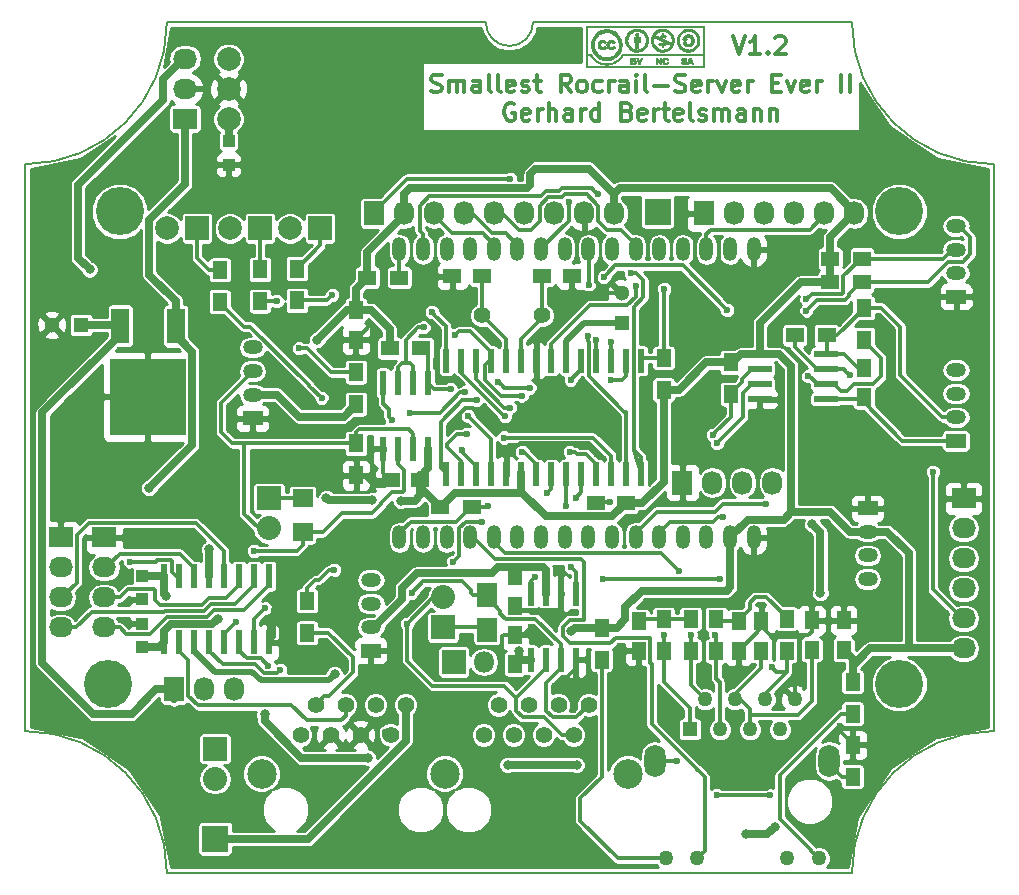
<source format=gtl>
G04 #@! TF.FileFunction,Copper,L1,Top,Signal*
%FSLAX46Y46*%
G04 Gerber Fmt 4.6, Leading zero omitted, Abs format (unit mm)*
G04 Created by KiCad (PCBNEW 4.0.2+dfsg1-stable) date Fr 20 Jul 2018 17:19:36 CEST*
%MOMM*%
G01*
G04 APERTURE LIST*
%ADD10C,0.100000*%
%ADD11C,0.150000*%
%ADD12C,0.300000*%
%ADD13C,0.002540*%
%ADD14O,1.200000X2.000000*%
%ADD15R,1.270000X1.270000*%
%ADD16C,1.270000*%
%ADD17O,1.800000X2.743200*%
%ADD18C,1.400000*%
%ADD19C,2.500000*%
%ADD20C,4.064000*%
%ADD21R,1.500000X1.250000*%
%ADD22R,1.250000X1.500000*%
%ADD23R,1.300000X1.300000*%
%ADD24C,1.300000*%
%ADD25R,2.000000X2.000000*%
%ADD26C,2.000000*%
%ADD27R,1.727200X2.032000*%
%ADD28O,1.727200X2.032000*%
%ADD29R,2.032000X2.032000*%
%ADD30O,2.032000X2.032000*%
%ADD31R,2.032000X1.727200*%
%ADD32O,2.032000X1.727200*%
%ADD33R,1.300000X1.500000*%
%ADD34R,1.500000X1.300000*%
%ADD35R,1.998980X0.599440*%
%ADD36R,0.551180X2.000000*%
%ADD37R,0.599440X1.998980*%
%ADD38R,1.000000X1.000000*%
%ADD39R,1.500000X3.000000*%
%ADD40R,6.500000X6.500000*%
%ADD41R,1.699260X1.198880*%
%ADD42O,1.699260X1.198880*%
%ADD43O,1.800000X1.800000*%
%ADD44R,1.700000X1.500000*%
%ADD45R,1.700000X2.000000*%
%ADD46R,2.235200X2.235200*%
%ADD47C,0.600000*%
%ADD48C,0.800000*%
%ADD49C,0.305000*%
%ADD50C,0.635000*%
%ADD51C,0.508000*%
%ADD52C,0.250000*%
%ADD53C,0.254000*%
G04 APERTURE END LIST*
D10*
D11*
X160000000Y-74000000D02*
X170000000Y-74000000D01*
X112000000Y-74000000D02*
X139000000Y-74000000D01*
X141000000Y-76000000D02*
G75*
G03X143000000Y-74000000I0J2000000D01*
G01*
X139000000Y-74000000D02*
G75*
G03X141000000Y-76000000I2000000J0D01*
G01*
D12*
X159956786Y-75188071D02*
X160456786Y-76688071D01*
X160956786Y-75188071D01*
X162242500Y-76688071D02*
X161385357Y-76688071D01*
X161813929Y-76688071D02*
X161813929Y-75188071D01*
X161671072Y-75402357D01*
X161528214Y-75545214D01*
X161385357Y-75616643D01*
X162885357Y-76545214D02*
X162956785Y-76616643D01*
X162885357Y-76688071D01*
X162813928Y-76616643D01*
X162885357Y-76545214D01*
X162885357Y-76688071D01*
X163528214Y-75330929D02*
X163599643Y-75259500D01*
X163742500Y-75188071D01*
X164099643Y-75188071D01*
X164242500Y-75259500D01*
X164313929Y-75330929D01*
X164385357Y-75473786D01*
X164385357Y-75616643D01*
X164313929Y-75830929D01*
X163456786Y-76688071D01*
X164385357Y-76688071D01*
X134401602Y-79848943D02*
X134615888Y-79920371D01*
X134973031Y-79920371D01*
X135115888Y-79848943D01*
X135187317Y-79777514D01*
X135258745Y-79634657D01*
X135258745Y-79491800D01*
X135187317Y-79348943D01*
X135115888Y-79277514D01*
X134973031Y-79206086D01*
X134687317Y-79134657D01*
X134544459Y-79063229D01*
X134473031Y-78991800D01*
X134401602Y-78848943D01*
X134401602Y-78706086D01*
X134473031Y-78563229D01*
X134544459Y-78491800D01*
X134687317Y-78420371D01*
X135044459Y-78420371D01*
X135258745Y-78491800D01*
X135901602Y-79920371D02*
X135901602Y-78920371D01*
X135901602Y-79063229D02*
X135973030Y-78991800D01*
X136115888Y-78920371D01*
X136330173Y-78920371D01*
X136473030Y-78991800D01*
X136544459Y-79134657D01*
X136544459Y-79920371D01*
X136544459Y-79134657D02*
X136615888Y-78991800D01*
X136758745Y-78920371D01*
X136973030Y-78920371D01*
X137115888Y-78991800D01*
X137187316Y-79134657D01*
X137187316Y-79920371D01*
X138544459Y-79920371D02*
X138544459Y-79134657D01*
X138473030Y-78991800D01*
X138330173Y-78920371D01*
X138044459Y-78920371D01*
X137901602Y-78991800D01*
X138544459Y-79848943D02*
X138401602Y-79920371D01*
X138044459Y-79920371D01*
X137901602Y-79848943D01*
X137830173Y-79706086D01*
X137830173Y-79563229D01*
X137901602Y-79420371D01*
X138044459Y-79348943D01*
X138401602Y-79348943D01*
X138544459Y-79277514D01*
X139473031Y-79920371D02*
X139330173Y-79848943D01*
X139258745Y-79706086D01*
X139258745Y-78420371D01*
X140258745Y-79920371D02*
X140115887Y-79848943D01*
X140044459Y-79706086D01*
X140044459Y-78420371D01*
X141401601Y-79848943D02*
X141258744Y-79920371D01*
X140973030Y-79920371D01*
X140830173Y-79848943D01*
X140758744Y-79706086D01*
X140758744Y-79134657D01*
X140830173Y-78991800D01*
X140973030Y-78920371D01*
X141258744Y-78920371D01*
X141401601Y-78991800D01*
X141473030Y-79134657D01*
X141473030Y-79277514D01*
X140758744Y-79420371D01*
X142044458Y-79848943D02*
X142187315Y-79920371D01*
X142473030Y-79920371D01*
X142615887Y-79848943D01*
X142687315Y-79706086D01*
X142687315Y-79634657D01*
X142615887Y-79491800D01*
X142473030Y-79420371D01*
X142258744Y-79420371D01*
X142115887Y-79348943D01*
X142044458Y-79206086D01*
X142044458Y-79134657D01*
X142115887Y-78991800D01*
X142258744Y-78920371D01*
X142473030Y-78920371D01*
X142615887Y-78991800D01*
X143115887Y-78920371D02*
X143687316Y-78920371D01*
X143330173Y-78420371D02*
X143330173Y-79706086D01*
X143401601Y-79848943D01*
X143544459Y-79920371D01*
X143687316Y-79920371D01*
X146187316Y-79920371D02*
X145687316Y-79206086D01*
X145330173Y-79920371D02*
X145330173Y-78420371D01*
X145901601Y-78420371D01*
X146044459Y-78491800D01*
X146115887Y-78563229D01*
X146187316Y-78706086D01*
X146187316Y-78920371D01*
X146115887Y-79063229D01*
X146044459Y-79134657D01*
X145901601Y-79206086D01*
X145330173Y-79206086D01*
X147044459Y-79920371D02*
X146901601Y-79848943D01*
X146830173Y-79777514D01*
X146758744Y-79634657D01*
X146758744Y-79206086D01*
X146830173Y-79063229D01*
X146901601Y-78991800D01*
X147044459Y-78920371D01*
X147258744Y-78920371D01*
X147401601Y-78991800D01*
X147473030Y-79063229D01*
X147544459Y-79206086D01*
X147544459Y-79634657D01*
X147473030Y-79777514D01*
X147401601Y-79848943D01*
X147258744Y-79920371D01*
X147044459Y-79920371D01*
X148830173Y-79848943D02*
X148687316Y-79920371D01*
X148401602Y-79920371D01*
X148258744Y-79848943D01*
X148187316Y-79777514D01*
X148115887Y-79634657D01*
X148115887Y-79206086D01*
X148187316Y-79063229D01*
X148258744Y-78991800D01*
X148401602Y-78920371D01*
X148687316Y-78920371D01*
X148830173Y-78991800D01*
X149473030Y-79920371D02*
X149473030Y-78920371D01*
X149473030Y-79206086D02*
X149544458Y-79063229D01*
X149615887Y-78991800D01*
X149758744Y-78920371D01*
X149901601Y-78920371D01*
X151044458Y-79920371D02*
X151044458Y-79134657D01*
X150973029Y-78991800D01*
X150830172Y-78920371D01*
X150544458Y-78920371D01*
X150401601Y-78991800D01*
X151044458Y-79848943D02*
X150901601Y-79920371D01*
X150544458Y-79920371D01*
X150401601Y-79848943D01*
X150330172Y-79706086D01*
X150330172Y-79563229D01*
X150401601Y-79420371D01*
X150544458Y-79348943D01*
X150901601Y-79348943D01*
X151044458Y-79277514D01*
X151758744Y-79920371D02*
X151758744Y-78920371D01*
X151758744Y-78420371D02*
X151687315Y-78491800D01*
X151758744Y-78563229D01*
X151830172Y-78491800D01*
X151758744Y-78420371D01*
X151758744Y-78563229D01*
X152687316Y-79920371D02*
X152544458Y-79848943D01*
X152473030Y-79706086D01*
X152473030Y-78420371D01*
X153258744Y-79348943D02*
X154401601Y-79348943D01*
X155044458Y-79848943D02*
X155258744Y-79920371D01*
X155615887Y-79920371D01*
X155758744Y-79848943D01*
X155830173Y-79777514D01*
X155901601Y-79634657D01*
X155901601Y-79491800D01*
X155830173Y-79348943D01*
X155758744Y-79277514D01*
X155615887Y-79206086D01*
X155330173Y-79134657D01*
X155187315Y-79063229D01*
X155115887Y-78991800D01*
X155044458Y-78848943D01*
X155044458Y-78706086D01*
X155115887Y-78563229D01*
X155187315Y-78491800D01*
X155330173Y-78420371D01*
X155687315Y-78420371D01*
X155901601Y-78491800D01*
X157115886Y-79848943D02*
X156973029Y-79920371D01*
X156687315Y-79920371D01*
X156544458Y-79848943D01*
X156473029Y-79706086D01*
X156473029Y-79134657D01*
X156544458Y-78991800D01*
X156687315Y-78920371D01*
X156973029Y-78920371D01*
X157115886Y-78991800D01*
X157187315Y-79134657D01*
X157187315Y-79277514D01*
X156473029Y-79420371D01*
X157830172Y-79920371D02*
X157830172Y-78920371D01*
X157830172Y-79206086D02*
X157901600Y-79063229D01*
X157973029Y-78991800D01*
X158115886Y-78920371D01*
X158258743Y-78920371D01*
X158615886Y-78920371D02*
X158973029Y-79920371D01*
X159330171Y-78920371D01*
X160473028Y-79848943D02*
X160330171Y-79920371D01*
X160044457Y-79920371D01*
X159901600Y-79848943D01*
X159830171Y-79706086D01*
X159830171Y-79134657D01*
X159901600Y-78991800D01*
X160044457Y-78920371D01*
X160330171Y-78920371D01*
X160473028Y-78991800D01*
X160544457Y-79134657D01*
X160544457Y-79277514D01*
X159830171Y-79420371D01*
X161187314Y-79920371D02*
X161187314Y-78920371D01*
X161187314Y-79206086D02*
X161258742Y-79063229D01*
X161330171Y-78991800D01*
X161473028Y-78920371D01*
X161615885Y-78920371D01*
X163258742Y-79134657D02*
X163758742Y-79134657D01*
X163973028Y-79920371D02*
X163258742Y-79920371D01*
X163258742Y-78420371D01*
X163973028Y-78420371D01*
X164473028Y-78920371D02*
X164830171Y-79920371D01*
X165187313Y-78920371D01*
X166330170Y-79848943D02*
X166187313Y-79920371D01*
X165901599Y-79920371D01*
X165758742Y-79848943D01*
X165687313Y-79706086D01*
X165687313Y-79134657D01*
X165758742Y-78991800D01*
X165901599Y-78920371D01*
X166187313Y-78920371D01*
X166330170Y-78991800D01*
X166401599Y-79134657D01*
X166401599Y-79277514D01*
X165687313Y-79420371D01*
X167044456Y-79920371D02*
X167044456Y-78920371D01*
X167044456Y-79206086D02*
X167115884Y-79063229D01*
X167187313Y-78991800D01*
X167330170Y-78920371D01*
X167473027Y-78920371D01*
X169115884Y-79920371D02*
X169115884Y-78420371D01*
X169830170Y-79920371D02*
X169830170Y-78420371D01*
X141401601Y-80891800D02*
X141258744Y-80820371D01*
X141044458Y-80820371D01*
X140830173Y-80891800D01*
X140687315Y-81034657D01*
X140615887Y-81177514D01*
X140544458Y-81463229D01*
X140544458Y-81677514D01*
X140615887Y-81963229D01*
X140687315Y-82106086D01*
X140830173Y-82248943D01*
X141044458Y-82320371D01*
X141187315Y-82320371D01*
X141401601Y-82248943D01*
X141473030Y-82177514D01*
X141473030Y-81677514D01*
X141187315Y-81677514D01*
X142687315Y-82248943D02*
X142544458Y-82320371D01*
X142258744Y-82320371D01*
X142115887Y-82248943D01*
X142044458Y-82106086D01*
X142044458Y-81534657D01*
X142115887Y-81391800D01*
X142258744Y-81320371D01*
X142544458Y-81320371D01*
X142687315Y-81391800D01*
X142758744Y-81534657D01*
X142758744Y-81677514D01*
X142044458Y-81820371D01*
X143401601Y-82320371D02*
X143401601Y-81320371D01*
X143401601Y-81606086D02*
X143473029Y-81463229D01*
X143544458Y-81391800D01*
X143687315Y-81320371D01*
X143830172Y-81320371D01*
X144330172Y-82320371D02*
X144330172Y-80820371D01*
X144973029Y-82320371D02*
X144973029Y-81534657D01*
X144901600Y-81391800D01*
X144758743Y-81320371D01*
X144544458Y-81320371D01*
X144401600Y-81391800D01*
X144330172Y-81463229D01*
X146330172Y-82320371D02*
X146330172Y-81534657D01*
X146258743Y-81391800D01*
X146115886Y-81320371D01*
X145830172Y-81320371D01*
X145687315Y-81391800D01*
X146330172Y-82248943D02*
X146187315Y-82320371D01*
X145830172Y-82320371D01*
X145687315Y-82248943D01*
X145615886Y-82106086D01*
X145615886Y-81963229D01*
X145687315Y-81820371D01*
X145830172Y-81748943D01*
X146187315Y-81748943D01*
X146330172Y-81677514D01*
X147044458Y-82320371D02*
X147044458Y-81320371D01*
X147044458Y-81606086D02*
X147115886Y-81463229D01*
X147187315Y-81391800D01*
X147330172Y-81320371D01*
X147473029Y-81320371D01*
X148615886Y-82320371D02*
X148615886Y-80820371D01*
X148615886Y-82248943D02*
X148473029Y-82320371D01*
X148187315Y-82320371D01*
X148044457Y-82248943D01*
X147973029Y-82177514D01*
X147901600Y-82034657D01*
X147901600Y-81606086D01*
X147973029Y-81463229D01*
X148044457Y-81391800D01*
X148187315Y-81320371D01*
X148473029Y-81320371D01*
X148615886Y-81391800D01*
X150973029Y-81534657D02*
X151187315Y-81606086D01*
X151258743Y-81677514D01*
X151330172Y-81820371D01*
X151330172Y-82034657D01*
X151258743Y-82177514D01*
X151187315Y-82248943D01*
X151044457Y-82320371D01*
X150473029Y-82320371D01*
X150473029Y-80820371D01*
X150973029Y-80820371D01*
X151115886Y-80891800D01*
X151187315Y-80963229D01*
X151258743Y-81106086D01*
X151258743Y-81248943D01*
X151187315Y-81391800D01*
X151115886Y-81463229D01*
X150973029Y-81534657D01*
X150473029Y-81534657D01*
X152544457Y-82248943D02*
X152401600Y-82320371D01*
X152115886Y-82320371D01*
X151973029Y-82248943D01*
X151901600Y-82106086D01*
X151901600Y-81534657D01*
X151973029Y-81391800D01*
X152115886Y-81320371D01*
X152401600Y-81320371D01*
X152544457Y-81391800D01*
X152615886Y-81534657D01*
X152615886Y-81677514D01*
X151901600Y-81820371D01*
X153258743Y-82320371D02*
X153258743Y-81320371D01*
X153258743Y-81606086D02*
X153330171Y-81463229D01*
X153401600Y-81391800D01*
X153544457Y-81320371D01*
X153687314Y-81320371D01*
X153973028Y-81320371D02*
X154544457Y-81320371D01*
X154187314Y-80820371D02*
X154187314Y-82106086D01*
X154258742Y-82248943D01*
X154401600Y-82320371D01*
X154544457Y-82320371D01*
X155615885Y-82248943D02*
X155473028Y-82320371D01*
X155187314Y-82320371D01*
X155044457Y-82248943D01*
X154973028Y-82106086D01*
X154973028Y-81534657D01*
X155044457Y-81391800D01*
X155187314Y-81320371D01*
X155473028Y-81320371D01*
X155615885Y-81391800D01*
X155687314Y-81534657D01*
X155687314Y-81677514D01*
X154973028Y-81820371D01*
X156544457Y-82320371D02*
X156401599Y-82248943D01*
X156330171Y-82106086D01*
X156330171Y-80820371D01*
X157044456Y-82248943D02*
X157187313Y-82320371D01*
X157473028Y-82320371D01*
X157615885Y-82248943D01*
X157687313Y-82106086D01*
X157687313Y-82034657D01*
X157615885Y-81891800D01*
X157473028Y-81820371D01*
X157258742Y-81820371D01*
X157115885Y-81748943D01*
X157044456Y-81606086D01*
X157044456Y-81534657D01*
X157115885Y-81391800D01*
X157258742Y-81320371D01*
X157473028Y-81320371D01*
X157615885Y-81391800D01*
X158330171Y-82320371D02*
X158330171Y-81320371D01*
X158330171Y-81463229D02*
X158401599Y-81391800D01*
X158544457Y-81320371D01*
X158758742Y-81320371D01*
X158901599Y-81391800D01*
X158973028Y-81534657D01*
X158973028Y-82320371D01*
X158973028Y-81534657D02*
X159044457Y-81391800D01*
X159187314Y-81320371D01*
X159401599Y-81320371D01*
X159544457Y-81391800D01*
X159615885Y-81534657D01*
X159615885Y-82320371D01*
X160973028Y-82320371D02*
X160973028Y-81534657D01*
X160901599Y-81391800D01*
X160758742Y-81320371D01*
X160473028Y-81320371D01*
X160330171Y-81391800D01*
X160973028Y-82248943D02*
X160830171Y-82320371D01*
X160473028Y-82320371D01*
X160330171Y-82248943D01*
X160258742Y-82106086D01*
X160258742Y-81963229D01*
X160330171Y-81820371D01*
X160473028Y-81748943D01*
X160830171Y-81748943D01*
X160973028Y-81677514D01*
X161687314Y-81320371D02*
X161687314Y-82320371D01*
X161687314Y-81463229D02*
X161758742Y-81391800D01*
X161901600Y-81320371D01*
X162115885Y-81320371D01*
X162258742Y-81391800D01*
X162330171Y-81534657D01*
X162330171Y-82320371D01*
X163044457Y-81320371D02*
X163044457Y-82320371D01*
X163044457Y-81463229D02*
X163115885Y-81391800D01*
X163258743Y-81320371D01*
X163473028Y-81320371D01*
X163615885Y-81391800D01*
X163687314Y-81534657D01*
X163687314Y-82320371D01*
D11*
X143000000Y-74000000D02*
X160000000Y-74000000D01*
X112000000Y-146000000D02*
G75*
G03X100000000Y-134000000I-12000000J0D01*
G01*
X100000000Y-86000000D02*
X100000000Y-134000000D01*
X182000000Y-86000000D02*
X182000000Y-134000000D01*
X112000000Y-146000000D02*
X170000000Y-146000000D01*
X170000000Y-74000000D02*
G75*
G03X182000000Y-86000000I12000000J0D01*
G01*
X100000000Y-86000000D02*
G75*
G03X112000000Y-74000000I0J12000000D01*
G01*
X182000000Y-134000000D02*
G75*
G03X170000000Y-146000000I0J-12000000D01*
G01*
D13*
G36*
X157462220Y-77759560D02*
X157373320Y-77759560D01*
X157373320Y-76708000D01*
X157373320Y-75559920D01*
X157373320Y-74409300D01*
X157342840Y-74378820D01*
X157314900Y-74350880D01*
X152463500Y-74350880D01*
X147612100Y-74350880D01*
X147584160Y-74378820D01*
X147553680Y-74409300D01*
X147553680Y-75559920D01*
X147553680Y-76708000D01*
X147731480Y-76708000D01*
X147909280Y-76708000D01*
X147975320Y-76809600D01*
X148071840Y-76941680D01*
X148183600Y-77061060D01*
X148308060Y-77167740D01*
X148445220Y-77261720D01*
X148590000Y-77340460D01*
X148744940Y-77401420D01*
X148907500Y-77447140D01*
X149037040Y-77467460D01*
X149103080Y-77472540D01*
X149184360Y-77475080D01*
X149270720Y-77472540D01*
X149357080Y-77464920D01*
X149435820Y-77457300D01*
X149481540Y-77449680D01*
X149651720Y-77403960D01*
X149809200Y-77345540D01*
X149959060Y-77266800D01*
X150096220Y-77172820D01*
X150225760Y-77058520D01*
X150279100Y-77005180D01*
X150322280Y-76956920D01*
X150368000Y-76901040D01*
X150408640Y-76847700D01*
X150434040Y-76809600D01*
X150500080Y-76710540D01*
X153934160Y-76708000D01*
X157373320Y-76708000D01*
X157373320Y-77759560D01*
X157363160Y-77759560D01*
X157363160Y-77678280D01*
X157363160Y-77238860D01*
X157363160Y-76799440D01*
X153962100Y-76799440D01*
X150566120Y-76799440D01*
X150502620Y-76890880D01*
X150426420Y-76997560D01*
X150352760Y-77091540D01*
X150274020Y-77170280D01*
X150192740Y-77236320D01*
X150101300Y-77299820D01*
X150032720Y-77340460D01*
X149923500Y-77396340D01*
X149826980Y-77442060D01*
X149735540Y-77477620D01*
X149641560Y-77508100D01*
X149545040Y-77533500D01*
X149539960Y-77533500D01*
X149395180Y-77558900D01*
X149263100Y-77571600D01*
X149133560Y-77571600D01*
X149001480Y-77558900D01*
X148866860Y-77533500D01*
X148714460Y-77487780D01*
X148562060Y-77421740D01*
X148404580Y-77337920D01*
X148247100Y-77233780D01*
X148193760Y-77195680D01*
X148153120Y-77162660D01*
X148107400Y-77116940D01*
X148056600Y-77066140D01*
X148003260Y-77010260D01*
X147955000Y-76954380D01*
X147911820Y-76903580D01*
X147878800Y-76857860D01*
X147863560Y-76829920D01*
X147845780Y-76799440D01*
X147695920Y-76799440D01*
X147543520Y-76799440D01*
X147543520Y-77238860D01*
X147543520Y-77678280D01*
X152455880Y-77678280D01*
X157363160Y-77678280D01*
X157363160Y-77759560D01*
X152468580Y-77759560D01*
X147477480Y-77759560D01*
X147469860Y-77614780D01*
X147469860Y-77586840D01*
X147467320Y-77541120D01*
X147467320Y-77477620D01*
X147467320Y-77398880D01*
X147467320Y-77307440D01*
X147464780Y-77205840D01*
X147464780Y-77089000D01*
X147464780Y-76964540D01*
X147464780Y-76832460D01*
X147464780Y-76690220D01*
X147464780Y-76542900D01*
X147464780Y-76390500D01*
X147464780Y-76235560D01*
X147464780Y-76078080D01*
X147467320Y-75923140D01*
X147467320Y-75763120D01*
X147467320Y-75605640D01*
X147467320Y-75453240D01*
X147467320Y-75300840D01*
X147469860Y-75156060D01*
X147469860Y-75018900D01*
X147469860Y-74889360D01*
X147469860Y-74767440D01*
X147472400Y-74655680D01*
X147472400Y-74556620D01*
X147472400Y-74470260D01*
X147474940Y-74396600D01*
X147474940Y-74340720D01*
X147474940Y-74300080D01*
X147477480Y-74277220D01*
X147477480Y-74274680D01*
X147487640Y-74272140D01*
X147518120Y-74272140D01*
X147566380Y-74272140D01*
X147632420Y-74272140D01*
X147713700Y-74272140D01*
X147815300Y-74272140D01*
X147929600Y-74269600D01*
X148059140Y-74269600D01*
X148203920Y-74269600D01*
X148361400Y-74269600D01*
X148531580Y-74269600D01*
X148711920Y-74269600D01*
X148904960Y-74267060D01*
X149108160Y-74267060D01*
X149321520Y-74267060D01*
X149545040Y-74267060D01*
X149776180Y-74267060D01*
X150012400Y-74267060D01*
X150258780Y-74267060D01*
X150510240Y-74267060D01*
X150766780Y-74264520D01*
X151025860Y-74264520D01*
X151292560Y-74264520D01*
X151559260Y-74264520D01*
X151831040Y-74264520D01*
X152102820Y-74264520D01*
X152374600Y-74264520D01*
X152646380Y-74264520D01*
X152918160Y-74264520D01*
X153189940Y-74264520D01*
X153459180Y-74264520D01*
X153725880Y-74264520D01*
X153987500Y-74264520D01*
X154246580Y-74264520D01*
X154500580Y-74264520D01*
X154749500Y-74264520D01*
X154990800Y-74264520D01*
X155227020Y-74264520D01*
X155453080Y-74264520D01*
X155671520Y-74264520D01*
X155879800Y-74264520D01*
X156077920Y-74264520D01*
X156268420Y-74264520D01*
X156443680Y-74264520D01*
X156608780Y-74264520D01*
X156758640Y-74264520D01*
X156895800Y-74264520D01*
X157020260Y-74264520D01*
X157126940Y-74264520D01*
X157218380Y-74267060D01*
X157294580Y-74267060D01*
X157353000Y-74267060D01*
X157391100Y-74267060D01*
X157413960Y-74267060D01*
X157416500Y-74267060D01*
X157462220Y-74272140D01*
X157462220Y-76014580D01*
X157462220Y-77759560D01*
X157462220Y-77759560D01*
X157462220Y-77759560D01*
G37*
X157462220Y-77759560D02*
X157373320Y-77759560D01*
X157373320Y-76708000D01*
X157373320Y-75559920D01*
X157373320Y-74409300D01*
X157342840Y-74378820D01*
X157314900Y-74350880D01*
X152463500Y-74350880D01*
X147612100Y-74350880D01*
X147584160Y-74378820D01*
X147553680Y-74409300D01*
X147553680Y-75559920D01*
X147553680Y-76708000D01*
X147731480Y-76708000D01*
X147909280Y-76708000D01*
X147975320Y-76809600D01*
X148071840Y-76941680D01*
X148183600Y-77061060D01*
X148308060Y-77167740D01*
X148445220Y-77261720D01*
X148590000Y-77340460D01*
X148744940Y-77401420D01*
X148907500Y-77447140D01*
X149037040Y-77467460D01*
X149103080Y-77472540D01*
X149184360Y-77475080D01*
X149270720Y-77472540D01*
X149357080Y-77464920D01*
X149435820Y-77457300D01*
X149481540Y-77449680D01*
X149651720Y-77403960D01*
X149809200Y-77345540D01*
X149959060Y-77266800D01*
X150096220Y-77172820D01*
X150225760Y-77058520D01*
X150279100Y-77005180D01*
X150322280Y-76956920D01*
X150368000Y-76901040D01*
X150408640Y-76847700D01*
X150434040Y-76809600D01*
X150500080Y-76710540D01*
X153934160Y-76708000D01*
X157373320Y-76708000D01*
X157373320Y-77759560D01*
X157363160Y-77759560D01*
X157363160Y-77678280D01*
X157363160Y-77238860D01*
X157363160Y-76799440D01*
X153962100Y-76799440D01*
X150566120Y-76799440D01*
X150502620Y-76890880D01*
X150426420Y-76997560D01*
X150352760Y-77091540D01*
X150274020Y-77170280D01*
X150192740Y-77236320D01*
X150101300Y-77299820D01*
X150032720Y-77340460D01*
X149923500Y-77396340D01*
X149826980Y-77442060D01*
X149735540Y-77477620D01*
X149641560Y-77508100D01*
X149545040Y-77533500D01*
X149539960Y-77533500D01*
X149395180Y-77558900D01*
X149263100Y-77571600D01*
X149133560Y-77571600D01*
X149001480Y-77558900D01*
X148866860Y-77533500D01*
X148714460Y-77487780D01*
X148562060Y-77421740D01*
X148404580Y-77337920D01*
X148247100Y-77233780D01*
X148193760Y-77195680D01*
X148153120Y-77162660D01*
X148107400Y-77116940D01*
X148056600Y-77066140D01*
X148003260Y-77010260D01*
X147955000Y-76954380D01*
X147911820Y-76903580D01*
X147878800Y-76857860D01*
X147863560Y-76829920D01*
X147845780Y-76799440D01*
X147695920Y-76799440D01*
X147543520Y-76799440D01*
X147543520Y-77238860D01*
X147543520Y-77678280D01*
X152455880Y-77678280D01*
X157363160Y-77678280D01*
X157363160Y-77759560D01*
X152468580Y-77759560D01*
X147477480Y-77759560D01*
X147469860Y-77614780D01*
X147469860Y-77586840D01*
X147467320Y-77541120D01*
X147467320Y-77477620D01*
X147467320Y-77398880D01*
X147467320Y-77307440D01*
X147464780Y-77205840D01*
X147464780Y-77089000D01*
X147464780Y-76964540D01*
X147464780Y-76832460D01*
X147464780Y-76690220D01*
X147464780Y-76542900D01*
X147464780Y-76390500D01*
X147464780Y-76235560D01*
X147464780Y-76078080D01*
X147467320Y-75923140D01*
X147467320Y-75763120D01*
X147467320Y-75605640D01*
X147467320Y-75453240D01*
X147467320Y-75300840D01*
X147469860Y-75156060D01*
X147469860Y-75018900D01*
X147469860Y-74889360D01*
X147469860Y-74767440D01*
X147472400Y-74655680D01*
X147472400Y-74556620D01*
X147472400Y-74470260D01*
X147474940Y-74396600D01*
X147474940Y-74340720D01*
X147474940Y-74300080D01*
X147477480Y-74277220D01*
X147477480Y-74274680D01*
X147487640Y-74272140D01*
X147518120Y-74272140D01*
X147566380Y-74272140D01*
X147632420Y-74272140D01*
X147713700Y-74272140D01*
X147815300Y-74272140D01*
X147929600Y-74269600D01*
X148059140Y-74269600D01*
X148203920Y-74269600D01*
X148361400Y-74269600D01*
X148531580Y-74269600D01*
X148711920Y-74269600D01*
X148904960Y-74267060D01*
X149108160Y-74267060D01*
X149321520Y-74267060D01*
X149545040Y-74267060D01*
X149776180Y-74267060D01*
X150012400Y-74267060D01*
X150258780Y-74267060D01*
X150510240Y-74267060D01*
X150766780Y-74264520D01*
X151025860Y-74264520D01*
X151292560Y-74264520D01*
X151559260Y-74264520D01*
X151831040Y-74264520D01*
X152102820Y-74264520D01*
X152374600Y-74264520D01*
X152646380Y-74264520D01*
X152918160Y-74264520D01*
X153189940Y-74264520D01*
X153459180Y-74264520D01*
X153725880Y-74264520D01*
X153987500Y-74264520D01*
X154246580Y-74264520D01*
X154500580Y-74264520D01*
X154749500Y-74264520D01*
X154990800Y-74264520D01*
X155227020Y-74264520D01*
X155453080Y-74264520D01*
X155671520Y-74264520D01*
X155879800Y-74264520D01*
X156077920Y-74264520D01*
X156268420Y-74264520D01*
X156443680Y-74264520D01*
X156608780Y-74264520D01*
X156758640Y-74264520D01*
X156895800Y-74264520D01*
X157020260Y-74264520D01*
X157126940Y-74264520D01*
X157218380Y-74267060D01*
X157294580Y-74267060D01*
X157353000Y-74267060D01*
X157391100Y-74267060D01*
X157413960Y-74267060D01*
X157416500Y-74267060D01*
X157462220Y-74272140D01*
X157462220Y-76014580D01*
X157462220Y-77759560D01*
X157462220Y-77759560D01*
G36*
X154452320Y-77327760D02*
X154447240Y-77355700D01*
X154421840Y-77426820D01*
X154383740Y-77480160D01*
X154332940Y-77520800D01*
X154271980Y-77543660D01*
X154200860Y-77551280D01*
X154157680Y-77546200D01*
X154104340Y-77536040D01*
X154063700Y-77515720D01*
X154023060Y-77482700D01*
X154005280Y-77464920D01*
X153967180Y-77409040D01*
X153941780Y-77343000D01*
X153934160Y-77274420D01*
X153939240Y-77203300D01*
X153957020Y-77134720D01*
X153992580Y-77073760D01*
X154012900Y-77048360D01*
X154066240Y-77007720D01*
X154127200Y-76982320D01*
X154190700Y-76972160D01*
X154254200Y-76977240D01*
X154312620Y-76995020D01*
X154365960Y-77028040D01*
X154409140Y-77073760D01*
X154421840Y-77099160D01*
X154434540Y-77127100D01*
X154442160Y-77152500D01*
X154442160Y-77157580D01*
X154439620Y-77170280D01*
X154429460Y-77175360D01*
X154406600Y-77177900D01*
X154388820Y-77177900D01*
X154355800Y-77177900D01*
X154338020Y-77172820D01*
X154325320Y-77162660D01*
X154317700Y-77147420D01*
X154287220Y-77109320D01*
X154249120Y-77089000D01*
X154205940Y-77078840D01*
X154162760Y-77086460D01*
X154122120Y-77106780D01*
X154089100Y-77142340D01*
X154078940Y-77162660D01*
X154066240Y-77203300D01*
X154061160Y-77256640D01*
X154063700Y-77309980D01*
X154073860Y-77355700D01*
X154078940Y-77365860D01*
X154109420Y-77409040D01*
X154150060Y-77434440D01*
X154195780Y-77447140D01*
X154241500Y-77442060D01*
X154261820Y-77431900D01*
X154289760Y-77411580D01*
X154310080Y-77381100D01*
X154322780Y-77350620D01*
X154322780Y-77343000D01*
X154325320Y-77335380D01*
X154340560Y-77330300D01*
X154368500Y-77327760D01*
X154386280Y-77327760D01*
X154452320Y-77327760D01*
X154452320Y-77327760D01*
X154452320Y-77327760D01*
G37*
X154452320Y-77327760D02*
X154447240Y-77355700D01*
X154421840Y-77426820D01*
X154383740Y-77480160D01*
X154332940Y-77520800D01*
X154271980Y-77543660D01*
X154200860Y-77551280D01*
X154157680Y-77546200D01*
X154104340Y-77536040D01*
X154063700Y-77515720D01*
X154023060Y-77482700D01*
X154005280Y-77464920D01*
X153967180Y-77409040D01*
X153941780Y-77343000D01*
X153934160Y-77274420D01*
X153939240Y-77203300D01*
X153957020Y-77134720D01*
X153992580Y-77073760D01*
X154012900Y-77048360D01*
X154066240Y-77007720D01*
X154127200Y-76982320D01*
X154190700Y-76972160D01*
X154254200Y-76977240D01*
X154312620Y-76995020D01*
X154365960Y-77028040D01*
X154409140Y-77073760D01*
X154421840Y-77099160D01*
X154434540Y-77127100D01*
X154442160Y-77152500D01*
X154442160Y-77157580D01*
X154439620Y-77170280D01*
X154429460Y-77175360D01*
X154406600Y-77177900D01*
X154388820Y-77177900D01*
X154355800Y-77177900D01*
X154338020Y-77172820D01*
X154325320Y-77162660D01*
X154317700Y-77147420D01*
X154287220Y-77109320D01*
X154249120Y-77089000D01*
X154205940Y-77078840D01*
X154162760Y-77086460D01*
X154122120Y-77106780D01*
X154089100Y-77142340D01*
X154078940Y-77162660D01*
X154066240Y-77203300D01*
X154061160Y-77256640D01*
X154063700Y-77309980D01*
X154073860Y-77355700D01*
X154078940Y-77365860D01*
X154109420Y-77409040D01*
X154150060Y-77434440D01*
X154195780Y-77447140D01*
X154241500Y-77442060D01*
X154261820Y-77431900D01*
X154289760Y-77411580D01*
X154310080Y-77381100D01*
X154322780Y-77350620D01*
X154322780Y-77343000D01*
X154325320Y-77335380D01*
X154340560Y-77330300D01*
X154368500Y-77327760D01*
X154386280Y-77327760D01*
X154452320Y-77327760D01*
X154452320Y-77327760D01*
G36*
X156001720Y-77398880D02*
X155991560Y-77436980D01*
X155968700Y-77472540D01*
X155961080Y-77482700D01*
X155922980Y-77515720D01*
X155869640Y-77538580D01*
X155808680Y-77551280D01*
X155745180Y-77551280D01*
X155737560Y-77551280D01*
X155666440Y-77536040D01*
X155610560Y-77505560D01*
X155569920Y-77464920D01*
X155544520Y-77411580D01*
X155541980Y-77406500D01*
X155536900Y-77376020D01*
X155541980Y-77358240D01*
X155559760Y-77350620D01*
X155592780Y-77350620D01*
X155602940Y-77350620D01*
X155633420Y-77353160D01*
X155651200Y-77358240D01*
X155661360Y-77370940D01*
X155666440Y-77388720D01*
X155686760Y-77421740D01*
X155719780Y-77447140D01*
X155762960Y-77457300D01*
X155811220Y-77452220D01*
X155839160Y-77444600D01*
X155869640Y-77426820D01*
X155882340Y-77403960D01*
X155879800Y-77376020D01*
X155872180Y-77360780D01*
X155856940Y-77348080D01*
X155831540Y-77335380D01*
X155793440Y-77320140D01*
X155740100Y-77302360D01*
X155712160Y-77294740D01*
X155663900Y-77279500D01*
X155630880Y-77264260D01*
X155608020Y-77249020D01*
X155595320Y-77233780D01*
X155564840Y-77188060D01*
X155554680Y-77144880D01*
X155559760Y-77099160D01*
X155580080Y-77058520D01*
X155613100Y-77022960D01*
X155656280Y-76995020D01*
X155707080Y-76977240D01*
X155765500Y-76972160D01*
X155821380Y-76977240D01*
X155884880Y-76997560D01*
X155933140Y-77025500D01*
X155963620Y-77066140D01*
X155978860Y-77116940D01*
X155978860Y-77116940D01*
X155983940Y-77157580D01*
X155928060Y-77157580D01*
X155895040Y-77157580D01*
X155877260Y-77152500D01*
X155867100Y-77144880D01*
X155859480Y-77127100D01*
X155841700Y-77096620D01*
X155808680Y-77078840D01*
X155770580Y-77068680D01*
X155732480Y-77073760D01*
X155699460Y-77089000D01*
X155696920Y-77094080D01*
X155679140Y-77114400D01*
X155674060Y-77132180D01*
X155684220Y-77149960D01*
X155689300Y-77157580D01*
X155712160Y-77170280D01*
X155752800Y-77188060D01*
X155811220Y-77205840D01*
X155816300Y-77205840D01*
X155882340Y-77228700D01*
X155933140Y-77249020D01*
X155966160Y-77274420D01*
X155989020Y-77304900D01*
X155999180Y-77343000D01*
X155999180Y-77350620D01*
X156001720Y-77398880D01*
X156001720Y-77398880D01*
X156001720Y-77398880D01*
G37*
X156001720Y-77398880D02*
X155991560Y-77436980D01*
X155968700Y-77472540D01*
X155961080Y-77482700D01*
X155922980Y-77515720D01*
X155869640Y-77538580D01*
X155808680Y-77551280D01*
X155745180Y-77551280D01*
X155737560Y-77551280D01*
X155666440Y-77536040D01*
X155610560Y-77505560D01*
X155569920Y-77464920D01*
X155544520Y-77411580D01*
X155541980Y-77406500D01*
X155536900Y-77376020D01*
X155541980Y-77358240D01*
X155559760Y-77350620D01*
X155592780Y-77350620D01*
X155602940Y-77350620D01*
X155633420Y-77353160D01*
X155651200Y-77358240D01*
X155661360Y-77370940D01*
X155666440Y-77388720D01*
X155686760Y-77421740D01*
X155719780Y-77447140D01*
X155762960Y-77457300D01*
X155811220Y-77452220D01*
X155839160Y-77444600D01*
X155869640Y-77426820D01*
X155882340Y-77403960D01*
X155879800Y-77376020D01*
X155872180Y-77360780D01*
X155856940Y-77348080D01*
X155831540Y-77335380D01*
X155793440Y-77320140D01*
X155740100Y-77302360D01*
X155712160Y-77294740D01*
X155663900Y-77279500D01*
X155630880Y-77264260D01*
X155608020Y-77249020D01*
X155595320Y-77233780D01*
X155564840Y-77188060D01*
X155554680Y-77144880D01*
X155559760Y-77099160D01*
X155580080Y-77058520D01*
X155613100Y-77022960D01*
X155656280Y-76995020D01*
X155707080Y-76977240D01*
X155765500Y-76972160D01*
X155821380Y-76977240D01*
X155884880Y-76997560D01*
X155933140Y-77025500D01*
X155963620Y-77066140D01*
X155978860Y-77116940D01*
X155978860Y-77116940D01*
X155983940Y-77157580D01*
X155928060Y-77157580D01*
X155895040Y-77157580D01*
X155877260Y-77152500D01*
X155867100Y-77144880D01*
X155859480Y-77127100D01*
X155841700Y-77096620D01*
X155808680Y-77078840D01*
X155770580Y-77068680D01*
X155732480Y-77073760D01*
X155699460Y-77089000D01*
X155696920Y-77094080D01*
X155679140Y-77114400D01*
X155674060Y-77132180D01*
X155684220Y-77149960D01*
X155689300Y-77157580D01*
X155712160Y-77170280D01*
X155752800Y-77188060D01*
X155811220Y-77205840D01*
X155816300Y-77205840D01*
X155882340Y-77228700D01*
X155933140Y-77249020D01*
X155966160Y-77274420D01*
X155989020Y-77304900D01*
X155999180Y-77343000D01*
X155999180Y-77350620D01*
X156001720Y-77398880D01*
X156001720Y-77398880D01*
G36*
X151701500Y-77398880D02*
X151686260Y-77449680D01*
X151653240Y-77492860D01*
X151610060Y-77518260D01*
X151592280Y-77525880D01*
X151574500Y-77530960D01*
X151574500Y-77368400D01*
X151571960Y-77337920D01*
X151559260Y-77317600D01*
X151554180Y-77315060D01*
X151554180Y-77139800D01*
X151544020Y-77111860D01*
X151538940Y-77104240D01*
X151523700Y-77094080D01*
X151495760Y-77089000D01*
X151455120Y-77089000D01*
X151444960Y-77089000D01*
X151366220Y-77089000D01*
X151363680Y-77119480D01*
X151361140Y-77152500D01*
X151363680Y-77180440D01*
X151366220Y-77195680D01*
X151371300Y-77203300D01*
X151386540Y-77208380D01*
X151414480Y-77208380D01*
X151437340Y-77208380D01*
X151488140Y-77205840D01*
X151523700Y-77198220D01*
X151531320Y-77193140D01*
X151549100Y-77170280D01*
X151554180Y-77139800D01*
X151554180Y-77315060D01*
X151533860Y-77304900D01*
X151495760Y-77299820D01*
X151447500Y-77297280D01*
X151363680Y-77297280D01*
X151363680Y-77368400D01*
X151363680Y-77439520D01*
X151452580Y-77439520D01*
X151498300Y-77436980D01*
X151528780Y-77434440D01*
X151549100Y-77426820D01*
X151556720Y-77421740D01*
X151571960Y-77396340D01*
X151574500Y-77368400D01*
X151574500Y-77530960D01*
X151569420Y-77530960D01*
X151541480Y-77536040D01*
X151503380Y-77536040D01*
X151450040Y-77538580D01*
X151401780Y-77538580D01*
X151234140Y-77538580D01*
X151234140Y-77264260D01*
X151234140Y-76987400D01*
X151399240Y-76987400D01*
X151472900Y-76989940D01*
X151526240Y-76989940D01*
X151569420Y-76995020D01*
X151599900Y-77002640D01*
X151622760Y-77012800D01*
X151640540Y-77028040D01*
X151648160Y-77035660D01*
X151663400Y-77063600D01*
X151671020Y-77101700D01*
X151673560Y-77142340D01*
X151671020Y-77162660D01*
X151658320Y-77188060D01*
X151638000Y-77213460D01*
X151635460Y-77216000D01*
X151620220Y-77233780D01*
X151617680Y-77243940D01*
X151625300Y-77246480D01*
X151650700Y-77264260D01*
X151678640Y-77292200D01*
X151696420Y-77327760D01*
X151698960Y-77343000D01*
X151701500Y-77398880D01*
X151701500Y-77398880D01*
X151701500Y-77398880D01*
G37*
X151701500Y-77398880D02*
X151686260Y-77449680D01*
X151653240Y-77492860D01*
X151610060Y-77518260D01*
X151592280Y-77525880D01*
X151574500Y-77530960D01*
X151574500Y-77368400D01*
X151571960Y-77337920D01*
X151559260Y-77317600D01*
X151554180Y-77315060D01*
X151554180Y-77139800D01*
X151544020Y-77111860D01*
X151538940Y-77104240D01*
X151523700Y-77094080D01*
X151495760Y-77089000D01*
X151455120Y-77089000D01*
X151444960Y-77089000D01*
X151366220Y-77089000D01*
X151363680Y-77119480D01*
X151361140Y-77152500D01*
X151363680Y-77180440D01*
X151366220Y-77195680D01*
X151371300Y-77203300D01*
X151386540Y-77208380D01*
X151414480Y-77208380D01*
X151437340Y-77208380D01*
X151488140Y-77205840D01*
X151523700Y-77198220D01*
X151531320Y-77193140D01*
X151549100Y-77170280D01*
X151554180Y-77139800D01*
X151554180Y-77315060D01*
X151533860Y-77304900D01*
X151495760Y-77299820D01*
X151447500Y-77297280D01*
X151363680Y-77297280D01*
X151363680Y-77368400D01*
X151363680Y-77439520D01*
X151452580Y-77439520D01*
X151498300Y-77436980D01*
X151528780Y-77434440D01*
X151549100Y-77426820D01*
X151556720Y-77421740D01*
X151571960Y-77396340D01*
X151574500Y-77368400D01*
X151574500Y-77530960D01*
X151569420Y-77530960D01*
X151541480Y-77536040D01*
X151503380Y-77536040D01*
X151450040Y-77538580D01*
X151401780Y-77538580D01*
X151234140Y-77538580D01*
X151234140Y-77264260D01*
X151234140Y-76987400D01*
X151399240Y-76987400D01*
X151472900Y-76989940D01*
X151526240Y-76989940D01*
X151569420Y-76995020D01*
X151599900Y-77002640D01*
X151622760Y-77012800D01*
X151640540Y-77028040D01*
X151648160Y-77035660D01*
X151663400Y-77063600D01*
X151671020Y-77101700D01*
X151673560Y-77142340D01*
X151671020Y-77162660D01*
X151658320Y-77188060D01*
X151638000Y-77213460D01*
X151635460Y-77216000D01*
X151620220Y-77233780D01*
X151617680Y-77243940D01*
X151625300Y-77246480D01*
X151650700Y-77264260D01*
X151678640Y-77292200D01*
X151696420Y-77327760D01*
X151698960Y-77343000D01*
X151701500Y-77398880D01*
X151701500Y-77398880D01*
G36*
X152252680Y-76987400D02*
X152148540Y-77162660D01*
X152044400Y-77337920D01*
X152044400Y-77436980D01*
X152044400Y-77538580D01*
X151985980Y-77538580D01*
X151925020Y-77538580D01*
X151925020Y-77431900D01*
X151925020Y-77325220D01*
X151828500Y-77165200D01*
X151798020Y-77114400D01*
X151770080Y-77068680D01*
X151749760Y-77030580D01*
X151734520Y-77007720D01*
X151726900Y-76995020D01*
X151734520Y-76992480D01*
X151757380Y-76989940D01*
X151790400Y-76987400D01*
X151792940Y-76987400D01*
X151864060Y-76987400D01*
X151925020Y-77094080D01*
X151952960Y-77142340D01*
X151973280Y-77172820D01*
X151988520Y-77188060D01*
X151996140Y-77188060D01*
X152003760Y-77172820D01*
X152019000Y-77147420D01*
X152041860Y-77109320D01*
X152057100Y-77083920D01*
X152110440Y-76992480D01*
X152181560Y-76989940D01*
X152252680Y-76987400D01*
X152252680Y-76987400D01*
X152252680Y-76987400D01*
G37*
X152252680Y-76987400D02*
X152148540Y-77162660D01*
X152044400Y-77337920D01*
X152044400Y-77436980D01*
X152044400Y-77538580D01*
X151985980Y-77538580D01*
X151925020Y-77538580D01*
X151925020Y-77431900D01*
X151925020Y-77325220D01*
X151828500Y-77165200D01*
X151798020Y-77114400D01*
X151770080Y-77068680D01*
X151749760Y-77030580D01*
X151734520Y-77007720D01*
X151726900Y-76995020D01*
X151734520Y-76992480D01*
X151757380Y-76989940D01*
X151790400Y-76987400D01*
X151792940Y-76987400D01*
X151864060Y-76987400D01*
X151925020Y-77094080D01*
X151952960Y-77142340D01*
X151973280Y-77172820D01*
X151988520Y-77188060D01*
X151996140Y-77188060D01*
X152003760Y-77172820D01*
X152019000Y-77147420D01*
X152041860Y-77109320D01*
X152057100Y-77083920D01*
X152110440Y-76992480D01*
X152181560Y-76989940D01*
X152252680Y-76987400D01*
X152252680Y-76987400D01*
G36*
X153852880Y-77538580D02*
X153789380Y-77538580D01*
X153728420Y-77538580D01*
X153616660Y-77360780D01*
X153507440Y-77185520D01*
X153504900Y-77363320D01*
X153502360Y-77538580D01*
X153441400Y-77538580D01*
X153382980Y-77538580D01*
X153382980Y-77264260D01*
X153382980Y-76987400D01*
X153446480Y-76987400D01*
X153509980Y-76987400D01*
X153616660Y-77162660D01*
X153649680Y-77216000D01*
X153680160Y-77261720D01*
X153703020Y-77297280D01*
X153720800Y-77322680D01*
X153728420Y-77332840D01*
X153730960Y-77332840D01*
X153730960Y-77322680D01*
X153733500Y-77294740D01*
X153733500Y-77254100D01*
X153733500Y-77203300D01*
X153733500Y-77160120D01*
X153730960Y-76987400D01*
X153791920Y-76987400D01*
X153852880Y-76987400D01*
X153852880Y-77264260D01*
X153852880Y-77538580D01*
X153852880Y-77538580D01*
X153852880Y-77538580D01*
G37*
X153852880Y-77538580D02*
X153789380Y-77538580D01*
X153728420Y-77538580D01*
X153616660Y-77360780D01*
X153507440Y-77185520D01*
X153504900Y-77363320D01*
X153502360Y-77538580D01*
X153441400Y-77538580D01*
X153382980Y-77538580D01*
X153382980Y-77264260D01*
X153382980Y-76987400D01*
X153446480Y-76987400D01*
X153509980Y-76987400D01*
X153616660Y-77162660D01*
X153649680Y-77216000D01*
X153680160Y-77261720D01*
X153703020Y-77297280D01*
X153720800Y-77322680D01*
X153728420Y-77332840D01*
X153730960Y-77332840D01*
X153730960Y-77322680D01*
X153733500Y-77294740D01*
X153733500Y-77254100D01*
X153733500Y-77203300D01*
X153733500Y-77160120D01*
X153730960Y-76987400D01*
X153791920Y-76987400D01*
X153852880Y-76987400D01*
X153852880Y-77264260D01*
X153852880Y-77538580D01*
X153852880Y-77538580D01*
G36*
X156552900Y-77530960D02*
X156542740Y-77536040D01*
X156519880Y-77538580D01*
X156489400Y-77538580D01*
X156425900Y-77538580D01*
X156408120Y-77477620D01*
X156390340Y-77419200D01*
X156352240Y-77419200D01*
X156352240Y-77317600D01*
X156321760Y-77228700D01*
X156306520Y-77190600D01*
X156296360Y-77160120D01*
X156286200Y-77147420D01*
X156283660Y-77144880D01*
X156276040Y-77157580D01*
X156265880Y-77182980D01*
X156253180Y-77216000D01*
X156240480Y-77251560D01*
X156230320Y-77282040D01*
X156225240Y-77304900D01*
X156222700Y-77312520D01*
X156232860Y-77315060D01*
X156255720Y-77317600D01*
X156286200Y-77317600D01*
X156352240Y-77317600D01*
X156352240Y-77419200D01*
X156286200Y-77419200D01*
X156184600Y-77419200D01*
X156161740Y-77477620D01*
X156138880Y-77538580D01*
X156077920Y-77538580D01*
X156014420Y-77538580D01*
X156118560Y-77266800D01*
X156220160Y-76992480D01*
X156288740Y-76992480D01*
X156354780Y-76992480D01*
X156453840Y-77259180D01*
X156479240Y-77327760D01*
X156502100Y-77388720D01*
X156522420Y-77444600D01*
X156537660Y-77487780D01*
X156547820Y-77515720D01*
X156552900Y-77530960D01*
X156552900Y-77530960D01*
X156552900Y-77530960D01*
X156552900Y-77530960D01*
G37*
X156552900Y-77530960D02*
X156542740Y-77536040D01*
X156519880Y-77538580D01*
X156489400Y-77538580D01*
X156425900Y-77538580D01*
X156408120Y-77477620D01*
X156390340Y-77419200D01*
X156352240Y-77419200D01*
X156352240Y-77317600D01*
X156321760Y-77228700D01*
X156306520Y-77190600D01*
X156296360Y-77160120D01*
X156286200Y-77147420D01*
X156283660Y-77144880D01*
X156276040Y-77157580D01*
X156265880Y-77182980D01*
X156253180Y-77216000D01*
X156240480Y-77251560D01*
X156230320Y-77282040D01*
X156225240Y-77304900D01*
X156222700Y-77312520D01*
X156232860Y-77315060D01*
X156255720Y-77317600D01*
X156286200Y-77317600D01*
X156352240Y-77317600D01*
X156352240Y-77419200D01*
X156286200Y-77419200D01*
X156184600Y-77419200D01*
X156161740Y-77477620D01*
X156138880Y-77538580D01*
X156077920Y-77538580D01*
X156014420Y-77538580D01*
X156118560Y-77266800D01*
X156220160Y-76992480D01*
X156288740Y-76992480D01*
X156354780Y-76992480D01*
X156453840Y-77259180D01*
X156479240Y-77327760D01*
X156502100Y-77388720D01*
X156522420Y-77444600D01*
X156537660Y-77487780D01*
X156547820Y-77515720D01*
X156552900Y-77530960D01*
X156552900Y-77530960D01*
X156552900Y-77530960D01*
G36*
X150502620Y-75872340D02*
X150502620Y-75943460D01*
X150497540Y-76037440D01*
X150489920Y-76121260D01*
X150477220Y-76197460D01*
X150459440Y-76268580D01*
X150434040Y-76342240D01*
X150416260Y-76393040D01*
X150352760Y-76522580D01*
X150274020Y-76644500D01*
X150271480Y-76647040D01*
X150271480Y-75872340D01*
X150261320Y-75732640D01*
X150233380Y-75598020D01*
X150187660Y-75468480D01*
X150124160Y-75344020D01*
X150045420Y-75229720D01*
X149951440Y-75125580D01*
X149842220Y-75031600D01*
X149720300Y-74950320D01*
X149712680Y-74947780D01*
X149593300Y-74891900D01*
X149466300Y-74851260D01*
X149331680Y-74828400D01*
X149194520Y-74823320D01*
X149057360Y-74833480D01*
X148925280Y-74858880D01*
X148798280Y-74902060D01*
X148717000Y-74940160D01*
X148602700Y-75011280D01*
X148496020Y-75100180D01*
X148402040Y-75199240D01*
X148318220Y-75308460D01*
X148249640Y-75425300D01*
X148196300Y-75547220D01*
X148175980Y-75615800D01*
X148145500Y-75760580D01*
X148137880Y-75902820D01*
X148148040Y-76039980D01*
X148178520Y-76177140D01*
X148226780Y-76306680D01*
X148295360Y-76431140D01*
X148379180Y-76550520D01*
X148478240Y-76657200D01*
X148595080Y-76753720D01*
X148714460Y-76829920D01*
X148841460Y-76888340D01*
X148973540Y-76928980D01*
X149110700Y-76949300D01*
X149258020Y-76949300D01*
X149390100Y-76936600D01*
X149512020Y-76908660D01*
X149631400Y-76862940D01*
X149748240Y-76801980D01*
X149857460Y-76725780D01*
X149959060Y-76639420D01*
X150047960Y-76542900D01*
X150121620Y-76438760D01*
X150180040Y-76329540D01*
X150195280Y-76296520D01*
X150241000Y-76154280D01*
X150266400Y-76012040D01*
X150271480Y-75872340D01*
X150271480Y-76647040D01*
X150180040Y-76758800D01*
X150075900Y-76862940D01*
X149959060Y-76954380D01*
X149832060Y-77033120D01*
X149699980Y-77096620D01*
X149565360Y-77144880D01*
X149425660Y-77175360D01*
X149359620Y-77182980D01*
X149296120Y-77188060D01*
X149245320Y-77190600D01*
X149202140Y-77193140D01*
X149164040Y-77193140D01*
X149123400Y-77190600D01*
X149087840Y-77188060D01*
X148935440Y-77167740D01*
X148790660Y-77129640D01*
X148653500Y-77071220D01*
X148521420Y-76997560D01*
X148394420Y-76903580D01*
X148272500Y-76789280D01*
X148269960Y-76786740D01*
X148163280Y-76664820D01*
X148074380Y-76540360D01*
X148005800Y-76408280D01*
X147955000Y-76271120D01*
X147921980Y-76123800D01*
X147906740Y-75971400D01*
X147904200Y-75890120D01*
X147909280Y-75747880D01*
X147929600Y-75613260D01*
X147962620Y-75488800D01*
X148008340Y-75364340D01*
X148046440Y-75288140D01*
X148127720Y-75153520D01*
X148224240Y-75029060D01*
X148333460Y-74917300D01*
X148452840Y-74820780D01*
X148584920Y-74736960D01*
X148722080Y-74670920D01*
X148866860Y-74622660D01*
X148958300Y-74602340D01*
X149024340Y-74594720D01*
X149105620Y-74589640D01*
X149191980Y-74587100D01*
X149278340Y-74589640D01*
X149362160Y-74592180D01*
X149433280Y-74599800D01*
X149448520Y-74604880D01*
X149600920Y-74640440D01*
X149745700Y-74696320D01*
X149880320Y-74767440D01*
X150007320Y-74853800D01*
X150124160Y-74955400D01*
X150225760Y-75069700D01*
X150317200Y-75194160D01*
X150390860Y-75331320D01*
X150446740Y-75473560D01*
X150456900Y-75511660D01*
X150477220Y-75580240D01*
X150489920Y-75646280D01*
X150497540Y-75714860D01*
X150502620Y-75788520D01*
X150502620Y-75872340D01*
X150502620Y-75872340D01*
X150502620Y-75872340D01*
G37*
X150502620Y-75872340D02*
X150502620Y-75943460D01*
X150497540Y-76037440D01*
X150489920Y-76121260D01*
X150477220Y-76197460D01*
X150459440Y-76268580D01*
X150434040Y-76342240D01*
X150416260Y-76393040D01*
X150352760Y-76522580D01*
X150274020Y-76644500D01*
X150271480Y-76647040D01*
X150271480Y-75872340D01*
X150261320Y-75732640D01*
X150233380Y-75598020D01*
X150187660Y-75468480D01*
X150124160Y-75344020D01*
X150045420Y-75229720D01*
X149951440Y-75125580D01*
X149842220Y-75031600D01*
X149720300Y-74950320D01*
X149712680Y-74947780D01*
X149593300Y-74891900D01*
X149466300Y-74851260D01*
X149331680Y-74828400D01*
X149194520Y-74823320D01*
X149057360Y-74833480D01*
X148925280Y-74858880D01*
X148798280Y-74902060D01*
X148717000Y-74940160D01*
X148602700Y-75011280D01*
X148496020Y-75100180D01*
X148402040Y-75199240D01*
X148318220Y-75308460D01*
X148249640Y-75425300D01*
X148196300Y-75547220D01*
X148175980Y-75615800D01*
X148145500Y-75760580D01*
X148137880Y-75902820D01*
X148148040Y-76039980D01*
X148178520Y-76177140D01*
X148226780Y-76306680D01*
X148295360Y-76431140D01*
X148379180Y-76550520D01*
X148478240Y-76657200D01*
X148595080Y-76753720D01*
X148714460Y-76829920D01*
X148841460Y-76888340D01*
X148973540Y-76928980D01*
X149110700Y-76949300D01*
X149258020Y-76949300D01*
X149390100Y-76936600D01*
X149512020Y-76908660D01*
X149631400Y-76862940D01*
X149748240Y-76801980D01*
X149857460Y-76725780D01*
X149959060Y-76639420D01*
X150047960Y-76542900D01*
X150121620Y-76438760D01*
X150180040Y-76329540D01*
X150195280Y-76296520D01*
X150241000Y-76154280D01*
X150266400Y-76012040D01*
X150271480Y-75872340D01*
X150271480Y-76647040D01*
X150180040Y-76758800D01*
X150075900Y-76862940D01*
X149959060Y-76954380D01*
X149832060Y-77033120D01*
X149699980Y-77096620D01*
X149565360Y-77144880D01*
X149425660Y-77175360D01*
X149359620Y-77182980D01*
X149296120Y-77188060D01*
X149245320Y-77190600D01*
X149202140Y-77193140D01*
X149164040Y-77193140D01*
X149123400Y-77190600D01*
X149087840Y-77188060D01*
X148935440Y-77167740D01*
X148790660Y-77129640D01*
X148653500Y-77071220D01*
X148521420Y-76997560D01*
X148394420Y-76903580D01*
X148272500Y-76789280D01*
X148269960Y-76786740D01*
X148163280Y-76664820D01*
X148074380Y-76540360D01*
X148005800Y-76408280D01*
X147955000Y-76271120D01*
X147921980Y-76123800D01*
X147906740Y-75971400D01*
X147904200Y-75890120D01*
X147909280Y-75747880D01*
X147929600Y-75613260D01*
X147962620Y-75488800D01*
X148008340Y-75364340D01*
X148046440Y-75288140D01*
X148127720Y-75153520D01*
X148224240Y-75029060D01*
X148333460Y-74917300D01*
X148452840Y-74820780D01*
X148584920Y-74736960D01*
X148722080Y-74670920D01*
X148866860Y-74622660D01*
X148958300Y-74602340D01*
X149024340Y-74594720D01*
X149105620Y-74589640D01*
X149191980Y-74587100D01*
X149278340Y-74589640D01*
X149362160Y-74592180D01*
X149433280Y-74599800D01*
X149448520Y-74604880D01*
X149600920Y-74640440D01*
X149745700Y-74696320D01*
X149880320Y-74767440D01*
X150007320Y-74853800D01*
X150124160Y-74955400D01*
X150225760Y-75069700D01*
X150317200Y-75194160D01*
X150390860Y-75331320D01*
X150446740Y-75473560D01*
X150456900Y-75511660D01*
X150477220Y-75580240D01*
X150489920Y-75646280D01*
X150497540Y-75714860D01*
X150502620Y-75788520D01*
X150502620Y-75872340D01*
X150502620Y-75872340D01*
G36*
X152740360Y-75486260D02*
X152737820Y-75577700D01*
X152730200Y-75664060D01*
X152717500Y-75742800D01*
X152712420Y-75765660D01*
X152689560Y-75841860D01*
X152654000Y-75923140D01*
X152613360Y-76001880D01*
X152570180Y-76067920D01*
X152562560Y-76078080D01*
X152562560Y-75511660D01*
X152557480Y-75402440D01*
X152539700Y-75308460D01*
X152511760Y-75214480D01*
X152488900Y-75166220D01*
X152433020Y-75067160D01*
X152359360Y-74975720D01*
X152270460Y-74894440D01*
X152173940Y-74825860D01*
X152067260Y-74772520D01*
X152003760Y-74749660D01*
X151970740Y-74739500D01*
X151940260Y-74731880D01*
X151904700Y-74729340D01*
X151861520Y-74726800D01*
X151808180Y-74726800D01*
X151780240Y-74726800D01*
X151716740Y-74726800D01*
X151671020Y-74726800D01*
X151632920Y-74731880D01*
X151602440Y-74736960D01*
X151569420Y-74744580D01*
X151554180Y-74749660D01*
X151439880Y-74795380D01*
X151333200Y-74858880D01*
X151236680Y-74937620D01*
X151155400Y-75029060D01*
X151086820Y-75130660D01*
X151033480Y-75244960D01*
X151013160Y-75308460D01*
X151000460Y-75371960D01*
X150992840Y-75448160D01*
X150990300Y-75526900D01*
X150992840Y-75605640D01*
X151003000Y-75674220D01*
X151008080Y-75699620D01*
X151051260Y-75816460D01*
X151112220Y-75925680D01*
X151185880Y-76024740D01*
X151277320Y-76111100D01*
X151330660Y-76154280D01*
X151437340Y-76217780D01*
X151549100Y-76263500D01*
X151668480Y-76288900D01*
X151790400Y-76296520D01*
X151892000Y-76288900D01*
X151983440Y-76268580D01*
X152077420Y-76235560D01*
X152163780Y-76194920D01*
X152186640Y-76182220D01*
X152219660Y-76159360D01*
X152260300Y-76128880D01*
X152303480Y-76088240D01*
X152344120Y-76050140D01*
X152344120Y-76047600D01*
X152389840Y-76004420D01*
X152422860Y-75966320D01*
X152448260Y-75930760D01*
X152468580Y-75892660D01*
X152481280Y-75869800D01*
X152519380Y-75780900D01*
X152544780Y-75697080D01*
X152557480Y-75605640D01*
X152562560Y-75511660D01*
X152562560Y-76078080D01*
X152560020Y-76085700D01*
X152473660Y-76179680D01*
X152379680Y-76266040D01*
X152270460Y-76339700D01*
X152156160Y-76400660D01*
X152039320Y-76441300D01*
X152013920Y-76448920D01*
X151955500Y-76459080D01*
X151884380Y-76466700D01*
X151810720Y-76471780D01*
X151737060Y-76474320D01*
X151671020Y-76471780D01*
X151630380Y-76466700D01*
X151498300Y-76436220D01*
X151373840Y-76387960D01*
X151254460Y-76319380D01*
X151142700Y-76235560D01*
X151094440Y-76189840D01*
X151003000Y-76083160D01*
X150926800Y-75971400D01*
X150868380Y-75849480D01*
X150837900Y-75750420D01*
X150825200Y-75707240D01*
X150820120Y-75666600D01*
X150815040Y-75623420D01*
X150812500Y-75575160D01*
X150812500Y-75516740D01*
X150815040Y-75422760D01*
X150820120Y-75349100D01*
X150827740Y-75303380D01*
X150865840Y-75173840D01*
X150921720Y-75054460D01*
X150992840Y-74940160D01*
X151079200Y-74838560D01*
X151175720Y-74749660D01*
X151284940Y-74673460D01*
X151401780Y-74612500D01*
X151526240Y-74569320D01*
X151551640Y-74564240D01*
X151612600Y-74554080D01*
X151686260Y-74546460D01*
X151767540Y-74543920D01*
X151851360Y-74546460D01*
X151930100Y-74551540D01*
X151996140Y-74561700D01*
X152029160Y-74569320D01*
X152158700Y-74615040D01*
X152280620Y-74676000D01*
X152389840Y-74754740D01*
X152483820Y-74846180D01*
X152567640Y-74950320D01*
X152638760Y-75064620D01*
X152692100Y-75189080D01*
X152727660Y-75321160D01*
X152727660Y-75326240D01*
X152737820Y-75402440D01*
X152740360Y-75486260D01*
X152740360Y-75486260D01*
X152740360Y-75486260D01*
G37*
X152740360Y-75486260D02*
X152737820Y-75577700D01*
X152730200Y-75664060D01*
X152717500Y-75742800D01*
X152712420Y-75765660D01*
X152689560Y-75841860D01*
X152654000Y-75923140D01*
X152613360Y-76001880D01*
X152570180Y-76067920D01*
X152562560Y-76078080D01*
X152562560Y-75511660D01*
X152557480Y-75402440D01*
X152539700Y-75308460D01*
X152511760Y-75214480D01*
X152488900Y-75166220D01*
X152433020Y-75067160D01*
X152359360Y-74975720D01*
X152270460Y-74894440D01*
X152173940Y-74825860D01*
X152067260Y-74772520D01*
X152003760Y-74749660D01*
X151970740Y-74739500D01*
X151940260Y-74731880D01*
X151904700Y-74729340D01*
X151861520Y-74726800D01*
X151808180Y-74726800D01*
X151780240Y-74726800D01*
X151716740Y-74726800D01*
X151671020Y-74726800D01*
X151632920Y-74731880D01*
X151602440Y-74736960D01*
X151569420Y-74744580D01*
X151554180Y-74749660D01*
X151439880Y-74795380D01*
X151333200Y-74858880D01*
X151236680Y-74937620D01*
X151155400Y-75029060D01*
X151086820Y-75130660D01*
X151033480Y-75244960D01*
X151013160Y-75308460D01*
X151000460Y-75371960D01*
X150992840Y-75448160D01*
X150990300Y-75526900D01*
X150992840Y-75605640D01*
X151003000Y-75674220D01*
X151008080Y-75699620D01*
X151051260Y-75816460D01*
X151112220Y-75925680D01*
X151185880Y-76024740D01*
X151277320Y-76111100D01*
X151330660Y-76154280D01*
X151437340Y-76217780D01*
X151549100Y-76263500D01*
X151668480Y-76288900D01*
X151790400Y-76296520D01*
X151892000Y-76288900D01*
X151983440Y-76268580D01*
X152077420Y-76235560D01*
X152163780Y-76194920D01*
X152186640Y-76182220D01*
X152219660Y-76159360D01*
X152260300Y-76128880D01*
X152303480Y-76088240D01*
X152344120Y-76050140D01*
X152344120Y-76047600D01*
X152389840Y-76004420D01*
X152422860Y-75966320D01*
X152448260Y-75930760D01*
X152468580Y-75892660D01*
X152481280Y-75869800D01*
X152519380Y-75780900D01*
X152544780Y-75697080D01*
X152557480Y-75605640D01*
X152562560Y-75511660D01*
X152562560Y-76078080D01*
X152560020Y-76085700D01*
X152473660Y-76179680D01*
X152379680Y-76266040D01*
X152270460Y-76339700D01*
X152156160Y-76400660D01*
X152039320Y-76441300D01*
X152013920Y-76448920D01*
X151955500Y-76459080D01*
X151884380Y-76466700D01*
X151810720Y-76471780D01*
X151737060Y-76474320D01*
X151671020Y-76471780D01*
X151630380Y-76466700D01*
X151498300Y-76436220D01*
X151373840Y-76387960D01*
X151254460Y-76319380D01*
X151142700Y-76235560D01*
X151094440Y-76189840D01*
X151003000Y-76083160D01*
X150926800Y-75971400D01*
X150868380Y-75849480D01*
X150837900Y-75750420D01*
X150825200Y-75707240D01*
X150820120Y-75666600D01*
X150815040Y-75623420D01*
X150812500Y-75575160D01*
X150812500Y-75516740D01*
X150815040Y-75422760D01*
X150820120Y-75349100D01*
X150827740Y-75303380D01*
X150865840Y-75173840D01*
X150921720Y-75054460D01*
X150992840Y-74940160D01*
X151079200Y-74838560D01*
X151175720Y-74749660D01*
X151284940Y-74673460D01*
X151401780Y-74612500D01*
X151526240Y-74569320D01*
X151551640Y-74564240D01*
X151612600Y-74554080D01*
X151686260Y-74546460D01*
X151767540Y-74543920D01*
X151851360Y-74546460D01*
X151930100Y-74551540D01*
X151996140Y-74561700D01*
X152029160Y-74569320D01*
X152158700Y-74615040D01*
X152280620Y-74676000D01*
X152389840Y-74754740D01*
X152483820Y-74846180D01*
X152567640Y-74950320D01*
X152638760Y-75064620D01*
X152692100Y-75189080D01*
X152727660Y-75321160D01*
X152727660Y-75326240D01*
X152737820Y-75402440D01*
X152740360Y-75486260D01*
X152740360Y-75486260D01*
G36*
X154917140Y-75534520D02*
X154912060Y-75613260D01*
X154901900Y-75697080D01*
X154886660Y-75770740D01*
X154866340Y-75839320D01*
X154835860Y-75910440D01*
X154830780Y-75918060D01*
X154787600Y-76001880D01*
X154741880Y-76070460D01*
X154741880Y-75498960D01*
X154729180Y-75377040D01*
X154701240Y-75260200D01*
X154652980Y-75150980D01*
X154592020Y-75046840D01*
X154513280Y-74955400D01*
X154421840Y-74874120D01*
X154315160Y-74805540D01*
X154294840Y-74795380D01*
X154208480Y-74759820D01*
X154119580Y-74734420D01*
X154025600Y-74724260D01*
X153916380Y-74724260D01*
X153857960Y-74724260D01*
X153812240Y-74729340D01*
X153776680Y-74734420D01*
X153738580Y-74744580D01*
X153700480Y-74757280D01*
X153652220Y-74775060D01*
X153603960Y-74797920D01*
X153563320Y-74818240D01*
X153555700Y-74823320D01*
X153525220Y-74841100D01*
X153489660Y-74871580D01*
X153449020Y-74907140D01*
X153405840Y-74945240D01*
X153367740Y-74983340D01*
X153334720Y-75018900D01*
X153311860Y-75046840D01*
X153304240Y-75059540D01*
X153296620Y-75074780D01*
X153304240Y-75084940D01*
X153324560Y-75095100D01*
X153344880Y-75105260D01*
X153380440Y-75117960D01*
X153423620Y-75138280D01*
X153476960Y-75161140D01*
X153504900Y-75173840D01*
X153652220Y-75239880D01*
X153677620Y-75196700D01*
X153713180Y-75150980D01*
X153763980Y-75112880D01*
X153822400Y-75087480D01*
X153847800Y-75079860D01*
X153901140Y-75067160D01*
X153901140Y-74993500D01*
X153901140Y-74919840D01*
X153957020Y-74919840D01*
X154012900Y-74919840D01*
X154012900Y-74993500D01*
X154012900Y-75067160D01*
X154073860Y-75077320D01*
X154111960Y-75087480D01*
X154152600Y-75102720D01*
X154190700Y-75117960D01*
X154223720Y-75135740D01*
X154244040Y-75148440D01*
X154249120Y-75156060D01*
X154244040Y-75166220D01*
X154228800Y-75189080D01*
X154205940Y-75217020D01*
X154195780Y-75229720D01*
X154137360Y-75293220D01*
X154078940Y-75265280D01*
X154028140Y-75247500D01*
X153977340Y-75237340D01*
X153931620Y-75239880D01*
X153893520Y-75252580D01*
X153868120Y-75272900D01*
X153857960Y-75300840D01*
X153857960Y-75303380D01*
X153857960Y-75311000D01*
X153860500Y-75318620D01*
X153868120Y-75326240D01*
X153880820Y-75333860D01*
X153901140Y-75346560D01*
X153929080Y-75359260D01*
X153967180Y-75379580D01*
X154017980Y-75402440D01*
X154078940Y-75430380D01*
X154157680Y-75465940D01*
X154251660Y-75509120D01*
X154277060Y-75519280D01*
X154363420Y-75557380D01*
X154444700Y-75595480D01*
X154518360Y-75625960D01*
X154581860Y-75656440D01*
X154635200Y-75679300D01*
X154675840Y-75694540D01*
X154701240Y-75707240D01*
X154708860Y-75709780D01*
X154716480Y-75699620D01*
X154724100Y-75674220D01*
X154731720Y-75633580D01*
X154731720Y-75623420D01*
X154741880Y-75498960D01*
X154741880Y-76070460D01*
X154736800Y-76075540D01*
X154675840Y-76149200D01*
X154627580Y-76197460D01*
X154627580Y-75902820D01*
X154617420Y-75887580D01*
X154592020Y-75872340D01*
X154551380Y-75852020D01*
X154495500Y-75826620D01*
X154465020Y-75813920D01*
X154287220Y-75735180D01*
X154256740Y-75796140D01*
X154218640Y-75854560D01*
X154165300Y-75897740D01*
X154099260Y-75928220D01*
X154089100Y-75930760D01*
X154053540Y-75940920D01*
X154030680Y-75953620D01*
X154020520Y-75971400D01*
X154015440Y-75999340D01*
X154015440Y-76022200D01*
X154010360Y-76088240D01*
X153957020Y-76088240D01*
X153901140Y-76088240D01*
X153901140Y-76019660D01*
X153901140Y-75986640D01*
X153901140Y-75963780D01*
X153890980Y-75951080D01*
X153873200Y-75946000D01*
X153840180Y-75938380D01*
X153817320Y-75935840D01*
X153781760Y-75925680D01*
X153736040Y-75907900D01*
X153687780Y-75885040D01*
X153649680Y-75862180D01*
X153631900Y-75849480D01*
X153609040Y-75829160D01*
X153675080Y-75763120D01*
X153710640Y-75730100D01*
X153733500Y-75709780D01*
X153748740Y-75704700D01*
X153756360Y-75704700D01*
X153807160Y-75740260D01*
X153852880Y-75763120D01*
X153893520Y-75775820D01*
X153941780Y-75780900D01*
X153949400Y-75780900D01*
X154005280Y-75773280D01*
X154045920Y-75755500D01*
X154071320Y-75725020D01*
X154071320Y-75722480D01*
X154078940Y-75692000D01*
X154073860Y-75664060D01*
X154073860Y-75661520D01*
X154068780Y-75653900D01*
X154061160Y-75646280D01*
X154048460Y-75636120D01*
X154028140Y-75625960D01*
X154000200Y-75610720D01*
X153962100Y-75590400D01*
X153911300Y-75567540D01*
X153847800Y-75539600D01*
X153771600Y-75504040D01*
X153677620Y-75463400D01*
X153634440Y-75443080D01*
X153548080Y-75404980D01*
X153466800Y-75369420D01*
X153393140Y-75338940D01*
X153329640Y-75311000D01*
X153276300Y-75288140D01*
X153235660Y-75272900D01*
X153210260Y-75262740D01*
X153200100Y-75260200D01*
X153192480Y-75275440D01*
X153182320Y-75308460D01*
X153174700Y-75351640D01*
X153167080Y-75402440D01*
X153164540Y-75453240D01*
X153162000Y-75504040D01*
X153162000Y-75516740D01*
X153172160Y-75633580D01*
X153197560Y-75747880D01*
X153243280Y-75854560D01*
X153301700Y-75953620D01*
X153372820Y-76039980D01*
X153456640Y-76118720D01*
X153548080Y-76184760D01*
X153649680Y-76235560D01*
X153758900Y-76273660D01*
X153873200Y-76293980D01*
X153990040Y-76296520D01*
X154063700Y-76288900D01*
X154185620Y-76258420D01*
X154302460Y-76210160D01*
X154409140Y-76146660D01*
X154505660Y-76065380D01*
X154566620Y-76001880D01*
X154594560Y-75966320D01*
X154617420Y-75938380D01*
X154627580Y-75918060D01*
X154627580Y-75902820D01*
X154627580Y-76197460D01*
X154622500Y-76202540D01*
X154513280Y-76293980D01*
X154398980Y-76365100D01*
X154277060Y-76420980D01*
X154160220Y-76454000D01*
X154101800Y-76464160D01*
X154030680Y-76469240D01*
X153957020Y-76474320D01*
X153885900Y-76474320D01*
X153827480Y-76469240D01*
X153814780Y-76469240D01*
X153685240Y-76441300D01*
X153560780Y-76395580D01*
X153443940Y-76332080D01*
X153334720Y-76250800D01*
X153245820Y-76164440D01*
X153159460Y-76062840D01*
X153093420Y-75963780D01*
X153042620Y-75857100D01*
X153009600Y-75742800D01*
X152989280Y-75618340D01*
X152986740Y-75544680D01*
X152984200Y-75481180D01*
X152984200Y-75430380D01*
X152986740Y-75387200D01*
X152994360Y-75344020D01*
X152999440Y-75311000D01*
X153037540Y-75181460D01*
X153090880Y-75057000D01*
X153162000Y-74942700D01*
X153248360Y-74838560D01*
X153347420Y-74747120D01*
X153459180Y-74670920D01*
X153532840Y-74630280D01*
X153621740Y-74592180D01*
X153710640Y-74566780D01*
X153807160Y-74551540D01*
X153901140Y-74543920D01*
X154045920Y-74546460D01*
X154180540Y-74566780D01*
X154305000Y-74602340D01*
X154424380Y-74658220D01*
X154536140Y-74731880D01*
X154617420Y-74803000D01*
X154711400Y-74902060D01*
X154787600Y-75013820D01*
X154846020Y-75133200D01*
X154889200Y-75260200D01*
X154912060Y-75394820D01*
X154917140Y-75534520D01*
X154917140Y-75534520D01*
X154917140Y-75534520D01*
G37*
X154917140Y-75534520D02*
X154912060Y-75613260D01*
X154901900Y-75697080D01*
X154886660Y-75770740D01*
X154866340Y-75839320D01*
X154835860Y-75910440D01*
X154830780Y-75918060D01*
X154787600Y-76001880D01*
X154741880Y-76070460D01*
X154741880Y-75498960D01*
X154729180Y-75377040D01*
X154701240Y-75260200D01*
X154652980Y-75150980D01*
X154592020Y-75046840D01*
X154513280Y-74955400D01*
X154421840Y-74874120D01*
X154315160Y-74805540D01*
X154294840Y-74795380D01*
X154208480Y-74759820D01*
X154119580Y-74734420D01*
X154025600Y-74724260D01*
X153916380Y-74724260D01*
X153857960Y-74724260D01*
X153812240Y-74729340D01*
X153776680Y-74734420D01*
X153738580Y-74744580D01*
X153700480Y-74757280D01*
X153652220Y-74775060D01*
X153603960Y-74797920D01*
X153563320Y-74818240D01*
X153555700Y-74823320D01*
X153525220Y-74841100D01*
X153489660Y-74871580D01*
X153449020Y-74907140D01*
X153405840Y-74945240D01*
X153367740Y-74983340D01*
X153334720Y-75018900D01*
X153311860Y-75046840D01*
X153304240Y-75059540D01*
X153296620Y-75074780D01*
X153304240Y-75084940D01*
X153324560Y-75095100D01*
X153344880Y-75105260D01*
X153380440Y-75117960D01*
X153423620Y-75138280D01*
X153476960Y-75161140D01*
X153504900Y-75173840D01*
X153652220Y-75239880D01*
X153677620Y-75196700D01*
X153713180Y-75150980D01*
X153763980Y-75112880D01*
X153822400Y-75087480D01*
X153847800Y-75079860D01*
X153901140Y-75067160D01*
X153901140Y-74993500D01*
X153901140Y-74919840D01*
X153957020Y-74919840D01*
X154012900Y-74919840D01*
X154012900Y-74993500D01*
X154012900Y-75067160D01*
X154073860Y-75077320D01*
X154111960Y-75087480D01*
X154152600Y-75102720D01*
X154190700Y-75117960D01*
X154223720Y-75135740D01*
X154244040Y-75148440D01*
X154249120Y-75156060D01*
X154244040Y-75166220D01*
X154228800Y-75189080D01*
X154205940Y-75217020D01*
X154195780Y-75229720D01*
X154137360Y-75293220D01*
X154078940Y-75265280D01*
X154028140Y-75247500D01*
X153977340Y-75237340D01*
X153931620Y-75239880D01*
X153893520Y-75252580D01*
X153868120Y-75272900D01*
X153857960Y-75300840D01*
X153857960Y-75303380D01*
X153857960Y-75311000D01*
X153860500Y-75318620D01*
X153868120Y-75326240D01*
X153880820Y-75333860D01*
X153901140Y-75346560D01*
X153929080Y-75359260D01*
X153967180Y-75379580D01*
X154017980Y-75402440D01*
X154078940Y-75430380D01*
X154157680Y-75465940D01*
X154251660Y-75509120D01*
X154277060Y-75519280D01*
X154363420Y-75557380D01*
X154444700Y-75595480D01*
X154518360Y-75625960D01*
X154581860Y-75656440D01*
X154635200Y-75679300D01*
X154675840Y-75694540D01*
X154701240Y-75707240D01*
X154708860Y-75709780D01*
X154716480Y-75699620D01*
X154724100Y-75674220D01*
X154731720Y-75633580D01*
X154731720Y-75623420D01*
X154741880Y-75498960D01*
X154741880Y-76070460D01*
X154736800Y-76075540D01*
X154675840Y-76149200D01*
X154627580Y-76197460D01*
X154627580Y-75902820D01*
X154617420Y-75887580D01*
X154592020Y-75872340D01*
X154551380Y-75852020D01*
X154495500Y-75826620D01*
X154465020Y-75813920D01*
X154287220Y-75735180D01*
X154256740Y-75796140D01*
X154218640Y-75854560D01*
X154165300Y-75897740D01*
X154099260Y-75928220D01*
X154089100Y-75930760D01*
X154053540Y-75940920D01*
X154030680Y-75953620D01*
X154020520Y-75971400D01*
X154015440Y-75999340D01*
X154015440Y-76022200D01*
X154010360Y-76088240D01*
X153957020Y-76088240D01*
X153901140Y-76088240D01*
X153901140Y-76019660D01*
X153901140Y-75986640D01*
X153901140Y-75963780D01*
X153890980Y-75951080D01*
X153873200Y-75946000D01*
X153840180Y-75938380D01*
X153817320Y-75935840D01*
X153781760Y-75925680D01*
X153736040Y-75907900D01*
X153687780Y-75885040D01*
X153649680Y-75862180D01*
X153631900Y-75849480D01*
X153609040Y-75829160D01*
X153675080Y-75763120D01*
X153710640Y-75730100D01*
X153733500Y-75709780D01*
X153748740Y-75704700D01*
X153756360Y-75704700D01*
X153807160Y-75740260D01*
X153852880Y-75763120D01*
X153893520Y-75775820D01*
X153941780Y-75780900D01*
X153949400Y-75780900D01*
X154005280Y-75773280D01*
X154045920Y-75755500D01*
X154071320Y-75725020D01*
X154071320Y-75722480D01*
X154078940Y-75692000D01*
X154073860Y-75664060D01*
X154073860Y-75661520D01*
X154068780Y-75653900D01*
X154061160Y-75646280D01*
X154048460Y-75636120D01*
X154028140Y-75625960D01*
X154000200Y-75610720D01*
X153962100Y-75590400D01*
X153911300Y-75567540D01*
X153847800Y-75539600D01*
X153771600Y-75504040D01*
X153677620Y-75463400D01*
X153634440Y-75443080D01*
X153548080Y-75404980D01*
X153466800Y-75369420D01*
X153393140Y-75338940D01*
X153329640Y-75311000D01*
X153276300Y-75288140D01*
X153235660Y-75272900D01*
X153210260Y-75262740D01*
X153200100Y-75260200D01*
X153192480Y-75275440D01*
X153182320Y-75308460D01*
X153174700Y-75351640D01*
X153167080Y-75402440D01*
X153164540Y-75453240D01*
X153162000Y-75504040D01*
X153162000Y-75516740D01*
X153172160Y-75633580D01*
X153197560Y-75747880D01*
X153243280Y-75854560D01*
X153301700Y-75953620D01*
X153372820Y-76039980D01*
X153456640Y-76118720D01*
X153548080Y-76184760D01*
X153649680Y-76235560D01*
X153758900Y-76273660D01*
X153873200Y-76293980D01*
X153990040Y-76296520D01*
X154063700Y-76288900D01*
X154185620Y-76258420D01*
X154302460Y-76210160D01*
X154409140Y-76146660D01*
X154505660Y-76065380D01*
X154566620Y-76001880D01*
X154594560Y-75966320D01*
X154617420Y-75938380D01*
X154627580Y-75918060D01*
X154627580Y-75902820D01*
X154627580Y-76197460D01*
X154622500Y-76202540D01*
X154513280Y-76293980D01*
X154398980Y-76365100D01*
X154277060Y-76420980D01*
X154160220Y-76454000D01*
X154101800Y-76464160D01*
X154030680Y-76469240D01*
X153957020Y-76474320D01*
X153885900Y-76474320D01*
X153827480Y-76469240D01*
X153814780Y-76469240D01*
X153685240Y-76441300D01*
X153560780Y-76395580D01*
X153443940Y-76332080D01*
X153334720Y-76250800D01*
X153245820Y-76164440D01*
X153159460Y-76062840D01*
X153093420Y-75963780D01*
X153042620Y-75857100D01*
X153009600Y-75742800D01*
X152989280Y-75618340D01*
X152986740Y-75544680D01*
X152984200Y-75481180D01*
X152984200Y-75430380D01*
X152986740Y-75387200D01*
X152994360Y-75344020D01*
X152999440Y-75311000D01*
X153037540Y-75181460D01*
X153090880Y-75057000D01*
X153162000Y-74942700D01*
X153248360Y-74838560D01*
X153347420Y-74747120D01*
X153459180Y-74670920D01*
X153532840Y-74630280D01*
X153621740Y-74592180D01*
X153710640Y-74566780D01*
X153807160Y-74551540D01*
X153901140Y-74543920D01*
X154045920Y-74546460D01*
X154180540Y-74566780D01*
X154305000Y-74602340D01*
X154424380Y-74658220D01*
X154536140Y-74731880D01*
X154617420Y-74803000D01*
X154711400Y-74902060D01*
X154787600Y-75013820D01*
X154846020Y-75133200D01*
X154889200Y-75260200D01*
X154912060Y-75394820D01*
X154917140Y-75534520D01*
X154917140Y-75534520D01*
G36*
X157088840Y-75531980D02*
X157086300Y-75610720D01*
X157081220Y-75679300D01*
X157071060Y-75735180D01*
X157071060Y-75742800D01*
X157027880Y-75874880D01*
X156966920Y-75996800D01*
X156911040Y-76073000D01*
X156911040Y-75539600D01*
X156911040Y-75481180D01*
X156905960Y-75399900D01*
X156895800Y-75331320D01*
X156880560Y-75270360D01*
X156857700Y-75209400D01*
X156832300Y-75156060D01*
X156771340Y-75054460D01*
X156695140Y-74963020D01*
X156603700Y-74881740D01*
X156504640Y-74815700D01*
X156397960Y-74764900D01*
X156364940Y-74752200D01*
X156293820Y-74736960D01*
X156212540Y-74724260D01*
X156123640Y-74721720D01*
X156039820Y-74724260D01*
X155963620Y-74734420D01*
X155956000Y-74734420D01*
X155841700Y-74769980D01*
X155732480Y-74823320D01*
X155633420Y-74891900D01*
X155544520Y-74975720D01*
X155470860Y-75072240D01*
X155407360Y-75181460D01*
X155371800Y-75270360D01*
X155356560Y-75311000D01*
X155348940Y-75341480D01*
X155343860Y-75371960D01*
X155338780Y-75407520D01*
X155338780Y-75450700D01*
X155338780Y-75506580D01*
X155341320Y-75592940D01*
X155348940Y-75664060D01*
X155364180Y-75730100D01*
X155387040Y-75793600D01*
X155409900Y-75844400D01*
X155455620Y-75923140D01*
X155516580Y-76004420D01*
X155585160Y-76075540D01*
X155658820Y-76139040D01*
X155727400Y-76187300D01*
X155829000Y-76238100D01*
X155943300Y-76273660D01*
X156060140Y-76291440D01*
X156176980Y-76293980D01*
X156293820Y-76276200D01*
X156331920Y-76268580D01*
X156438600Y-76227940D01*
X156540200Y-76174600D01*
X156634180Y-76106020D01*
X156718000Y-76024740D01*
X156789120Y-75940920D01*
X156842460Y-75846940D01*
X156847540Y-75834240D01*
X156883100Y-75742800D01*
X156903420Y-75646280D01*
X156911040Y-75539600D01*
X156911040Y-76073000D01*
X156888180Y-76106020D01*
X156794200Y-76207620D01*
X156710380Y-76278740D01*
X156593540Y-76354940D01*
X156469080Y-76413360D01*
X156339540Y-76451460D01*
X156202380Y-76471780D01*
X156062680Y-76474320D01*
X155963620Y-76464160D01*
X155836620Y-76433680D01*
X155712160Y-76385420D01*
X155597860Y-76319380D01*
X155488640Y-76235560D01*
X155389580Y-76136500D01*
X155376880Y-76118720D01*
X155295600Y-76009500D01*
X155234640Y-75892660D01*
X155188920Y-75768200D01*
X155160980Y-75638660D01*
X155153360Y-75506580D01*
X155163520Y-75371960D01*
X155191460Y-75242420D01*
X155239720Y-75112880D01*
X155252420Y-75084940D01*
X155321000Y-74968100D01*
X155402280Y-74863960D01*
X155498800Y-74769980D01*
X155605480Y-74688700D01*
X155722320Y-74625200D01*
X155844240Y-74576940D01*
X155872180Y-74569320D01*
X155907740Y-74559160D01*
X155940760Y-74554080D01*
X155978860Y-74549000D01*
X156022040Y-74549000D01*
X156077920Y-74546460D01*
X156128720Y-74546460D01*
X156194760Y-74546460D01*
X156248100Y-74549000D01*
X156291280Y-74551540D01*
X156326840Y-74556620D01*
X156359860Y-74564240D01*
X156377640Y-74569320D01*
X156458920Y-74597260D01*
X156545280Y-74632820D01*
X156626560Y-74676000D01*
X156687520Y-74714100D01*
X156730700Y-74749660D01*
X156778960Y-74795380D01*
X156829760Y-74843640D01*
X156878020Y-74896980D01*
X156916120Y-74942700D01*
X156931360Y-74963020D01*
X156966920Y-75023980D01*
X157002480Y-75095100D01*
X157035500Y-75168760D01*
X157060900Y-75239880D01*
X157063440Y-75255120D01*
X157076140Y-75308460D01*
X157081220Y-75377040D01*
X157086300Y-75453240D01*
X157088840Y-75531980D01*
X157088840Y-75531980D01*
X157088840Y-75531980D01*
G37*
X157088840Y-75531980D02*
X157086300Y-75610720D01*
X157081220Y-75679300D01*
X157071060Y-75735180D01*
X157071060Y-75742800D01*
X157027880Y-75874880D01*
X156966920Y-75996800D01*
X156911040Y-76073000D01*
X156911040Y-75539600D01*
X156911040Y-75481180D01*
X156905960Y-75399900D01*
X156895800Y-75331320D01*
X156880560Y-75270360D01*
X156857700Y-75209400D01*
X156832300Y-75156060D01*
X156771340Y-75054460D01*
X156695140Y-74963020D01*
X156603700Y-74881740D01*
X156504640Y-74815700D01*
X156397960Y-74764900D01*
X156364940Y-74752200D01*
X156293820Y-74736960D01*
X156212540Y-74724260D01*
X156123640Y-74721720D01*
X156039820Y-74724260D01*
X155963620Y-74734420D01*
X155956000Y-74734420D01*
X155841700Y-74769980D01*
X155732480Y-74823320D01*
X155633420Y-74891900D01*
X155544520Y-74975720D01*
X155470860Y-75072240D01*
X155407360Y-75181460D01*
X155371800Y-75270360D01*
X155356560Y-75311000D01*
X155348940Y-75341480D01*
X155343860Y-75371960D01*
X155338780Y-75407520D01*
X155338780Y-75450700D01*
X155338780Y-75506580D01*
X155341320Y-75592940D01*
X155348940Y-75664060D01*
X155364180Y-75730100D01*
X155387040Y-75793600D01*
X155409900Y-75844400D01*
X155455620Y-75923140D01*
X155516580Y-76004420D01*
X155585160Y-76075540D01*
X155658820Y-76139040D01*
X155727400Y-76187300D01*
X155829000Y-76238100D01*
X155943300Y-76273660D01*
X156060140Y-76291440D01*
X156176980Y-76293980D01*
X156293820Y-76276200D01*
X156331920Y-76268580D01*
X156438600Y-76227940D01*
X156540200Y-76174600D01*
X156634180Y-76106020D01*
X156718000Y-76024740D01*
X156789120Y-75940920D01*
X156842460Y-75846940D01*
X156847540Y-75834240D01*
X156883100Y-75742800D01*
X156903420Y-75646280D01*
X156911040Y-75539600D01*
X156911040Y-76073000D01*
X156888180Y-76106020D01*
X156794200Y-76207620D01*
X156710380Y-76278740D01*
X156593540Y-76354940D01*
X156469080Y-76413360D01*
X156339540Y-76451460D01*
X156202380Y-76471780D01*
X156062680Y-76474320D01*
X155963620Y-76464160D01*
X155836620Y-76433680D01*
X155712160Y-76385420D01*
X155597860Y-76319380D01*
X155488640Y-76235560D01*
X155389580Y-76136500D01*
X155376880Y-76118720D01*
X155295600Y-76009500D01*
X155234640Y-75892660D01*
X155188920Y-75768200D01*
X155160980Y-75638660D01*
X155153360Y-75506580D01*
X155163520Y-75371960D01*
X155191460Y-75242420D01*
X155239720Y-75112880D01*
X155252420Y-75084940D01*
X155321000Y-74968100D01*
X155402280Y-74863960D01*
X155498800Y-74769980D01*
X155605480Y-74688700D01*
X155722320Y-74625200D01*
X155844240Y-74576940D01*
X155872180Y-74569320D01*
X155907740Y-74559160D01*
X155940760Y-74554080D01*
X155978860Y-74549000D01*
X156022040Y-74549000D01*
X156077920Y-74546460D01*
X156128720Y-74546460D01*
X156194760Y-74546460D01*
X156248100Y-74549000D01*
X156291280Y-74551540D01*
X156326840Y-74556620D01*
X156359860Y-74564240D01*
X156377640Y-74569320D01*
X156458920Y-74597260D01*
X156545280Y-74632820D01*
X156626560Y-74676000D01*
X156687520Y-74714100D01*
X156730700Y-74749660D01*
X156778960Y-74795380D01*
X156829760Y-74843640D01*
X156878020Y-74896980D01*
X156916120Y-74942700D01*
X156931360Y-74963020D01*
X156966920Y-75023980D01*
X157002480Y-75095100D01*
X157035500Y-75168760D01*
X157060900Y-75239880D01*
X157063440Y-75255120D01*
X157076140Y-75308460D01*
X157081220Y-75377040D01*
X157086300Y-75453240D01*
X157088840Y-75531980D01*
X157088840Y-75531980D01*
G36*
X149194520Y-76090780D02*
X149176740Y-76118720D01*
X149148800Y-76156820D01*
X149110700Y-76194920D01*
X149067520Y-76230480D01*
X149026880Y-76255880D01*
X149016720Y-76260960D01*
X148945600Y-76281280D01*
X148861780Y-76288900D01*
X148798280Y-76286360D01*
X148714460Y-76271120D01*
X148638260Y-76238100D01*
X148577300Y-76189840D01*
X148526500Y-76128880D01*
X148490940Y-76055220D01*
X148470620Y-75973940D01*
X148465540Y-75877420D01*
X148468080Y-75852020D01*
X148480780Y-75765660D01*
X148506180Y-75692000D01*
X148549360Y-75625960D01*
X148567140Y-75605640D01*
X148630640Y-75549760D01*
X148704300Y-75511660D01*
X148785580Y-75488800D01*
X148877020Y-75486260D01*
X148915120Y-75491340D01*
X148960840Y-75498960D01*
X149009100Y-75514200D01*
X149042120Y-75526900D01*
X149072600Y-75544680D01*
X149105620Y-75570080D01*
X149136100Y-75600560D01*
X149164040Y-75628500D01*
X149179280Y-75653900D01*
X149184360Y-75666600D01*
X149176740Y-75676760D01*
X149153880Y-75692000D01*
X149120860Y-75712320D01*
X149105620Y-75719940D01*
X149024340Y-75760580D01*
X148976080Y-75709780D01*
X148950680Y-75684380D01*
X148930360Y-75669140D01*
X148910040Y-75661520D01*
X148884640Y-75661520D01*
X148871940Y-75661520D01*
X148816060Y-75669140D01*
X148770340Y-75694540D01*
X148732240Y-75735180D01*
X148729700Y-75740260D01*
X148717000Y-75775820D01*
X148709380Y-75824080D01*
X148704300Y-75879960D01*
X148706840Y-75935840D01*
X148711920Y-75986640D01*
X148719540Y-76009500D01*
X148742400Y-76057760D01*
X148775420Y-76090780D01*
X148821140Y-76108560D01*
X148869400Y-76113640D01*
X148922740Y-76108560D01*
X148963380Y-76090780D01*
X148993860Y-76060300D01*
X149009100Y-76039980D01*
X149024340Y-76019660D01*
X149037040Y-76009500D01*
X149037040Y-76009500D01*
X149049740Y-76012040D01*
X149075140Y-76024740D01*
X149108160Y-76042520D01*
X149120860Y-76050140D01*
X149194520Y-76090780D01*
X149194520Y-76090780D01*
X149194520Y-76090780D01*
G37*
X149194520Y-76090780D02*
X149176740Y-76118720D01*
X149148800Y-76156820D01*
X149110700Y-76194920D01*
X149067520Y-76230480D01*
X149026880Y-76255880D01*
X149016720Y-76260960D01*
X148945600Y-76281280D01*
X148861780Y-76288900D01*
X148798280Y-76286360D01*
X148714460Y-76271120D01*
X148638260Y-76238100D01*
X148577300Y-76189840D01*
X148526500Y-76128880D01*
X148490940Y-76055220D01*
X148470620Y-75973940D01*
X148465540Y-75877420D01*
X148468080Y-75852020D01*
X148480780Y-75765660D01*
X148506180Y-75692000D01*
X148549360Y-75625960D01*
X148567140Y-75605640D01*
X148630640Y-75549760D01*
X148704300Y-75511660D01*
X148785580Y-75488800D01*
X148877020Y-75486260D01*
X148915120Y-75491340D01*
X148960840Y-75498960D01*
X149009100Y-75514200D01*
X149042120Y-75526900D01*
X149072600Y-75544680D01*
X149105620Y-75570080D01*
X149136100Y-75600560D01*
X149164040Y-75628500D01*
X149179280Y-75653900D01*
X149184360Y-75666600D01*
X149176740Y-75676760D01*
X149153880Y-75692000D01*
X149120860Y-75712320D01*
X149105620Y-75719940D01*
X149024340Y-75760580D01*
X148976080Y-75709780D01*
X148950680Y-75684380D01*
X148930360Y-75669140D01*
X148910040Y-75661520D01*
X148884640Y-75661520D01*
X148871940Y-75661520D01*
X148816060Y-75669140D01*
X148770340Y-75694540D01*
X148732240Y-75735180D01*
X148729700Y-75740260D01*
X148717000Y-75775820D01*
X148709380Y-75824080D01*
X148704300Y-75879960D01*
X148706840Y-75935840D01*
X148711920Y-75986640D01*
X148719540Y-76009500D01*
X148742400Y-76057760D01*
X148775420Y-76090780D01*
X148821140Y-76108560D01*
X148869400Y-76113640D01*
X148922740Y-76108560D01*
X148963380Y-76090780D01*
X148993860Y-76060300D01*
X149009100Y-76039980D01*
X149024340Y-76019660D01*
X149037040Y-76009500D01*
X149037040Y-76009500D01*
X149049740Y-76012040D01*
X149075140Y-76024740D01*
X149108160Y-76042520D01*
X149120860Y-76050140D01*
X149194520Y-76090780D01*
X149194520Y-76090780D01*
G36*
X149938740Y-76088240D02*
X149938740Y-76100940D01*
X149926040Y-76123800D01*
X149913340Y-76141580D01*
X149854920Y-76205080D01*
X149791420Y-76248260D01*
X149720300Y-76276200D01*
X149639020Y-76288900D01*
X149547580Y-76286360D01*
X149471380Y-76273660D01*
X149407880Y-76245720D01*
X149346920Y-76205080D01*
X149336760Y-76194920D01*
X149285960Y-76133960D01*
X149247860Y-76060300D01*
X149225000Y-75979020D01*
X149222460Y-75961240D01*
X149219920Y-75869800D01*
X149230080Y-75783440D01*
X149255480Y-75702160D01*
X149296120Y-75631040D01*
X149346920Y-75572620D01*
X149410420Y-75529440D01*
X149448520Y-75511660D01*
X149524720Y-75491340D01*
X149608540Y-75486260D01*
X149694900Y-75493880D01*
X149771100Y-75516740D01*
X149781260Y-75519280D01*
X149816820Y-75542140D01*
X149854920Y-75570080D01*
X149893020Y-75603100D01*
X149920960Y-75636120D01*
X149928580Y-75651360D01*
X149936200Y-75664060D01*
X149936200Y-75671680D01*
X149926040Y-75681840D01*
X149908260Y-75694540D01*
X149872700Y-75712320D01*
X149857460Y-75719940D01*
X149773640Y-75760580D01*
X149725380Y-75709780D01*
X149699980Y-75684380D01*
X149679660Y-75669140D01*
X149661880Y-75661520D01*
X149633940Y-75661520D01*
X149623780Y-75661520D01*
X149567900Y-75666600D01*
X149524720Y-75689460D01*
X149489160Y-75730100D01*
X149473920Y-75755500D01*
X149458680Y-75806300D01*
X149448520Y-75869800D01*
X149451060Y-75933300D01*
X149461220Y-75994260D01*
X149471380Y-76019660D01*
X149501860Y-76065380D01*
X149542500Y-76098400D01*
X149590760Y-76113640D01*
X149641560Y-76116180D01*
X149689820Y-76100940D01*
X149735540Y-76070460D01*
X149755860Y-76045060D01*
X149773640Y-76024740D01*
X149776180Y-76017120D01*
X149781260Y-76012040D01*
X149796500Y-76014580D01*
X149819360Y-76024740D01*
X149854920Y-76042520D01*
X149890480Y-76060300D01*
X149918420Y-76078080D01*
X149936200Y-76088240D01*
X149938740Y-76088240D01*
X149938740Y-76088240D01*
X149938740Y-76088240D01*
G37*
X149938740Y-76088240D02*
X149938740Y-76100940D01*
X149926040Y-76123800D01*
X149913340Y-76141580D01*
X149854920Y-76205080D01*
X149791420Y-76248260D01*
X149720300Y-76276200D01*
X149639020Y-76288900D01*
X149547580Y-76286360D01*
X149471380Y-76273660D01*
X149407880Y-76245720D01*
X149346920Y-76205080D01*
X149336760Y-76194920D01*
X149285960Y-76133960D01*
X149247860Y-76060300D01*
X149225000Y-75979020D01*
X149222460Y-75961240D01*
X149219920Y-75869800D01*
X149230080Y-75783440D01*
X149255480Y-75702160D01*
X149296120Y-75631040D01*
X149346920Y-75572620D01*
X149410420Y-75529440D01*
X149448520Y-75511660D01*
X149524720Y-75491340D01*
X149608540Y-75486260D01*
X149694900Y-75493880D01*
X149771100Y-75516740D01*
X149781260Y-75519280D01*
X149816820Y-75542140D01*
X149854920Y-75570080D01*
X149893020Y-75603100D01*
X149920960Y-75636120D01*
X149928580Y-75651360D01*
X149936200Y-75664060D01*
X149936200Y-75671680D01*
X149926040Y-75681840D01*
X149908260Y-75694540D01*
X149872700Y-75712320D01*
X149857460Y-75719940D01*
X149773640Y-75760580D01*
X149725380Y-75709780D01*
X149699980Y-75684380D01*
X149679660Y-75669140D01*
X149661880Y-75661520D01*
X149633940Y-75661520D01*
X149623780Y-75661520D01*
X149567900Y-75666600D01*
X149524720Y-75689460D01*
X149489160Y-75730100D01*
X149473920Y-75755500D01*
X149458680Y-75806300D01*
X149448520Y-75869800D01*
X149451060Y-75933300D01*
X149461220Y-75994260D01*
X149471380Y-76019660D01*
X149501860Y-76065380D01*
X149542500Y-76098400D01*
X149590760Y-76113640D01*
X149641560Y-76116180D01*
X149689820Y-76100940D01*
X149735540Y-76070460D01*
X149755860Y-76045060D01*
X149773640Y-76024740D01*
X149776180Y-76017120D01*
X149781260Y-76012040D01*
X149796500Y-76014580D01*
X149819360Y-76024740D01*
X149854920Y-76042520D01*
X149890480Y-76060300D01*
X149918420Y-76078080D01*
X149936200Y-76088240D01*
X149938740Y-76088240D01*
X149938740Y-76088240D01*
G36*
X152036780Y-75300840D02*
X152036780Y-75331320D01*
X152036780Y-75374500D01*
X152036780Y-75427840D01*
X152036780Y-75481180D01*
X152034240Y-75658980D01*
X151983440Y-75661520D01*
X151930100Y-75666600D01*
X151927560Y-75897740D01*
X151925020Y-76128880D01*
X151775160Y-76128880D01*
X151625300Y-76128880D01*
X151625300Y-75895200D01*
X151625300Y-75658980D01*
X151582120Y-75661520D01*
X151551640Y-75661520D01*
X151531320Y-75661520D01*
X151526240Y-75661520D01*
X151523700Y-75656440D01*
X151518620Y-75641200D01*
X151516080Y-75613260D01*
X151516080Y-75567540D01*
X151516080Y-75509120D01*
X151516080Y-75458320D01*
X151516080Y-75387200D01*
X151516080Y-75331320D01*
X151518620Y-75293220D01*
X151521160Y-75265280D01*
X151523700Y-75247500D01*
X151528780Y-75234800D01*
X151531320Y-75232260D01*
X151536400Y-75224640D01*
X151544020Y-75219560D01*
X151554180Y-75217020D01*
X151571960Y-75214480D01*
X151599900Y-75211940D01*
X151638000Y-75211940D01*
X151691340Y-75209400D01*
X151762460Y-75209400D01*
X151775160Y-75209400D01*
X151853900Y-75211940D01*
X151914860Y-75211940D01*
X151960580Y-75214480D01*
X151993600Y-75217020D01*
X152016460Y-75224640D01*
X152029160Y-75234800D01*
X152034240Y-75247500D01*
X152036780Y-75265280D01*
X152036780Y-75285600D01*
X152036780Y-75300840D01*
X152036780Y-75300840D01*
X152036780Y-75300840D01*
G37*
X152036780Y-75300840D02*
X152036780Y-75331320D01*
X152036780Y-75374500D01*
X152036780Y-75427840D01*
X152036780Y-75481180D01*
X152034240Y-75658980D01*
X151983440Y-75661520D01*
X151930100Y-75666600D01*
X151927560Y-75897740D01*
X151925020Y-76128880D01*
X151775160Y-76128880D01*
X151625300Y-76128880D01*
X151625300Y-75895200D01*
X151625300Y-75658980D01*
X151582120Y-75661520D01*
X151551640Y-75661520D01*
X151531320Y-75661520D01*
X151526240Y-75661520D01*
X151523700Y-75656440D01*
X151518620Y-75641200D01*
X151516080Y-75613260D01*
X151516080Y-75567540D01*
X151516080Y-75509120D01*
X151516080Y-75458320D01*
X151516080Y-75387200D01*
X151516080Y-75331320D01*
X151518620Y-75293220D01*
X151521160Y-75265280D01*
X151523700Y-75247500D01*
X151528780Y-75234800D01*
X151531320Y-75232260D01*
X151536400Y-75224640D01*
X151544020Y-75219560D01*
X151554180Y-75217020D01*
X151571960Y-75214480D01*
X151599900Y-75211940D01*
X151638000Y-75211940D01*
X151691340Y-75209400D01*
X151762460Y-75209400D01*
X151775160Y-75209400D01*
X151853900Y-75211940D01*
X151914860Y-75211940D01*
X151960580Y-75214480D01*
X151993600Y-75217020D01*
X152016460Y-75224640D01*
X152029160Y-75234800D01*
X152034240Y-75247500D01*
X152036780Y-75265280D01*
X152036780Y-75285600D01*
X152036780Y-75300840D01*
X152036780Y-75300840D01*
G36*
X151909780Y-75031600D02*
X151902160Y-75072240D01*
X151881840Y-75107800D01*
X151848820Y-75135740D01*
X151803100Y-75153520D01*
X151800560Y-75153520D01*
X151770080Y-75153520D01*
X151737060Y-75148440D01*
X151729440Y-75145900D01*
X151704040Y-75135740D01*
X151688800Y-75130660D01*
X151688800Y-75130660D01*
X151681180Y-75123040D01*
X151671020Y-75105260D01*
X151665940Y-75097640D01*
X151645620Y-75049380D01*
X151645620Y-75001120D01*
X151658320Y-74957940D01*
X151686260Y-74922380D01*
X151724360Y-74899520D01*
X151775160Y-74889360D01*
X151782780Y-74886820D01*
X151828500Y-74896980D01*
X151866600Y-74919840D01*
X151892000Y-74950320D01*
X151907240Y-74988420D01*
X151909780Y-75031600D01*
X151909780Y-75031600D01*
X151909780Y-75031600D01*
G37*
X151909780Y-75031600D02*
X151902160Y-75072240D01*
X151881840Y-75107800D01*
X151848820Y-75135740D01*
X151803100Y-75153520D01*
X151800560Y-75153520D01*
X151770080Y-75153520D01*
X151737060Y-75148440D01*
X151729440Y-75145900D01*
X151704040Y-75135740D01*
X151688800Y-75130660D01*
X151688800Y-75130660D01*
X151681180Y-75123040D01*
X151671020Y-75105260D01*
X151665940Y-75097640D01*
X151645620Y-75049380D01*
X151645620Y-75001120D01*
X151658320Y-74957940D01*
X151686260Y-74922380D01*
X151724360Y-74899520D01*
X151775160Y-74889360D01*
X151782780Y-74886820D01*
X151828500Y-74896980D01*
X151866600Y-74919840D01*
X151892000Y-74950320D01*
X151907240Y-74988420D01*
X151909780Y-75031600D01*
X151909780Y-75031600D01*
G36*
X156613860Y-75504040D02*
X156608780Y-75600560D01*
X156588460Y-75694540D01*
X156555440Y-75780900D01*
X156535120Y-75813920D01*
X156504640Y-75854560D01*
X156474160Y-75892660D01*
X156469080Y-75895200D01*
X156392880Y-75958700D01*
X156309060Y-76001880D01*
X156215080Y-76027280D01*
X156118560Y-76037440D01*
X156019500Y-76027280D01*
X156014420Y-76027280D01*
X155930600Y-76004420D01*
X155854400Y-75961240D01*
X155793440Y-75902820D01*
X155740100Y-75829160D01*
X155704540Y-75740260D01*
X155689300Y-75689460D01*
X155681680Y-75661520D01*
X155806140Y-75661520D01*
X155930600Y-75661520D01*
X155938220Y-75702160D01*
X155950920Y-75742800D01*
X155978860Y-75780900D01*
X156009340Y-75808840D01*
X156014420Y-75811380D01*
X156034740Y-75819000D01*
X156067760Y-75826620D01*
X156090620Y-75831700D01*
X156159200Y-75834240D01*
X156220160Y-75819000D01*
X156270960Y-75785980D01*
X156311600Y-75737720D01*
X156342080Y-75671680D01*
X156362400Y-75590400D01*
X156362400Y-75590400D01*
X156367480Y-75519280D01*
X156364940Y-75445620D01*
X156349700Y-75374500D01*
X156329380Y-75316080D01*
X156326840Y-75311000D01*
X156293820Y-75262740D01*
X156248100Y-75229720D01*
X156202380Y-75209400D01*
X156138880Y-75204320D01*
X156077920Y-75211940D01*
X156024580Y-75232260D01*
X155978860Y-75265280D01*
X155953460Y-75303380D01*
X155938220Y-75336400D01*
X155935680Y-75356720D01*
X155940760Y-75366880D01*
X155963620Y-75369420D01*
X155971240Y-75371960D01*
X156006800Y-75371960D01*
X155910280Y-75468480D01*
X155813760Y-75565000D01*
X155714700Y-75468480D01*
X155618180Y-75371960D01*
X155653740Y-75371960D01*
X155684220Y-75366880D01*
X155699460Y-75349100D01*
X155702000Y-75321160D01*
X155707080Y-75298300D01*
X155722320Y-75262740D01*
X155745180Y-75219560D01*
X155768040Y-75178920D01*
X155793440Y-75140820D01*
X155816300Y-75115420D01*
X155882340Y-75064620D01*
X155958540Y-75029060D01*
X156042360Y-75006200D01*
X156131260Y-74998580D01*
X156220160Y-75008740D01*
X156311600Y-75034140D01*
X156364940Y-75057000D01*
X156436060Y-75102720D01*
X156497020Y-75163680D01*
X156545280Y-75237340D01*
X156580840Y-75321160D01*
X156603700Y-75410060D01*
X156613860Y-75504040D01*
X156613860Y-75504040D01*
X156613860Y-75504040D01*
G37*
X156613860Y-75504040D02*
X156608780Y-75600560D01*
X156588460Y-75694540D01*
X156555440Y-75780900D01*
X156535120Y-75813920D01*
X156504640Y-75854560D01*
X156474160Y-75892660D01*
X156469080Y-75895200D01*
X156392880Y-75958700D01*
X156309060Y-76001880D01*
X156215080Y-76027280D01*
X156118560Y-76037440D01*
X156019500Y-76027280D01*
X156014420Y-76027280D01*
X155930600Y-76004420D01*
X155854400Y-75961240D01*
X155793440Y-75902820D01*
X155740100Y-75829160D01*
X155704540Y-75740260D01*
X155689300Y-75689460D01*
X155681680Y-75661520D01*
X155806140Y-75661520D01*
X155930600Y-75661520D01*
X155938220Y-75702160D01*
X155950920Y-75742800D01*
X155978860Y-75780900D01*
X156009340Y-75808840D01*
X156014420Y-75811380D01*
X156034740Y-75819000D01*
X156067760Y-75826620D01*
X156090620Y-75831700D01*
X156159200Y-75834240D01*
X156220160Y-75819000D01*
X156270960Y-75785980D01*
X156311600Y-75737720D01*
X156342080Y-75671680D01*
X156362400Y-75590400D01*
X156362400Y-75590400D01*
X156367480Y-75519280D01*
X156364940Y-75445620D01*
X156349700Y-75374500D01*
X156329380Y-75316080D01*
X156326840Y-75311000D01*
X156293820Y-75262740D01*
X156248100Y-75229720D01*
X156202380Y-75209400D01*
X156138880Y-75204320D01*
X156077920Y-75211940D01*
X156024580Y-75232260D01*
X155978860Y-75265280D01*
X155953460Y-75303380D01*
X155938220Y-75336400D01*
X155935680Y-75356720D01*
X155940760Y-75366880D01*
X155963620Y-75369420D01*
X155971240Y-75371960D01*
X156006800Y-75371960D01*
X155910280Y-75468480D01*
X155813760Y-75565000D01*
X155714700Y-75468480D01*
X155618180Y-75371960D01*
X155653740Y-75371960D01*
X155684220Y-75366880D01*
X155699460Y-75349100D01*
X155702000Y-75321160D01*
X155707080Y-75298300D01*
X155722320Y-75262740D01*
X155745180Y-75219560D01*
X155768040Y-75178920D01*
X155793440Y-75140820D01*
X155816300Y-75115420D01*
X155882340Y-75064620D01*
X155958540Y-75029060D01*
X156042360Y-75006200D01*
X156131260Y-74998580D01*
X156220160Y-75008740D01*
X156311600Y-75034140D01*
X156364940Y-75057000D01*
X156436060Y-75102720D01*
X156497020Y-75163680D01*
X156545280Y-75237340D01*
X156580840Y-75321160D01*
X156603700Y-75410060D01*
X156613860Y-75504040D01*
X156613860Y-75504040D01*
D14*
X161685000Y-117610000D03*
X161685000Y-93210000D03*
X159685000Y-117610000D03*
X159685000Y-93210000D03*
X157685000Y-117610000D03*
X157685000Y-93210000D03*
X155685000Y-117610000D03*
X155685000Y-93210000D03*
X153685000Y-117610000D03*
X153685000Y-93210000D03*
X151685000Y-117610000D03*
X151685000Y-93210000D03*
X149685000Y-117610000D03*
X149685000Y-93210000D03*
X147685000Y-117610000D03*
X147685000Y-93210000D03*
X145685000Y-117610000D03*
X145685000Y-93210000D03*
X143685000Y-117610000D03*
X143685000Y-93210000D03*
X141685000Y-117610000D03*
X141685000Y-93210000D03*
X139685000Y-117610000D03*
X139685000Y-93210000D03*
X137685000Y-117610000D03*
X137685000Y-93210000D03*
X135685000Y-117610000D03*
X135685000Y-93210000D03*
X133685000Y-117610000D03*
X133685000Y-93210000D03*
X131685000Y-117610000D03*
X131685000Y-93210000D03*
D15*
X156273500Y-133858000D03*
D16*
X157543500Y-131318000D03*
X158813500Y-133858000D03*
X160083500Y-131318000D03*
X161353500Y-133858000D03*
X162623500Y-131318000D03*
X163893500Y-133858000D03*
X165163500Y-131318000D03*
X154241500Y-144780000D03*
X156908500Y-144780000D03*
X167195500Y-144780000D03*
X164528500Y-144780000D03*
D17*
X153352500Y-136525000D03*
X168084500Y-136525000D03*
D18*
X141351000Y-134312500D03*
X138811000Y-134312500D03*
X140081000Y-131772500D03*
X142621000Y-131772500D03*
X143891000Y-134312500D03*
X145161000Y-131772500D03*
X146431000Y-134312500D03*
X147701000Y-131772500D03*
D19*
X151006000Y-137602500D03*
D20*
X107000000Y-130000000D03*
X174000000Y-130000000D03*
X174000000Y-90000000D03*
X108000000Y-90000000D03*
D21*
X150856000Y-114681000D03*
X148356000Y-114681000D03*
D22*
X141450000Y-128350000D03*
X141450000Y-125850000D03*
D21*
X138664000Y-95504000D03*
X136164000Y-95504000D03*
X143784000Y-95504000D03*
X146284000Y-95504000D03*
D23*
X150495000Y-99441000D03*
D24*
X150495000Y-96941000D03*
D21*
X130957000Y-112776000D03*
X133457000Y-112776000D03*
D22*
X169291000Y-124607000D03*
X169291000Y-127107000D03*
X171000000Y-105750000D03*
X171000000Y-103250000D03*
X141450000Y-123400000D03*
X141450000Y-120900000D03*
X166598600Y-127132400D03*
X166598600Y-124632400D03*
X162331400Y-127183200D03*
X162331400Y-124683200D03*
X160401000Y-124683200D03*
X160401000Y-127183200D03*
X151942800Y-124683200D03*
X151942800Y-127183200D03*
D25*
X114554000Y-91440000D03*
D26*
X112014000Y-91440000D03*
D25*
X119888000Y-91440000D03*
D26*
X117348000Y-91440000D03*
D25*
X124968000Y-91440000D03*
D26*
X122428000Y-91440000D03*
D18*
X125857000Y-134312500D03*
X123317000Y-134312500D03*
X124587000Y-131772500D03*
X127127000Y-131772500D03*
X128397000Y-134312500D03*
X129667000Y-131772500D03*
X130937000Y-134312500D03*
X132207000Y-131772500D03*
D19*
X120012000Y-137602500D03*
X135512000Y-137602500D03*
D27*
X157480000Y-90170000D03*
D28*
X160020000Y-90170000D03*
X162560000Y-90170000D03*
X165100000Y-90170000D03*
X167640000Y-90170000D03*
X170180000Y-90170000D03*
D27*
X129540000Y-90170000D03*
D28*
X132080000Y-90170000D03*
X134620000Y-90170000D03*
X137160000Y-90170000D03*
X139700000Y-90170000D03*
X142240000Y-90170000D03*
X144780000Y-90170000D03*
X147320000Y-90170000D03*
X149860000Y-90170000D03*
D29*
X135382000Y-125222000D03*
D30*
X135382000Y-122682000D03*
D31*
X179451000Y-114300000D03*
D32*
X179451000Y-116840000D03*
X179451000Y-119380000D03*
X179451000Y-121920000D03*
X179451000Y-124460000D03*
X179451000Y-127000000D03*
D29*
X120650000Y-114300000D03*
D30*
X120650000Y-116840000D03*
D33*
X116484400Y-94937600D03*
X116484400Y-97637600D03*
X119888000Y-94916000D03*
X119888000Y-97616000D03*
X154051000Y-102409000D03*
X154051000Y-105109000D03*
X122999500Y-94839800D03*
X122999500Y-97539800D03*
D34*
X133557000Y-101600000D03*
X130857000Y-101600000D03*
X165150000Y-100500000D03*
X167850000Y-100500000D03*
D33*
X171000000Y-100850000D03*
X171000000Y-98150000D03*
X148800000Y-127950000D03*
X148800000Y-125250000D03*
X170053000Y-135175000D03*
X170053000Y-137875000D03*
D34*
X170850000Y-96000000D03*
X168150000Y-96000000D03*
X168150000Y-94000000D03*
X170850000Y-94000000D03*
D33*
X170053000Y-129841000D03*
X170053000Y-132541000D03*
X154051000Y-124507000D03*
X154051000Y-127207000D03*
X156337000Y-124507000D03*
X156337000Y-127207000D03*
X158521400Y-124532400D03*
X158521400Y-127232400D03*
X164465000Y-124481600D03*
X164465000Y-127181600D03*
D35*
X162206000Y-102095000D03*
X162206000Y-103365000D03*
X162206000Y-104635000D03*
X162206000Y-105905000D03*
X167794000Y-105905000D03*
X167794000Y-104635000D03*
X167794000Y-103365000D03*
X167794000Y-102095000D03*
D36*
X152146000Y-102646480D03*
X150876000Y-102646480D03*
X149606000Y-102646480D03*
X148336000Y-102646480D03*
X147066000Y-102646480D03*
X145796000Y-102646480D03*
X144526000Y-102646480D03*
X143256000Y-102646480D03*
X141986000Y-102646480D03*
X140716000Y-102646480D03*
X139446000Y-102646480D03*
X138176000Y-102646480D03*
X136906000Y-102646480D03*
X135636000Y-102646480D03*
X135636000Y-112268000D03*
X136906000Y-112268000D03*
X138176000Y-112268000D03*
X139446000Y-112268000D03*
X140716000Y-112268000D03*
X141986000Y-112268000D03*
X143256000Y-112268000D03*
X144526000Y-112268000D03*
X145796000Y-112268000D03*
X147066000Y-112268000D03*
X148336000Y-112268000D03*
X149606000Y-112268000D03*
X150876000Y-112268000D03*
X152146000Y-112268000D03*
D34*
X137850000Y-115000000D03*
X135150000Y-115000000D03*
D33*
X159766000Y-105490000D03*
X159766000Y-102790000D03*
D34*
X128973600Y-95605600D03*
X131673600Y-95605600D03*
D31*
X113538000Y-82169000D03*
D32*
X113538000Y-79629000D03*
X113538000Y-77089000D03*
D22*
X128000000Y-100850000D03*
X128000000Y-98350000D03*
D33*
X128016000Y-103624400D03*
X128016000Y-106324400D03*
X128016000Y-112348000D03*
X128016000Y-109648000D03*
D37*
X134112000Y-104521000D03*
X132842000Y-104521000D03*
X131572000Y-104521000D03*
X130302000Y-104521000D03*
X130302000Y-110109000D03*
X131572000Y-110109000D03*
X132842000Y-110109000D03*
X134112000Y-110109000D03*
X146634200Y-122377200D03*
X145364200Y-122377200D03*
X144094200Y-122377200D03*
X142824200Y-122377200D03*
X142824200Y-127965200D03*
X144094200Y-127965200D03*
X145364200Y-127965200D03*
X146634200Y-127965200D03*
D18*
X138684000Y-98806000D03*
X143764000Y-98806000D03*
D38*
X109918500Y-122856500D03*
X109918500Y-120856500D03*
X109918500Y-124920500D03*
X109918500Y-126920500D03*
X117221000Y-86055200D03*
X117221000Y-84055200D03*
D37*
X111760000Y-126492000D03*
X113030000Y-126492000D03*
X114300000Y-126492000D03*
X115570000Y-126492000D03*
X116840000Y-126492000D03*
X118110000Y-126492000D03*
X119380000Y-126492000D03*
X120650000Y-126492000D03*
X120650000Y-120904000D03*
X119380000Y-120904000D03*
X118110000Y-120904000D03*
X116840000Y-120904000D03*
X115570000Y-120904000D03*
X114300000Y-120904000D03*
X113030000Y-120904000D03*
X111760000Y-120904000D03*
D39*
X112751000Y-99736200D03*
D40*
X110363000Y-105695000D03*
D39*
X108051000Y-99686200D03*
D41*
X178816000Y-97236280D03*
D42*
X178816000Y-93233240D03*
X178816000Y-95234760D03*
X178816000Y-91234260D03*
D41*
X178816000Y-109428280D03*
D42*
X178816000Y-105425240D03*
X178816000Y-107426760D03*
X178816000Y-103426260D03*
D41*
X129270000Y-127212280D03*
D42*
X129270000Y-123209240D03*
X129270000Y-125210760D03*
X129270000Y-121210260D03*
D41*
X171323000Y-115122960D03*
D42*
X171323000Y-119126000D03*
X171323000Y-117124480D03*
X171323000Y-121124980D03*
D31*
X102997000Y-117602000D03*
D32*
X102997000Y-120142000D03*
X102997000Y-122682000D03*
X102997000Y-125222000D03*
D31*
X106680000Y-117602000D03*
D32*
X106680000Y-120142000D03*
X106680000Y-122682000D03*
X106680000Y-125222000D03*
D23*
X104749600Y-99618800D03*
D24*
X102249600Y-99618800D03*
D26*
X117221000Y-82169000D03*
X117221000Y-79629000D03*
X117221000Y-77089000D03*
D27*
X112610000Y-130450000D03*
D28*
X115150000Y-130450000D03*
X117690000Y-130450000D03*
D29*
X136300000Y-128150000D03*
D43*
X138840000Y-128150000D03*
D33*
X123850400Y-125679200D03*
X123850400Y-122979200D03*
D44*
X123494800Y-114272400D03*
X123494800Y-117172400D03*
D29*
X116078000Y-135509000D03*
D30*
X116078000Y-138049000D03*
D45*
X139090400Y-125402000D03*
X139090400Y-122502000D03*
D46*
X116078000Y-143129000D03*
X153543000Y-90043000D03*
D27*
X155638500Y-112966500D03*
D28*
X158178500Y-112966500D03*
X160718500Y-112966500D03*
X163258500Y-112966500D03*
D41*
X119253000Y-107523280D03*
D42*
X119253000Y-103520240D03*
X119253000Y-105521760D03*
X119253000Y-101521260D03*
D47*
X140324998Y-128727200D03*
X123063000Y-120904000D03*
X130865853Y-98023151D03*
X149550000Y-114600000D03*
X148450000Y-110500000D03*
X127050000Y-128400000D03*
X121100000Y-123850000D03*
X129550000Y-113250000D03*
X125800000Y-119000000D03*
X129200000Y-99450000D03*
X108850000Y-124900000D03*
X108850000Y-123100000D03*
X143604854Y-123839338D03*
X142800000Y-125200000D03*
X145396926Y-130353074D03*
X159900000Y-128900000D03*
X152400000Y-128900000D03*
X162306000Y-123317000D03*
X168989566Y-133572219D03*
X147700000Y-96250000D03*
X147650000Y-100550000D03*
X151300000Y-95215030D03*
D48*
X124714000Y-100901500D03*
X115570000Y-118618000D03*
X141780550Y-127250522D03*
X116319232Y-124483234D03*
X146250000Y-125550000D03*
X125500000Y-114259582D03*
X129407112Y-114457112D03*
X131800000Y-114506021D03*
D47*
X148373907Y-100890556D03*
X154051000Y-125831600D03*
X156337000Y-125831600D03*
X158419800Y-125857000D03*
X155346400Y-120446800D03*
X148950000Y-121100000D03*
X158867480Y-121163166D03*
X163200000Y-128600000D03*
D48*
X146685000Y-136849990D03*
X140843000Y-136849990D03*
X163449000Y-142113000D03*
X161036000Y-142748000D03*
X129032000Y-136271000D03*
X120269000Y-132588000D03*
X166624000Y-116459000D03*
X167322500Y-122301000D03*
X105450499Y-94909499D03*
D47*
X141071600Y-87223600D03*
X146050000Y-89200000D03*
X158571291Y-109634290D03*
X139200000Y-114947480D03*
X148497521Y-88552479D03*
X162750000Y-114750000D03*
X166294498Y-103947480D03*
X132588000Y-107043490D03*
X125095000Y-105791000D03*
X137241983Y-105331194D03*
X146177000Y-104267000D03*
X154100775Y-96572027D03*
X134428605Y-98521395D03*
X148971505Y-95567551D03*
X159450000Y-98350000D03*
X166150000Y-98400000D03*
X138235862Y-105958901D03*
X166150000Y-97450000D03*
X136398000Y-100457000D03*
X142045105Y-105590877D03*
X176850000Y-112050000D03*
X133731000Y-99822000D03*
X141029182Y-106606800D03*
X140628167Y-107299047D03*
X137378891Y-108840673D03*
X137016870Y-110187655D03*
X131064000Y-107696000D03*
X137515600Y-107340400D03*
X136017000Y-105029000D03*
X146213235Y-120120041D03*
X145796000Y-114935000D03*
X146621500Y-114236500D03*
X143200000Y-120955051D03*
X121600000Y-128800000D03*
X120550000Y-128450000D03*
X132334000Y-124917200D03*
X132715000Y-122301000D03*
X121300000Y-97600000D03*
X149606000Y-101096017D03*
X140034420Y-104440580D03*
X142702293Y-104933688D03*
X126014979Y-97066262D03*
X149600000Y-104300000D03*
X158232935Y-108909352D03*
X163100000Y-139450000D03*
X158550000Y-139400000D03*
X155200000Y-136550000D03*
D48*
X110490000Y-113411000D03*
X111900000Y-122542454D03*
D47*
X126150000Y-120350000D03*
X142091725Y-110367837D03*
X169822424Y-103885428D03*
X108850000Y-119650000D03*
X151700000Y-96350000D03*
X159050000Y-115900000D03*
X136250000Y-119650000D03*
D48*
X126204606Y-129152520D03*
D47*
X138684000Y-116268500D03*
X144145000Y-113855500D03*
X146100000Y-110362542D03*
X117850000Y-124800000D03*
X140539893Y-109144989D03*
X120300000Y-123600000D03*
X119380000Y-118745000D03*
X123190000Y-101600000D03*
D49*
X170053000Y-135075000D02*
X168989566Y-134011566D01*
X168989566Y-134011566D02*
X168989566Y-133572219D01*
X128016000Y-112348000D02*
X128648000Y-112348000D01*
X128648000Y-112348000D02*
X129550000Y-113250000D01*
X117221000Y-86055200D02*
X118457800Y-86055200D01*
X118457800Y-86055200D02*
X119126000Y-85387000D01*
X131165852Y-97723152D02*
X132889848Y-97723152D01*
X132889848Y-97723152D02*
X135109000Y-95504000D01*
X135109000Y-95504000D02*
X136164000Y-95504000D01*
X140385800Y-125984200D02*
X140385800Y-128666398D01*
X140385800Y-128666398D02*
X140324998Y-128727200D01*
X141450000Y-125850000D02*
X140520000Y-125850000D01*
X140520000Y-125850000D02*
X140385800Y-125984200D01*
X119126000Y-85387000D02*
X119126000Y-81534000D01*
X119126000Y-81534000D02*
X117221000Y-79629000D01*
X131165852Y-97723152D02*
X130865853Y-98023151D01*
X136164000Y-95504000D02*
X136039000Y-95504000D01*
X149550000Y-114600000D02*
X148437000Y-114600000D01*
X148437000Y-114600000D02*
X148356000Y-114681000D01*
X147750000Y-109650000D02*
X148450000Y-110350000D01*
X148450000Y-110350000D02*
X148450000Y-110500000D01*
X141886760Y-109650000D02*
X147750000Y-109650000D01*
X140716000Y-112125760D02*
X140716000Y-110820760D01*
X140716000Y-110820760D02*
X141886760Y-109650000D01*
X123162720Y-128400000D02*
X127050000Y-128400000D01*
X120650000Y-126492000D02*
X121254720Y-126492000D01*
X121254720Y-126492000D02*
X123162720Y-128400000D01*
X121100000Y-123850000D02*
X121100000Y-126042000D01*
X121100000Y-126042000D02*
X120650000Y-126492000D01*
X129550000Y-113250000D02*
X130483000Y-113250000D01*
X130483000Y-113250000D02*
X130957000Y-112776000D01*
X123063000Y-120904000D02*
X123215400Y-120904000D01*
X123215400Y-120904000D02*
X125119400Y-119000000D01*
X125119400Y-119000000D02*
X125800000Y-119000000D01*
X130957000Y-112776000D02*
X130832000Y-112776000D01*
X130957000Y-112776000D02*
X130302000Y-112121000D01*
X130302000Y-112121000D02*
X130302000Y-110109000D01*
X129200000Y-99450000D02*
X129200000Y-99650000D01*
X129200000Y-99650000D02*
X128000000Y-100850000D01*
X143604854Y-123839338D02*
X141889338Y-123839338D01*
X141889338Y-123839338D02*
X141450000Y-123400000D01*
X108850000Y-124900000D02*
X109898000Y-124900000D01*
X109898000Y-124900000D02*
X109918500Y-124920500D01*
X109918500Y-122856500D02*
X109093500Y-122856500D01*
X109093500Y-122856500D02*
X108850000Y-123100000D01*
X150495000Y-96941000D02*
X146791000Y-96941000D01*
X146791000Y-96941000D02*
X146284000Y-96434000D01*
X146284000Y-96434000D02*
X146284000Y-95504000D01*
X143604854Y-123839338D02*
X143460147Y-123839338D01*
X143460147Y-123839338D02*
X143350000Y-123729191D01*
X142150000Y-125850000D02*
X142800000Y-125200000D01*
X141450000Y-125850000D02*
X142150000Y-125850000D01*
X145364200Y-122377200D02*
X145364200Y-123681690D01*
X145364200Y-123681690D02*
X145316699Y-123729191D01*
X145316699Y-123729191D02*
X141779191Y-123729191D01*
X141779191Y-123729191D02*
X141450000Y-123400000D01*
X145396926Y-129902244D02*
X145396926Y-129928810D01*
X146634200Y-127965200D02*
X146634200Y-128664970D01*
X146634200Y-128664970D02*
X145396926Y-129902244D01*
X145396926Y-129928810D02*
X145396926Y-130353074D01*
X166598600Y-125601400D02*
X166598600Y-124632400D01*
X166300000Y-125900000D02*
X166598600Y-125601400D01*
X162331400Y-125131400D02*
X163100000Y-125900000D01*
X162331400Y-124683200D02*
X162331400Y-125131400D01*
X162331400Y-125252800D02*
X160401000Y-127183200D01*
X162331400Y-124683200D02*
X162331400Y-125252800D01*
X160401000Y-128399000D02*
X159900000Y-128900000D01*
X152400000Y-128900000D02*
X151942800Y-128442800D01*
X151942800Y-128442800D02*
X151942800Y-127183200D01*
X160401000Y-127183200D02*
X160401000Y-128399000D01*
X162331400Y-124683200D02*
X162331400Y-123342400D01*
X162331400Y-123342400D02*
X162306000Y-123317000D01*
X165481000Y-129657975D02*
X165481000Y-125900000D01*
X165150800Y-129988175D02*
X165481000Y-129657975D01*
X165150800Y-130886200D02*
X165150800Y-129988175D01*
X165481000Y-125900000D02*
X166300000Y-125900000D01*
X163100000Y-125900000D02*
X165481000Y-125900000D01*
X170053000Y-135175000D02*
X170053000Y-135075000D01*
X150876000Y-106954332D02*
X150733760Y-106954332D01*
X147650000Y-100974264D02*
X147650000Y-100550000D01*
X150733760Y-106954332D02*
X147707909Y-103928481D01*
X147707909Y-101032173D02*
X147650000Y-100974264D01*
X147707909Y-103928481D02*
X147707909Y-101032173D01*
X147700000Y-96250000D02*
X147700000Y-93225000D01*
X147700000Y-93225000D02*
X147685000Y-93210000D01*
X150876000Y-112125760D02*
X150876000Y-106954332D01*
X147707909Y-100607909D02*
X147650000Y-100550000D01*
X151724264Y-95215030D02*
X151300000Y-95215030D01*
X152352502Y-95843268D02*
X151724264Y-95215030D01*
X152352502Y-97281392D02*
X152352502Y-95843268D01*
X151517909Y-98115985D02*
X152352502Y-97281392D01*
X151517909Y-110192669D02*
X151517909Y-98115985D01*
X152146000Y-112125760D02*
X152146000Y-110820760D01*
X152146000Y-110820760D02*
X151517909Y-110192669D01*
X151517909Y-110192669D02*
X152146000Y-112125760D01*
D50*
X170053000Y-129841000D02*
X170053000Y-127869000D01*
X170053000Y-129841000D02*
X170053000Y-128456000D01*
X170053000Y-128456000D02*
X171509000Y-127000000D01*
X141859000Y-113832499D02*
X142089999Y-113832499D01*
X146367500Y-115824000D02*
X149713000Y-115824000D01*
X149713000Y-115824000D02*
X150856000Y-114681000D01*
X144081500Y-115824000D02*
X146367500Y-115824000D01*
X142089999Y-113832499D02*
X144081500Y-115824000D01*
X127265500Y-98350000D02*
X124714000Y-100901500D01*
X127265500Y-98350000D02*
X128000000Y-98350000D01*
X128973600Y-95613200D02*
X128000000Y-96586800D01*
X128000000Y-96586800D02*
X128000000Y-98350000D01*
X128973600Y-95605600D02*
X128973600Y-95613200D01*
X132080000Y-90170000D02*
X132080000Y-90322400D01*
X132080000Y-90322400D02*
X128973600Y-93428800D01*
X128973600Y-93428800D02*
X128973600Y-95605600D01*
X115570000Y-118618000D02*
X115570000Y-120904000D01*
X128000000Y-98350000D02*
X129260000Y-98350000D01*
X130857000Y-100315000D02*
X130857000Y-101600000D01*
X130857000Y-99947000D02*
X130857000Y-100315000D01*
X129260000Y-98350000D02*
X130857000Y-99947000D01*
X133457000Y-113307000D02*
X135150000Y-115000000D01*
X140132499Y-113832499D02*
X141859000Y-113832499D01*
X141859000Y-113832499D02*
X141914261Y-113832499D01*
X141914261Y-113832499D02*
X141986000Y-113760760D01*
X141986000Y-113760760D02*
X141986000Y-112125760D01*
X141780550Y-127816207D02*
X141780550Y-127250522D01*
X141450000Y-128350000D02*
X141780550Y-128019450D01*
X141780550Y-128019450D02*
X141780550Y-127816207D01*
X142782499Y-86807599D02*
X142782499Y-87757599D01*
X132080000Y-88519000D02*
X132080000Y-90170000D01*
X132541849Y-88057151D02*
X132080000Y-88519000D01*
X142782499Y-87757599D02*
X142482947Y-88057151D01*
X143207599Y-86382499D02*
X142782499Y-86807599D01*
X142482947Y-88057151D02*
X132541849Y-88057151D01*
X149860000Y-88519000D02*
X147723499Y-86382499D01*
X147723499Y-86382499D02*
X143207599Y-86382499D01*
X133457000Y-112776000D02*
X133457000Y-114036000D01*
X142824200Y-127965200D02*
X141834800Y-127965200D01*
X141834800Y-127965200D02*
X141450000Y-128350000D01*
X135150000Y-115000000D02*
X135250000Y-115000000D01*
X135250000Y-115000000D02*
X136417501Y-113832499D01*
X136417501Y-113832499D02*
X140132499Y-113832499D01*
X158481000Y-102790000D02*
X159766000Y-102790000D01*
X157655000Y-102790000D02*
X158481000Y-102790000D01*
X155336000Y-105109000D02*
X157655000Y-102790000D01*
X154051000Y-105109000D02*
X155336000Y-105109000D01*
X133457000Y-112776000D02*
X133457000Y-113307000D01*
X133457000Y-112293000D02*
X133562490Y-112293000D01*
X133562490Y-112293000D02*
X134112000Y-111743490D01*
X134112000Y-111743490D02*
X134112000Y-110109000D01*
X133457000Y-112776000D02*
X133457000Y-112293000D01*
X115827457Y-124975009D02*
X115919233Y-124883233D01*
X115919233Y-124883233D02*
X116319232Y-124483234D01*
X112316279Y-124975009D02*
X115827457Y-124975009D01*
X111760000Y-125531288D02*
X112316279Y-124975009D01*
X111760000Y-126492000D02*
X111760000Y-125531288D01*
X159704603Y-117610000D02*
X159685000Y-117610000D01*
X161222113Y-116092490D02*
X159704603Y-117610000D01*
X164207510Y-116092490D02*
X161222113Y-116092490D01*
X164850000Y-115450000D02*
X164207510Y-116092490D01*
X154051000Y-105109000D02*
X154051000Y-112871000D01*
X154051000Y-112871000D02*
X152241000Y-114681000D01*
X152241000Y-114681000D02*
X150856000Y-114681000D01*
X150329000Y-88050000D02*
X168212400Y-88050000D01*
X168212400Y-88050000D02*
X170180000Y-90017600D01*
X170180000Y-90017600D02*
X170180000Y-90170000D01*
X149860000Y-90170000D02*
X149860000Y-88519000D01*
X149860000Y-88519000D02*
X150329000Y-88050000D01*
X168150000Y-94000000D02*
X168150000Y-92200000D01*
X168150000Y-92200000D02*
X170180000Y-90170000D01*
X168150000Y-96000000D02*
X168150000Y-94000000D01*
X109918500Y-126920500D02*
X111331500Y-126920500D01*
X111331500Y-126920500D02*
X111760000Y-126492000D01*
X168163890Y-115450000D02*
X164850000Y-115450000D01*
X162206000Y-102095000D02*
X163840490Y-102095000D01*
X163840490Y-102095000D02*
X164850000Y-103104510D01*
X164850000Y-103104510D02*
X164850000Y-115450000D01*
X171323000Y-117124480D02*
X169838370Y-117124480D01*
X169838370Y-117124480D02*
X168163890Y-115450000D01*
X159685000Y-121815000D02*
X159685000Y-117610000D01*
X159400000Y-122100000D02*
X159685000Y-121815000D01*
X152219498Y-122100000D02*
X159400000Y-122100000D01*
X148800000Y-125250000D02*
X150085000Y-125250000D01*
X150085000Y-125250000D02*
X150800299Y-124534701D01*
X150800299Y-124534701D02*
X150800299Y-123519199D01*
X150800299Y-123519199D02*
X152219498Y-122100000D01*
X148800000Y-125250000D02*
X146550000Y-125250000D01*
X146550000Y-125250000D02*
X146250000Y-125550000D01*
X171323000Y-117124480D02*
X173004480Y-117124480D01*
X174815500Y-118935500D02*
X174815500Y-127000000D01*
X173004480Y-117124480D02*
X174815500Y-118935500D01*
X171323000Y-117124480D02*
X170845480Y-117124480D01*
X162206000Y-102095000D02*
X162206000Y-99477500D01*
X165683500Y-96000000D02*
X168150000Y-96000000D01*
X162206000Y-99477500D02*
X165683500Y-96000000D01*
X159766000Y-102790000D02*
X159909500Y-102790000D01*
X159909500Y-102790000D02*
X160604500Y-102095000D01*
X160604500Y-102095000D02*
X162206000Y-102095000D01*
X170053000Y-127869000D02*
X169291000Y-127107000D01*
X177800000Y-127000000D02*
X179451000Y-127000000D01*
X174815500Y-127000000D02*
X177800000Y-127000000D01*
X171509000Y-127000000D02*
X174815500Y-127000000D01*
X133457000Y-114036000D02*
X132986979Y-114506021D01*
X129407112Y-114457112D02*
X126619000Y-114457112D01*
X126619000Y-114457112D02*
X125697530Y-114457112D01*
X125697530Y-114457112D02*
X125500000Y-114259582D01*
X129390224Y-114474000D02*
X129407112Y-114457112D01*
X132365685Y-114506021D02*
X131800000Y-114506021D01*
X132986979Y-114506021D02*
X132365685Y-114506021D01*
D49*
X114554000Y-91440000D02*
X114554000Y-93962200D01*
X114554000Y-93962200D02*
X115529400Y-94937600D01*
X115529400Y-94937600D02*
X116484400Y-94937600D01*
X119888000Y-94916000D02*
X119888000Y-91440000D01*
X148336000Y-100928463D02*
X148373907Y-100890556D01*
X148336000Y-102504240D02*
X148336000Y-100928463D01*
X143764000Y-98806000D02*
X143764000Y-95524000D01*
X143764000Y-95524000D02*
X143784000Y-95504000D01*
X143764000Y-98806000D02*
X143764000Y-99060000D01*
X143764000Y-99060000D02*
X141986000Y-100838000D01*
X141986000Y-100838000D02*
X141986000Y-102504240D01*
D51*
X150495000Y-99441000D02*
X147351240Y-99441000D01*
X145796000Y-100996240D02*
X145796000Y-102646480D01*
X147351240Y-99441000D02*
X145796000Y-100996240D01*
D49*
X124968000Y-91440000D02*
X124968000Y-92871300D01*
X124968000Y-92871300D02*
X122999500Y-94839800D01*
X124950000Y-91458000D02*
X124968000Y-91440000D01*
X154051000Y-127207000D02*
X154051000Y-127107000D01*
X154051000Y-127207000D02*
X154051000Y-129819400D01*
X156260800Y-132029200D02*
X156260800Y-133426200D01*
X154051000Y-129819400D02*
X156260800Y-132029200D01*
X154051000Y-127207000D02*
X154051000Y-125831600D01*
X156337000Y-129692400D02*
X156337000Y-130111500D01*
X156337000Y-127207000D02*
X156337000Y-129692400D01*
X156337000Y-130111500D02*
X157543500Y-131318000D01*
X156337000Y-125831600D02*
X156337000Y-127207000D01*
X139685000Y-118010000D02*
X139685000Y-117610000D01*
X153862110Y-118962510D02*
X140637510Y-118962510D01*
X140637510Y-118962510D02*
X139685000Y-118010000D01*
X155346400Y-120446800D02*
X153862110Y-118962510D01*
D52*
X158596000Y-127307000D02*
X158521400Y-127232400D01*
D49*
X158596000Y-127307000D02*
X158521400Y-127232400D01*
X158800800Y-129870200D02*
X158800800Y-133426200D01*
X158521400Y-127232400D02*
X158521400Y-129590800D01*
X158521400Y-129590800D02*
X158800800Y-129870200D01*
X158521400Y-125958600D02*
X158521400Y-127232400D01*
X158521400Y-125958600D02*
X158419800Y-125857000D01*
X161353500Y-133858000D02*
X161798000Y-133858000D01*
X163017200Y-132638800D02*
X161493200Y-132638800D01*
X166598600Y-127132400D02*
X166598600Y-131495800D01*
X165455600Y-132638800D02*
X166598600Y-131495800D01*
X163017200Y-132638800D02*
X165455600Y-132638800D01*
X161493200Y-132638800D02*
X161340800Y-132486400D01*
X162331400Y-127183200D02*
X162331400Y-127649600D01*
X162331400Y-128625600D02*
X160070800Y-130886200D01*
X162331400Y-127183200D02*
X162331400Y-128625600D01*
X161340800Y-132156200D02*
X160070800Y-130886200D01*
X161340800Y-132200000D02*
X161340800Y-132156200D01*
X161340800Y-133426200D02*
X161340800Y-132486400D01*
X161340800Y-132486400D02*
X161340800Y-132200000D01*
X151460154Y-121163166D02*
X158443216Y-121163166D01*
X151460154Y-121163166D02*
X149013166Y-121163166D01*
X149013166Y-121163166D02*
X148950000Y-121100000D01*
X158443216Y-121163166D02*
X158867480Y-121163166D01*
X164465000Y-127281600D02*
X164439600Y-127307000D01*
X164465000Y-127181600D02*
X164465000Y-127281600D01*
X164465000Y-129032000D02*
X162610800Y-130886200D01*
X164465000Y-129000000D02*
X164465000Y-129032000D01*
X164465000Y-127281600D02*
X164465000Y-129000000D01*
X163600000Y-129000000D02*
X163200000Y-128600000D01*
X164465000Y-129000000D02*
X163600000Y-129000000D01*
X156895800Y-137280096D02*
X156775704Y-137160000D01*
X157543499Y-137927795D02*
X156775704Y-137160000D01*
X156775704Y-137160000D02*
X153052501Y-133436797D01*
X156908500Y-144780000D02*
X157543499Y-144145001D01*
X157543499Y-144145001D02*
X157543499Y-137927795D01*
X137937948Y-117610000D02*
X137685000Y-117610000D01*
X147286421Y-124579989D02*
X147286421Y-119672665D01*
X145497498Y-125911202D02*
X145497498Y-125188798D01*
X139795469Y-119467521D02*
X137937948Y-117610000D01*
X146106307Y-124579989D02*
X147286421Y-124579989D01*
X145497498Y-125188798D02*
X146106307Y-124579989D01*
X152849801Y-126080699D02*
X150005597Y-126080699D01*
X146135597Y-126549301D02*
X145497498Y-125911202D01*
X149536995Y-126549301D02*
X146135597Y-126549301D01*
X152920301Y-128215201D02*
X152920301Y-126151199D01*
X152920301Y-126151199D02*
X152849801Y-126080699D01*
X150005597Y-126080699D02*
X149536995Y-126549301D01*
X147081277Y-119467521D02*
X139795469Y-119467521D01*
X153052501Y-128347401D02*
X152920301Y-128215201D01*
X153052501Y-133436797D02*
X153052501Y-128347401D01*
X147286421Y-119672665D02*
X147081277Y-119467521D01*
D50*
X119253000Y-105521760D02*
X121333260Y-105521760D01*
X126961900Y-107378500D02*
X128016000Y-106324400D01*
X123190000Y-107378500D02*
X126961900Y-107378500D01*
X121333260Y-105521760D02*
X123190000Y-107378500D01*
X104470200Y-87757000D02*
X104470200Y-93929200D01*
X104470200Y-93929200D02*
X105450499Y-94909499D01*
X105450499Y-86776701D02*
X104470200Y-87757000D01*
X105450499Y-86759039D02*
X105450499Y-86776701D01*
X140843000Y-136849990D02*
X141408685Y-136849990D01*
X141408685Y-136849990D02*
X146685000Y-136849990D01*
X161036000Y-142748000D02*
X162814000Y-142748000D01*
X162814000Y-142748000D02*
X163449000Y-142113000D01*
X120269000Y-132588000D02*
X120269000Y-133153685D01*
X120269000Y-133153685D02*
X123386315Y-136271000D01*
X123386315Y-136271000D02*
X129032000Y-136271000D01*
X129520190Y-125210760D02*
X129270000Y-125210760D01*
X131897498Y-122833452D02*
X129520190Y-125210760D01*
X131897498Y-121908598D02*
X131897498Y-122833452D01*
X133162608Y-120643488D02*
X131897498Y-121908598D01*
X139531088Y-120643488D02*
X133162608Y-120643488D01*
X140037044Y-120137532D02*
X139531088Y-120643488D01*
X141450000Y-120137532D02*
X140037044Y-120137532D01*
X166624000Y-116459000D02*
X167322500Y-117157500D01*
X167322500Y-117157500D02*
X167322500Y-122301000D01*
X111668010Y-78806590D02*
X113385600Y-77089000D01*
X105450499Y-86759039D02*
X111668010Y-80541528D01*
X111668010Y-80541528D02*
X111668010Y-78806590D01*
X113385600Y-77089000D02*
X113538000Y-77089000D01*
X143847436Y-120137532D02*
X141450000Y-120137532D01*
X141450000Y-120900000D02*
X141450000Y-120137532D01*
X144094200Y-122377200D02*
X144094200Y-120384296D01*
X144094200Y-120384296D02*
X143847436Y-120137532D01*
D49*
X141071600Y-87223600D02*
X132334000Y-87223600D01*
X129540000Y-90017600D02*
X132317969Y-87239631D01*
X146050000Y-90772239D02*
X146050000Y-89200000D01*
X146050000Y-90772239D02*
X143685000Y-93137239D01*
X132334000Y-87223600D02*
X132317969Y-87239631D01*
X129540000Y-90170000D02*
X129540000Y-90017600D01*
X143685000Y-93210000D02*
X143685000Y-93137239D01*
X134620000Y-90170000D02*
X134620000Y-90322400D01*
X134620000Y-90322400D02*
X136155090Y-91857490D01*
X136155090Y-91857490D02*
X138732490Y-91857490D01*
X138732490Y-91857490D02*
X139685000Y-92810000D01*
X139685000Y-92810000D02*
X139685000Y-93210000D01*
X137160000Y-90170000D02*
X137827761Y-90170000D01*
X140732490Y-91857490D02*
X141685000Y-92810000D01*
X137827761Y-90170000D02*
X139515251Y-91857490D01*
X139515251Y-91857490D02*
X140732490Y-91857490D01*
X141685000Y-92810000D02*
X141685000Y-93210000D01*
X158871290Y-109334291D02*
X158571291Y-109634290D01*
X160768501Y-107437080D02*
X158871290Y-109334291D01*
X160768501Y-105372729D02*
X160768501Y-107437080D01*
X161506230Y-104635000D02*
X160768501Y-105372729D01*
X162206000Y-104635000D02*
X161506230Y-104635000D01*
X137850000Y-115000000D02*
X139147480Y-115000000D01*
X139147480Y-115000000D02*
X139200000Y-114947480D01*
X137850000Y-115000000D02*
X137750000Y-115000000D01*
X137750000Y-115000000D02*
X136492510Y-116257490D01*
X132637510Y-116257490D02*
X131685000Y-117210000D01*
X136492510Y-116257490D02*
X132637510Y-116257490D01*
X131685000Y-117210000D02*
X131685000Y-117610000D01*
X147987529Y-88042487D02*
X148197522Y-88252480D01*
X145473215Y-88042487D02*
X147987529Y-88042487D01*
X133403890Y-91623890D02*
X133403890Y-89513871D01*
X133403890Y-89513871D02*
X134190599Y-88727162D01*
X144067089Y-88296479D02*
X145219223Y-88296479D01*
X148197522Y-88252480D02*
X148497521Y-88552479D01*
X143636406Y-88727162D02*
X144067089Y-88296479D01*
X133685000Y-91905000D02*
X133403890Y-91623890D01*
X134190599Y-88727162D02*
X143636406Y-88727162D01*
X133685000Y-93210000D02*
X133685000Y-91905000D01*
X145219223Y-88296479D02*
X145473215Y-88042487D01*
X151815800Y-118298600D02*
X151787600Y-118270400D01*
X158389064Y-115422479D02*
X159061543Y-114750000D01*
X153472521Y-115422479D02*
X158389064Y-115422479D01*
X151685000Y-117210000D02*
X153472521Y-115422479D01*
X151685000Y-117610000D02*
X151685000Y-117210000D01*
X162325736Y-114750000D02*
X162750000Y-114750000D01*
X159061543Y-114750000D02*
X162325736Y-114750000D01*
X167094230Y-104635000D02*
X166406710Y-103947480D01*
X166406710Y-103947480D02*
X166294498Y-103947480D01*
X170178222Y-104635000D02*
X169573502Y-105239720D01*
X171000000Y-100850000D02*
X171000000Y-100950000D01*
X171000000Y-100950000D02*
X172466000Y-102416000D01*
X172466000Y-103949500D02*
X171780500Y-104635000D01*
X172466000Y-102416000D02*
X172466000Y-103949500D01*
X167794000Y-104635000D02*
X167094230Y-104635000D01*
X169098490Y-105239720D02*
X168493770Y-104635000D01*
X171780500Y-104635000D02*
X170178222Y-104635000D01*
X169573502Y-105239720D02*
X169098490Y-105239720D01*
X168493770Y-104635000D02*
X167794000Y-104635000D01*
X119078190Y-99750000D02*
X118496800Y-99750000D01*
X118496800Y-99750000D02*
X116484400Y-97737600D01*
X116484400Y-97737600D02*
X116484400Y-97637600D01*
X133012264Y-107043490D02*
X132588000Y-107043490D01*
X137241983Y-105331194D02*
X136817719Y-105331194D01*
X135105423Y-107043490D02*
X133012264Y-107043490D01*
X136817719Y-105331194D02*
X135105423Y-107043490D01*
X124062691Y-104758691D02*
X125095000Y-105791000D01*
X124062691Y-104734501D02*
X124062691Y-104758691D01*
X124062691Y-104734501D02*
X119078190Y-99750000D01*
X147066000Y-102646480D02*
X147066000Y-103378000D01*
X147066000Y-103378000D02*
X146177000Y-104267000D01*
X147066000Y-102504240D02*
X147066000Y-103334000D01*
X147066000Y-102504240D02*
X147066000Y-103228650D01*
X154051000Y-96621802D02*
X154100775Y-96572027D01*
X154051000Y-102409000D02*
X154051000Y-96621802D01*
X154051000Y-102409000D02*
X152241240Y-102409000D01*
X152241240Y-102409000D02*
X152146000Y-102504240D01*
X134728604Y-98821394D02*
X134428605Y-98521395D01*
X135636000Y-99728790D02*
X134728604Y-98821394D01*
X135636000Y-102504240D02*
X135636000Y-99728790D01*
X155662510Y-94562510D02*
X149976546Y-94562510D01*
X159450000Y-98350000D02*
X155662510Y-94562510D01*
X149271504Y-95267552D02*
X148971505Y-95567551D01*
X149976546Y-94562510D02*
X149271504Y-95267552D01*
X170850000Y-96000000D02*
X170750000Y-96000000D01*
X169391183Y-97507512D02*
X167042488Y-97507512D01*
X170750000Y-96000000D02*
X169757512Y-96992488D01*
X169757512Y-96992488D02*
X169757512Y-97141183D01*
X169757512Y-97141183D02*
X169391183Y-97507512D01*
X167042488Y-97507512D02*
X166150000Y-98400000D01*
X178171500Y-94282810D02*
X176454310Y-96000000D01*
X178816000Y-91234260D02*
X179066190Y-91234260D01*
X179066190Y-91234260D02*
X180018140Y-92186210D01*
X180018140Y-92186210D02*
X180018140Y-93627550D01*
X180018140Y-93627550D02*
X179362880Y-94282810D01*
X179362880Y-94282810D02*
X178171500Y-94282810D01*
X176454310Y-96000000D02*
X171905000Y-96000000D01*
X171905000Y-96000000D02*
X170850000Y-96000000D01*
X178565810Y-91234260D02*
X178816000Y-91234260D01*
X137771546Y-105998953D02*
X137811598Y-105958901D01*
X137811598Y-105958901D02*
X138235862Y-105958901D01*
X135200364Y-111690124D02*
X135200364Y-107823339D01*
X135200364Y-107823339D02*
X137024750Y-105998953D01*
X137024750Y-105998953D02*
X137771546Y-105998953D01*
X135636000Y-112125760D02*
X135200364Y-111690124D01*
X166449999Y-97150001D02*
X166150000Y-97450000D01*
X166597499Y-97002501D02*
X166449999Y-97150001D01*
X169182001Y-97002501D02*
X166597499Y-97002501D01*
X169252501Y-96932001D02*
X169182001Y-97002501D01*
X169252501Y-95497499D02*
X169252501Y-96932001D01*
X170850000Y-94000000D02*
X170750000Y-94000000D01*
X170750000Y-94000000D02*
X169252501Y-95497499D01*
X170850000Y-94000000D02*
X177740117Y-94000000D01*
X178506877Y-93233240D02*
X178816000Y-93233240D01*
X177740117Y-94000000D02*
X178506877Y-93233240D01*
X170850000Y-94000000D02*
X170950000Y-94000000D01*
X148850000Y-129055000D02*
X148850000Y-137846798D01*
X146993499Y-141601701D02*
X150171798Y-144780000D01*
X148850000Y-137846798D02*
X146993499Y-139703299D01*
X146993499Y-139703299D02*
X146993499Y-141601701D01*
X150171798Y-144780000D02*
X153343475Y-144780000D01*
X153343475Y-144780000D02*
X154241500Y-144780000D01*
X148800000Y-127950000D02*
X148800000Y-129005000D01*
X148800000Y-129005000D02*
X148850000Y-129055000D01*
X157685000Y-93210000D02*
X157685000Y-91905000D01*
X157685000Y-91905000D02*
X158051490Y-91538510D01*
X158051490Y-91538510D02*
X166423890Y-91538510D01*
X166423890Y-91538510D02*
X167640000Y-90322400D01*
X167640000Y-90322400D02*
X167640000Y-90170000D01*
X142803220Y-91586799D02*
X143563890Y-90826129D01*
X150415321Y-91540321D02*
X151685000Y-92810000D01*
X144276271Y-88801490D02*
X145428405Y-88801490D01*
X139700000Y-90170000D02*
X140367761Y-90170000D01*
X143563890Y-89513871D02*
X144276271Y-88801490D01*
X148536110Y-90826129D02*
X149250302Y-91540321D01*
X140367761Y-90170000D02*
X141784560Y-91586799D01*
X149250302Y-91540321D02*
X150415321Y-91540321D01*
X148536110Y-89513871D02*
X148536110Y-90826129D01*
X145682397Y-88547498D02*
X147569737Y-88547498D01*
X147569737Y-88547498D02*
X148536110Y-89513871D01*
X145428405Y-88801490D02*
X145682397Y-88547498D01*
X141784560Y-91586799D02*
X142803220Y-91586799D01*
X151685000Y-92810000D02*
X151685000Y-93210000D01*
X143563890Y-90826129D02*
X143563890Y-89513871D01*
X131673600Y-95605600D02*
X131673600Y-93221400D01*
X131673600Y-93221400D02*
X131685000Y-93210000D01*
X138967428Y-102982812D02*
X138967428Y-104296377D01*
X140261928Y-105590877D02*
X141620841Y-105590877D01*
X138967428Y-104296377D02*
X140261928Y-105590877D01*
X139446000Y-102504240D02*
X138967428Y-102982812D01*
X141620841Y-105590877D02*
X142045105Y-105590877D01*
X139446000Y-101922070D02*
X138996930Y-101473000D01*
X136398000Y-100457000D02*
X136697999Y-100157001D01*
X137680931Y-100157001D02*
X138996930Y-101473000D01*
X136697999Y-100157001D02*
X137680931Y-100157001D01*
X139446000Y-102646480D02*
X139446000Y-101922070D01*
X131572000Y-104521000D02*
X131572000Y-105220770D01*
X132842000Y-103124000D02*
X132842000Y-104521000D01*
X131572000Y-104521000D02*
X131572000Y-103216510D01*
X176850000Y-122011400D02*
X176850000Y-112050000D01*
X179451000Y-124460000D02*
X179298600Y-124460000D01*
X179298600Y-124460000D02*
X176850000Y-122011400D01*
X133300498Y-99822000D02*
X133731000Y-99822000D01*
X132207000Y-102870000D02*
X132588000Y-102870000D01*
X131918510Y-102870000D02*
X132207000Y-102870000D01*
X132207000Y-102870000D02*
X132207000Y-100915498D01*
X132207000Y-100915498D02*
X133300498Y-99822000D01*
X132588000Y-102870000D02*
X132842000Y-103124000D01*
X131572000Y-103216510D02*
X131918510Y-102870000D01*
X138176000Y-102504240D02*
X138176000Y-104219142D01*
X138176000Y-104219142D02*
X140563658Y-106606800D01*
X140563658Y-106606800D02*
X140604918Y-106606800D01*
X140604918Y-106606800D02*
X141029182Y-106606800D01*
X140541712Y-107299047D02*
X140628167Y-107299047D01*
X136906000Y-102504240D02*
X136906000Y-103663335D01*
X136906000Y-103663335D02*
X140541712Y-107299047D01*
X136906000Y-112125760D02*
X136906000Y-111159294D01*
X136954627Y-108840673D02*
X137378891Y-108840673D01*
X136573623Y-108840673D02*
X136954627Y-108840673D01*
X135705375Y-109708921D02*
X136573623Y-108840673D01*
X135705375Y-109958669D02*
X135705375Y-109708921D01*
X136906000Y-111159294D02*
X135705375Y-109958669D01*
X138176000Y-111543590D02*
X137016870Y-110384460D01*
X137016870Y-110384460D02*
X137016870Y-110187655D01*
X138176000Y-112268000D02*
X138176000Y-111543590D01*
X130764001Y-106735601D02*
X130302000Y-106273600D01*
X130302000Y-106273600D02*
X130302000Y-104521000D01*
X131064000Y-107696000D02*
X130764001Y-107396001D01*
X130764001Y-107396001D02*
X130764001Y-106735601D01*
X139446000Y-110845096D02*
X139446000Y-109270800D01*
X139446000Y-109270800D02*
X137515600Y-107340400D01*
X139446000Y-112268000D02*
X139446000Y-110845096D01*
X134112000Y-104521000D02*
X134112000Y-102155000D01*
X134112000Y-102155000D02*
X133557000Y-101600000D01*
X136017000Y-105029000D02*
X134620000Y-105029000D01*
X134620000Y-105029000D02*
X134112000Y-104521000D01*
X134112000Y-105220770D02*
X134112000Y-104521000D01*
X134112000Y-103821230D02*
X134112000Y-104521000D01*
X127762000Y-127762000D02*
X125679200Y-125679200D01*
X125679200Y-125679200D02*
X123850400Y-125679200D01*
X127762000Y-129032000D02*
X127762000Y-127762000D01*
X127762000Y-129032000D02*
X125721499Y-131072501D01*
X125286999Y-131072501D02*
X124587000Y-131772500D01*
X125721499Y-131072501D02*
X125286999Y-131072501D01*
X113030000Y-126492000D02*
X113030000Y-127191770D01*
X126746000Y-133096000D02*
X127127000Y-132715000D01*
X113030000Y-127191770D02*
X113826101Y-127987871D01*
X113826101Y-127987871D02*
X113826101Y-130998340D01*
X122547510Y-131818510D02*
X123825000Y-133096000D01*
X113826101Y-130998340D02*
X114646271Y-131818510D01*
X114646271Y-131818510D02*
X122547510Y-131818510D01*
X123825000Y-133096000D02*
X126746000Y-133096000D01*
X127127000Y-132715000D02*
X127127000Y-131772500D01*
X146634200Y-122377200D02*
X146634200Y-120541006D01*
X146634200Y-120541006D02*
X146213235Y-120120041D01*
X145796000Y-114935000D02*
X145796000Y-112268000D01*
X147066000Y-113792000D02*
X147066000Y-112268000D01*
X146621500Y-114236500D02*
X147066000Y-113792000D01*
X147066000Y-112125760D02*
X147066000Y-112850170D01*
X142824200Y-122377200D02*
X142824200Y-121330851D01*
X142824200Y-121330851D02*
X143200000Y-120955051D01*
X121297498Y-129102502D02*
X121300001Y-129099999D01*
X119483298Y-128349002D02*
X120236798Y-129102502D01*
X116727232Y-128349002D02*
X119483298Y-128349002D01*
X115570000Y-127191770D02*
X116727232Y-128349002D01*
X115570000Y-126492000D02*
X115570000Y-127191770D01*
X120236798Y-129102502D02*
X121297498Y-129102502D01*
X121300001Y-129099999D02*
X121600000Y-128800000D01*
X118110000Y-126492000D02*
X118110000Y-127191770D01*
X118110000Y-127191770D02*
X118762221Y-127843991D01*
X119943991Y-127843991D02*
X120550000Y-128450000D01*
X118762221Y-127843991D02*
X119943991Y-127843991D01*
X130403600Y-134426800D02*
X130403600Y-133959600D01*
X174261780Y-109428280D02*
X178816000Y-109428280D01*
X171000000Y-106166500D02*
X174261780Y-109428280D01*
X171000000Y-105750000D02*
X171000000Y-106166500D01*
X167794000Y-105905000D02*
X170845000Y-105905000D01*
X170845000Y-105905000D02*
X171000000Y-105750000D01*
X174100000Y-99750000D02*
X172500000Y-98150000D01*
X177661370Y-107426760D02*
X174100000Y-103865390D01*
X178816000Y-107426760D02*
X177661370Y-107426760D01*
X174100000Y-103865390D02*
X174100000Y-99750000D01*
X172500000Y-98150000D02*
X171000000Y-98150000D01*
X171000000Y-98150000D02*
X171000000Y-98250000D01*
X171000000Y-98250000D02*
X168750000Y-100500000D01*
X168750000Y-100500000D02*
X167850000Y-100500000D01*
X171000000Y-103250000D02*
X170496500Y-103250000D01*
X170496500Y-103250000D02*
X169341500Y-102095000D01*
X169341500Y-102095000D02*
X167794000Y-102095000D01*
X167850000Y-100500000D02*
X167850000Y-102039000D01*
X167850000Y-102039000D02*
X167794000Y-102095000D01*
X161783040Y-122664498D02*
X161331000Y-123116538D01*
X161331000Y-123116538D02*
X161331000Y-123628200D01*
X164465000Y-124481600D02*
X164465000Y-124381600D01*
X164465000Y-124381600D02*
X162747898Y-122664498D01*
X162747898Y-122664498D02*
X161783040Y-122664498D01*
X161331000Y-123628200D02*
X160401000Y-124558200D01*
X160401000Y-124558200D02*
X160401000Y-124683200D01*
X158672200Y-124683200D02*
X158521400Y-124532400D01*
X160401000Y-124683200D02*
X158672200Y-124683200D01*
X132334000Y-124917200D02*
X132334000Y-128041400D01*
X132334000Y-128041400D02*
X134467600Y-130175000D01*
X134467600Y-130175000D02*
X140552828Y-130175000D01*
X140552828Y-130175000D02*
X141568499Y-131190671D01*
X132334000Y-124917200D02*
X134569200Y-122682000D01*
X134569200Y-122682000D02*
X135382000Y-122682000D01*
X144094200Y-128664970D02*
X144094200Y-127965200D01*
X141568499Y-131190671D02*
X144094200Y-128664970D01*
X142115799Y-132825001D02*
X141568499Y-132277701D01*
X141568499Y-132277701D02*
X141568499Y-131190671D01*
X143941606Y-132825001D02*
X142115799Y-132825001D01*
X145429105Y-134312500D02*
X143941606Y-132825001D01*
X146431000Y-134312500D02*
X145429105Y-134312500D01*
X137718800Y-122285400D02*
X137718800Y-122056800D01*
X137718800Y-122056800D02*
X136975499Y-121313499D01*
X139090400Y-122502000D02*
X137935400Y-122502000D01*
X137935400Y-122502000D02*
X137718800Y-122285400D01*
X143205991Y-124502501D02*
X140675403Y-124502501D01*
X140675403Y-124502501D02*
X140245400Y-124072498D01*
X140245400Y-124072498D02*
X140245400Y-123807000D01*
X140245400Y-123807000D02*
X139090400Y-122652000D01*
X139090400Y-122652000D02*
X139090400Y-122502000D01*
X136975499Y-121313499D02*
X133702501Y-121313499D01*
X133702501Y-121313499D02*
X132715000Y-122301000D01*
X145364200Y-126660710D02*
X143205991Y-124502501D01*
X145364200Y-127965200D02*
X145364200Y-126660710D01*
X145364200Y-128664970D02*
X145364200Y-127965200D01*
X144108499Y-132277701D02*
X144108499Y-129920671D01*
X146648499Y-132825001D02*
X144655799Y-132825001D01*
X144655799Y-132825001D02*
X144108499Y-132277701D01*
X147701000Y-131772500D02*
X146648499Y-132825001D01*
X144108499Y-129920671D02*
X145364200Y-128664970D01*
X149606000Y-102646480D02*
X149606000Y-101096017D01*
X149600000Y-102498240D02*
X149600000Y-101866733D01*
X149606000Y-102504240D02*
X149600000Y-102498240D01*
X121300000Y-97600000D02*
X119904000Y-97600000D01*
X119904000Y-97600000D02*
X119888000Y-97616000D01*
X140527528Y-104933688D02*
X140334419Y-104740579D01*
X140334419Y-104740579D02*
X140034420Y-104440580D01*
X142702293Y-104933688D02*
X140527528Y-104933688D01*
X150876000Y-102646480D02*
X150876000Y-103951480D01*
X150876000Y-103951480D02*
X150527480Y-104300000D01*
X150527480Y-104300000D02*
X150024264Y-104300000D01*
X150024264Y-104300000D02*
X149600000Y-104300000D01*
X122999500Y-97539800D02*
X125541441Y-97539800D01*
X125541441Y-97539800D02*
X126014979Y-97066262D01*
X150876000Y-102504240D02*
X150876000Y-103024000D01*
X159766000Y-105490000D02*
X159766000Y-107376287D01*
X158532934Y-108609353D02*
X158232935Y-108909352D01*
X159766000Y-107376287D02*
X158532934Y-108609353D01*
X162206000Y-103365000D02*
X161506230Y-103365000D01*
X161506230Y-103365000D02*
X160721000Y-104150230D01*
X160721000Y-104150230D02*
X160721000Y-104435000D01*
X160721000Y-104435000D02*
X159766000Y-105390000D01*
X159766000Y-105390000D02*
X159766000Y-105490000D01*
X169098000Y-132541000D02*
X170053000Y-132541000D01*
X167195500Y-144780000D02*
X166560501Y-144145001D01*
X166560501Y-144145001D02*
X166560501Y-144110797D01*
X166560501Y-144110797D02*
X163893501Y-141443797D01*
X163893501Y-141443797D02*
X163893501Y-137745499D01*
X163893501Y-137745499D02*
X169098000Y-132541000D01*
X138684000Y-98806000D02*
X138684000Y-95524000D01*
X138684000Y-95524000D02*
X138664000Y-95504000D01*
X138684000Y-98806000D02*
X140716000Y-100838000D01*
X140716000Y-100838000D02*
X140716000Y-102504240D01*
X156337000Y-124507000D02*
X154051000Y-124507000D01*
X152119000Y-124507000D02*
X151942800Y-124683200D01*
X154051000Y-124507000D02*
X152119000Y-124507000D01*
D50*
X116078000Y-143129000D02*
X123922402Y-143129000D01*
X123922402Y-143129000D02*
X132207000Y-134844402D01*
X132207000Y-134844402D02*
X132207000Y-132762449D01*
X132207000Y-132762449D02*
X132207000Y-131772500D01*
D49*
X135382000Y-125222000D02*
X138910400Y-125222000D01*
X138910400Y-125222000D02*
X139090400Y-125402000D01*
X123494800Y-114272400D02*
X120677600Y-114272400D01*
X120650000Y-116840000D02*
X119761000Y-116840000D01*
X119761000Y-116840000D02*
X118554500Y-115633500D01*
X118554500Y-115633500D02*
X118554500Y-109648000D01*
X128016000Y-109648000D02*
X118554500Y-109648000D01*
X118554500Y-109648000D02*
X117522000Y-109648000D01*
X117522000Y-109648000D02*
X116586000Y-108712000D01*
X132842000Y-110109000D02*
X132842000Y-108839000D01*
X128016000Y-108712000D02*
X128016000Y-109648000D01*
X128270000Y-108458000D02*
X128016000Y-108712000D01*
X132461000Y-108458000D02*
X128270000Y-108458000D01*
X132842000Y-108839000D02*
X132461000Y-108458000D01*
X119824500Y-116840000D02*
X120650000Y-116840000D01*
X116586000Y-106187240D02*
X119253000Y-103520240D01*
X116586000Y-108712000D02*
X116586000Y-106187240D01*
X169167800Y-137875000D02*
X170053000Y-137875000D01*
X168071800Y-136779000D02*
X169167800Y-137875000D01*
X158550000Y-139400000D02*
X163050000Y-139400000D01*
X163050000Y-139400000D02*
X163100000Y-139450000D01*
X155175000Y-136525000D02*
X155200000Y-136550000D01*
X153352500Y-136525000D02*
X155175000Y-136525000D01*
D50*
X112751000Y-100486200D02*
X114136000Y-101871200D01*
X110496499Y-95346699D02*
X110496499Y-90711599D01*
X110496499Y-90711599D02*
X113538000Y-87670098D01*
X113538000Y-87670098D02*
X113538000Y-83667600D01*
X113538000Y-82169000D02*
X113538000Y-83667600D01*
X117221000Y-82169000D02*
X117221000Y-84055200D01*
X110496499Y-95346699D02*
X112751000Y-97601200D01*
X112751000Y-97601200D02*
X112751000Y-99736200D01*
X112751000Y-99736200D02*
X112751000Y-100486200D01*
X114136000Y-101871200D02*
X114136000Y-109765000D01*
X114136000Y-109765000D02*
X110490000Y-113411000D01*
X111760000Y-120904000D02*
X109966000Y-120904000D01*
X109966000Y-120904000D02*
X109918500Y-120856500D01*
X111760000Y-122402454D02*
X111900000Y-122542454D01*
X111760000Y-120904000D02*
X111760000Y-122402454D01*
X104749600Y-99618800D02*
X107983600Y-99618800D01*
X107983600Y-99618800D02*
X108051000Y-99686200D01*
X108051000Y-100436200D02*
X101463490Y-107023710D01*
X107996300Y-99631500D02*
X108051000Y-99686200D01*
X108051000Y-99686200D02*
X108051000Y-100436200D01*
X109011899Y-132549501D02*
X111111400Y-130450000D01*
X101463490Y-107023710D02*
X101463490Y-128236752D01*
X101463490Y-128236752D02*
X105776239Y-132549501D01*
X105776239Y-132549501D02*
X109011899Y-132549501D01*
X111111400Y-130450000D02*
X112610000Y-130450000D01*
X112610000Y-130450000D02*
X112610000Y-131310000D01*
D49*
X123850400Y-122979200D02*
X123850400Y-121924200D01*
X123850400Y-121924200D02*
X124565800Y-121208800D01*
X124565800Y-121208800D02*
X124866936Y-121208800D01*
X126150000Y-120350000D02*
X125725736Y-120350000D01*
X125725736Y-120350000D02*
X124866936Y-121208800D01*
X142222487Y-110367837D02*
X143256000Y-111401350D01*
X142222487Y-110367837D02*
X142091725Y-110367837D01*
X126187200Y-120387200D02*
X126150000Y-120350000D01*
X143256000Y-112125760D02*
X143256000Y-111401350D01*
X143256000Y-112850170D02*
X143256000Y-112125760D01*
X169301996Y-103365000D02*
X169522425Y-103585429D01*
X167794000Y-103365000D02*
X169301996Y-103365000D01*
X169522425Y-103585429D02*
X169822424Y-103885428D01*
X165150000Y-100500000D02*
X165150000Y-101455000D01*
X167060000Y-103365000D02*
X167794000Y-103365000D01*
X165150000Y-101455000D02*
X167060000Y-103365000D01*
X112754000Y-120904000D02*
X112412221Y-120562221D01*
X112412221Y-120562221D02*
X112412221Y-119622509D01*
X112341721Y-119552009D02*
X111178279Y-119552009D01*
X112412221Y-119622509D02*
X112341721Y-119552009D01*
X111178279Y-119552009D02*
X111080288Y-119650000D01*
X111080288Y-119650000D02*
X108850000Y-119650000D01*
X113030000Y-120904000D02*
X112754000Y-120904000D01*
X103149400Y-122682000D02*
X102997000Y-122682000D01*
X104365510Y-121465890D02*
X103149400Y-122682000D01*
X104365510Y-117402388D02*
X104365510Y-121465890D01*
X114451601Y-116385899D02*
X105381999Y-116385899D01*
X116840000Y-118774298D02*
X114451601Y-116385899D01*
X116840000Y-120904000D02*
X116840000Y-118774298D01*
X105381999Y-116385899D02*
X104365510Y-117402388D01*
X111829570Y-123799987D02*
X115174584Y-123799987D01*
X117758048Y-123225722D02*
X119380000Y-121603770D01*
X105641890Y-123898110D02*
X111731447Y-123898110D01*
X119380000Y-121603770D02*
X119380000Y-120904000D01*
X111731447Y-123898110D02*
X111829570Y-123799987D01*
X102997000Y-125222000D02*
X104318000Y-125222000D01*
X104318000Y-125222000D02*
X105641890Y-123898110D01*
X115174584Y-123799987D02*
X115748849Y-123225722D01*
X115748849Y-123225722D02*
X117758048Y-123225722D01*
X114300000Y-120204230D02*
X114300000Y-120904000D01*
X113069170Y-118973400D02*
X114300000Y-120204230D01*
X108001000Y-118973400D02*
X113069170Y-118973400D01*
X106832400Y-120142000D02*
X108001000Y-118973400D01*
X106680000Y-120142000D02*
X106832400Y-120142000D01*
X116993059Y-122720711D02*
X118110000Y-121603770D01*
X115539667Y-122720711D02*
X116993059Y-122720711D01*
X110997498Y-122861202D02*
X111431272Y-123294976D01*
X108679001Y-122003999D02*
X110926287Y-122003999D01*
X118110000Y-121603770D02*
X118110000Y-120904000D01*
X110997498Y-122075210D02*
X110997498Y-122861202D01*
X114965402Y-123294976D02*
X115539667Y-122720711D01*
X108001000Y-122682000D02*
X108679001Y-122003999D01*
X110926287Y-122003999D02*
X110997498Y-122075210D01*
X106680000Y-122682000D02*
X108001000Y-122682000D01*
X111431272Y-123294976D02*
X114965402Y-123294976D01*
X120650000Y-121603770D02*
X120650000Y-120904000D01*
X115383766Y-124304998D02*
X115958031Y-123730733D01*
X118523037Y-123730733D02*
X120650000Y-121603770D01*
X115958031Y-123730733D02*
X118523037Y-123730733D01*
X110570749Y-125773001D02*
X112038752Y-124304998D01*
X108552001Y-125773001D02*
X110570749Y-125773001D01*
X108001000Y-125222000D02*
X108552001Y-125773001D01*
X106680000Y-125222000D02*
X108001000Y-125222000D01*
X112038752Y-124304998D02*
X115383766Y-124304998D01*
X151700000Y-97219702D02*
X151700000Y-96350000D01*
X150976201Y-97943501D02*
X151700000Y-97219702D01*
X144526000Y-102504240D02*
X144526000Y-101199240D01*
X144526000Y-101199240D02*
X147781739Y-97943501D01*
X147781739Y-97943501D02*
X150976201Y-97943501D01*
X159050000Y-115900000D02*
X158625736Y-115900000D01*
X158625736Y-115900000D02*
X158268246Y-116257490D01*
X158268246Y-116257490D02*
X154637510Y-116257490D01*
X154637510Y-116257490D02*
X153685000Y-117210000D01*
X153685000Y-117210000D02*
X153685000Y-117610000D01*
D51*
X114300000Y-127191770D02*
X116072658Y-128964428D01*
X116072658Y-128964428D02*
X119240988Y-128964428D01*
X119985573Y-129709013D02*
X125648113Y-129709013D01*
X119240988Y-128964428D02*
X119985573Y-129709013D01*
X125804607Y-129552519D02*
X126204606Y-129152520D01*
X125648113Y-129709013D02*
X125804607Y-129552519D01*
D49*
X136732490Y-119167510D02*
X136250000Y-119650000D01*
X136732490Y-116815458D02*
X136732490Y-119167510D01*
X137290458Y-116257490D02*
X136732490Y-116815458D01*
X138248726Y-116257490D02*
X137290458Y-116257490D01*
X138259736Y-116268500D02*
X138248726Y-116257490D01*
X138684000Y-116268500D02*
X138259736Y-116268500D01*
X144526000Y-113474500D02*
X144526000Y-112268000D01*
X144145000Y-113855500D02*
X144526000Y-113474500D01*
D51*
X114300000Y-126492000D02*
X114300000Y-127191770D01*
D49*
X146524264Y-110362542D02*
X146100000Y-110362542D01*
X148336000Y-111401350D02*
X147489660Y-110555010D01*
X147489660Y-110555010D02*
X146716732Y-110555010D01*
X148336000Y-112125760D02*
X148336000Y-111401350D01*
X146716732Y-110555010D02*
X146524264Y-110362542D01*
X116840000Y-126492000D02*
X116840000Y-125810000D01*
X116840000Y-125810000D02*
X117850000Y-124800000D01*
X149606000Y-110690296D02*
X148060693Y-109144989D01*
X148060693Y-109144989D02*
X140539893Y-109144989D01*
X149606000Y-112125760D02*
X149606000Y-110690296D01*
X119380000Y-126492000D02*
X119380000Y-124520000D01*
X119380000Y-124520000D02*
X120300000Y-123600000D01*
X123494800Y-118227400D02*
X123494800Y-117172400D01*
X122977200Y-118745000D02*
X123494800Y-118227400D01*
X119380000Y-118745000D02*
X122977200Y-118745000D01*
X128016000Y-103624400D02*
X125912900Y-103624400D01*
X123888500Y-101600000D02*
X123190000Y-101600000D01*
X125912900Y-103624400D02*
X123888500Y-101600000D01*
X123494800Y-117172400D02*
X125211896Y-117172400D01*
X132059501Y-111900991D02*
X131572000Y-111413490D01*
X132059501Y-113683001D02*
X132059501Y-111900991D01*
X131096499Y-113753501D02*
X131989001Y-113753501D01*
X130152501Y-114697499D02*
X131096499Y-113753501D01*
X129387201Y-115576501D02*
X130152501Y-114811201D01*
X131572000Y-111413490D02*
X131572000Y-110109000D01*
X130152501Y-114811201D02*
X130152501Y-114697499D01*
X126807795Y-115576501D02*
X129387201Y-115576501D01*
X125211896Y-117172400D02*
X126807795Y-115576501D01*
X131989001Y-113753501D02*
X132059501Y-113683001D01*
X124026000Y-117500400D02*
X123748800Y-117223200D01*
X131572000Y-110808770D02*
X131572000Y-110109000D01*
D53*
G36*
X138705003Y-74854328D02*
X138773091Y-75018707D01*
X139206636Y-75667554D01*
X139332446Y-75793364D01*
X139981293Y-76226909D01*
X140145672Y-76294997D01*
X140911038Y-76447238D01*
X141088961Y-76447238D01*
X141854328Y-76294997D01*
X142018707Y-76226909D01*
X142667554Y-75793364D01*
X142793364Y-75667554D01*
X143226909Y-75018707D01*
X143294997Y-74854328D01*
X143374229Y-74456000D01*
X147090394Y-74456000D01*
X147090357Y-74457086D01*
X147091436Y-74463694D01*
X147090130Y-74470260D01*
X147090130Y-74651342D01*
X147087689Y-74758754D01*
X147088452Y-74763105D01*
X147087590Y-74767440D01*
X147087590Y-75152718D01*
X147085109Y-75294135D01*
X147085716Y-75297493D01*
X147085050Y-75300840D01*
X147085050Y-75919985D01*
X147082561Y-76071814D01*
X147083132Y-76074953D01*
X147082510Y-76078080D01*
X147082510Y-77205840D01*
X147083458Y-77210605D01*
X147082629Y-77215394D01*
X147085050Y-77312234D01*
X147085050Y-77360800D01*
X133584888Y-77360800D01*
X133584888Y-83222800D01*
X170718313Y-83222800D01*
X170718313Y-79120942D01*
X173135569Y-82738621D01*
X173261379Y-82864432D01*
X173261383Y-82864434D01*
X177154459Y-85465704D01*
X177318838Y-85533792D01*
X181544000Y-86374229D01*
X181544000Y-133625771D01*
X177318838Y-134466208D01*
X177154459Y-134534296D01*
X173261383Y-137135566D01*
X173261379Y-137135568D01*
X173135569Y-137261379D01*
X170534298Y-141154456D01*
X170534296Y-141154458D01*
X170466208Y-141318837D01*
X169625771Y-145544000D01*
X167868262Y-145544000D01*
X168056321Y-145356269D01*
X168211324Y-144982982D01*
X168211676Y-144578792D01*
X168057325Y-144205234D01*
X167771769Y-143919179D01*
X167398482Y-143764176D01*
X166994292Y-143763824D01*
X166965826Y-143775586D01*
X166960597Y-143767760D01*
X166937743Y-143733556D01*
X164427001Y-141222815D01*
X164427001Y-140351268D01*
X164427152Y-140351268D01*
X164731904Y-141088823D01*
X165295709Y-141653613D01*
X166032731Y-141959651D01*
X166830768Y-141960348D01*
X167568323Y-141655596D01*
X168133113Y-141091791D01*
X168439151Y-140354769D01*
X168439848Y-139556732D01*
X168135096Y-138819177D01*
X167571291Y-138254387D01*
X166834269Y-137948349D01*
X166036232Y-137947652D01*
X165298677Y-138252404D01*
X164733887Y-138816209D01*
X164427849Y-139553231D01*
X164427152Y-140351268D01*
X164427001Y-140351268D01*
X164427001Y-137966481D01*
X166974258Y-135419225D01*
X166901010Y-135528848D01*
X166803500Y-136019065D01*
X166803500Y-137030935D01*
X166901010Y-137521152D01*
X167178696Y-137936739D01*
X167594283Y-138214425D01*
X168084500Y-138311935D01*
X168574717Y-138214425D01*
X168681435Y-138143118D01*
X168790558Y-138252241D01*
X168869571Y-138305036D01*
X168963638Y-138367890D01*
X169014536Y-138378014D01*
X169014536Y-138625000D01*
X169041103Y-138766190D01*
X169124546Y-138895865D01*
X169251866Y-138982859D01*
X169403000Y-139013464D01*
X170703000Y-139013464D01*
X170844190Y-138986897D01*
X170973865Y-138903454D01*
X171060859Y-138776134D01*
X171091464Y-138625000D01*
X171091464Y-137125000D01*
X171064897Y-136983810D01*
X170981454Y-136854135D01*
X170854134Y-136767141D01*
X170703000Y-136736536D01*
X169403000Y-136736536D01*
X169365500Y-136743592D01*
X169365500Y-136560000D01*
X169767250Y-136560000D01*
X169926000Y-136401250D01*
X169926000Y-135302000D01*
X170180000Y-135302000D01*
X170180000Y-136401250D01*
X170338750Y-136560000D01*
X170829310Y-136560000D01*
X171062699Y-136463327D01*
X171241327Y-136284698D01*
X171338000Y-136051309D01*
X171338000Y-135460750D01*
X171179250Y-135302000D01*
X170180000Y-135302000D01*
X169926000Y-135302000D01*
X169906000Y-135302000D01*
X169906000Y-135048000D01*
X169926000Y-135048000D01*
X169926000Y-133948750D01*
X170180000Y-133948750D01*
X170180000Y-135048000D01*
X171179250Y-135048000D01*
X171338000Y-134889250D01*
X171338000Y-134298691D01*
X171241327Y-134065302D01*
X171062699Y-133886673D01*
X170829310Y-133790000D01*
X170338750Y-133790000D01*
X170180000Y-133948750D01*
X169926000Y-133948750D01*
X169767250Y-133790000D01*
X169276690Y-133790000D01*
X169043301Y-133886673D01*
X168864673Y-134065302D01*
X168768000Y-134298691D01*
X168768000Y-134889250D01*
X168926748Y-135047998D01*
X168892631Y-135047998D01*
X168574717Y-134835575D01*
X168084500Y-134738065D01*
X167594283Y-134835575D01*
X167484660Y-134908823D01*
X169028464Y-133365019D01*
X169041103Y-133432190D01*
X169124546Y-133561865D01*
X169251866Y-133648859D01*
X169403000Y-133679464D01*
X170703000Y-133679464D01*
X170844190Y-133652897D01*
X170973865Y-133569454D01*
X171060859Y-133442134D01*
X171091464Y-133291000D01*
X171091464Y-131791000D01*
X171064897Y-131649810D01*
X170981454Y-131520135D01*
X170854134Y-131433141D01*
X170703000Y-131402536D01*
X169403000Y-131402536D01*
X169261810Y-131429103D01*
X169132135Y-131512546D01*
X169045141Y-131639866D01*
X169014536Y-131791000D01*
X169014536Y-132024102D01*
X168900253Y-132046834D01*
X168893838Y-132048110D01*
X168720758Y-132163759D01*
X163516260Y-137368258D01*
X163400611Y-137541337D01*
X163360001Y-137745499D01*
X163360001Y-138820586D01*
X163236054Y-138769118D01*
X162965135Y-138768882D01*
X162728880Y-138866500D01*
X158979670Y-138866500D01*
X158936259Y-138823013D01*
X158686054Y-138719118D01*
X158415135Y-138718882D01*
X158164748Y-138822339D01*
X158076999Y-138909936D01*
X158076999Y-137927795D01*
X158036389Y-137723633D01*
X157974577Y-137631126D01*
X157920740Y-137550553D01*
X157273043Y-136902857D01*
X157273041Y-136902854D01*
X157152947Y-136782761D01*
X157152945Y-136782758D01*
X153586001Y-133215815D01*
X153586001Y-130065303D01*
X153673759Y-130196641D01*
X155727300Y-132250183D01*
X155727300Y-132834536D01*
X155638500Y-132834536D01*
X155497310Y-132861103D01*
X155367635Y-132944546D01*
X155280641Y-133071866D01*
X155250036Y-133223000D01*
X155250036Y-134493000D01*
X155276603Y-134634190D01*
X155360046Y-134763865D01*
X155487366Y-134850859D01*
X155638500Y-134881464D01*
X156908500Y-134881464D01*
X157049690Y-134854897D01*
X157179365Y-134771454D01*
X157266359Y-134644134D01*
X157296964Y-134493000D01*
X157296964Y-133223000D01*
X157270397Y-133081810D01*
X157186954Y-132952135D01*
X157059634Y-132865141D01*
X156908500Y-132834536D01*
X156794300Y-132834536D01*
X156794300Y-132029200D01*
X156788435Y-131999712D01*
X156967231Y-132178821D01*
X157340518Y-132333824D01*
X157744708Y-132334176D01*
X158118266Y-132179825D01*
X158267300Y-132031051D01*
X158267300Y-132984372D01*
X158238734Y-132996175D01*
X157952679Y-133281731D01*
X157797676Y-133655018D01*
X157797324Y-134059208D01*
X157951675Y-134432766D01*
X158237231Y-134718821D01*
X158610518Y-134873824D01*
X159014708Y-134874176D01*
X159388266Y-134719825D01*
X159674321Y-134434269D01*
X159829324Y-134060982D01*
X159829676Y-133656792D01*
X159675325Y-133283234D01*
X159389769Y-132997179D01*
X159334300Y-132974146D01*
X159334300Y-132005588D01*
X159507231Y-132178821D01*
X159880518Y-132333824D01*
X160284708Y-132334176D01*
X160624071Y-132193954D01*
X160807300Y-132377183D01*
X160807300Y-132984372D01*
X160778734Y-132996175D01*
X160492679Y-133281731D01*
X160337676Y-133655018D01*
X160337324Y-134059208D01*
X160491675Y-134432766D01*
X160777231Y-134718821D01*
X161150518Y-134873824D01*
X161554708Y-134874176D01*
X161928266Y-134719825D01*
X162214321Y-134434269D01*
X162369324Y-134060982D01*
X162369676Y-133656792D01*
X162215325Y-133283234D01*
X162104585Y-133172300D01*
X163142301Y-133172300D01*
X163032679Y-133281731D01*
X162877676Y-133655018D01*
X162877324Y-134059208D01*
X163031675Y-134432766D01*
X163317231Y-134718821D01*
X163690518Y-134873824D01*
X164094708Y-134874176D01*
X164468266Y-134719825D01*
X164754321Y-134434269D01*
X164909324Y-134060982D01*
X164909676Y-133656792D01*
X164755325Y-133283234D01*
X164644585Y-133172300D01*
X165455600Y-133172300D01*
X165659762Y-133131690D01*
X165832841Y-133016041D01*
X166975841Y-131873042D01*
X167091490Y-131699962D01*
X167101038Y-131651959D01*
X167132100Y-131495800D01*
X167132100Y-128270864D01*
X167223600Y-128270864D01*
X167364790Y-128244297D01*
X167494465Y-128160854D01*
X167581459Y-128033534D01*
X167612064Y-127882400D01*
X167612064Y-126382400D01*
X167585497Y-126241210D01*
X167502054Y-126111535D01*
X167374734Y-126024541D01*
X167339470Y-126017400D01*
X167349910Y-126017400D01*
X167583299Y-125920727D01*
X167761927Y-125742098D01*
X167858600Y-125508709D01*
X167858600Y-124918150D01*
X167699850Y-124759400D01*
X166725600Y-124759400D01*
X166725600Y-124779400D01*
X166471600Y-124779400D01*
X166471600Y-124759400D01*
X166451600Y-124759400D01*
X166451600Y-124505400D01*
X166471600Y-124505400D01*
X166471600Y-123406150D01*
X166725600Y-123406150D01*
X166725600Y-124505400D01*
X167699850Y-124505400D01*
X167858600Y-124346650D01*
X167858600Y-123756091D01*
X167848079Y-123730691D01*
X168031000Y-123730691D01*
X168031000Y-124321250D01*
X168189750Y-124480000D01*
X169164000Y-124480000D01*
X169164000Y-123380750D01*
X169418000Y-123380750D01*
X169418000Y-124480000D01*
X170392250Y-124480000D01*
X170551000Y-124321250D01*
X170551000Y-123730691D01*
X170454327Y-123497302D01*
X170275699Y-123318673D01*
X170042310Y-123222000D01*
X169576750Y-123222000D01*
X169418000Y-123380750D01*
X169164000Y-123380750D01*
X169005250Y-123222000D01*
X168539690Y-123222000D01*
X168306301Y-123318673D01*
X168127673Y-123497302D01*
X168031000Y-123730691D01*
X167848079Y-123730691D01*
X167761927Y-123522702D01*
X167583299Y-123344073D01*
X167349910Y-123247400D01*
X166884350Y-123247400D01*
X166725600Y-123406150D01*
X166471600Y-123406150D01*
X166312850Y-123247400D01*
X165847290Y-123247400D01*
X165613901Y-123344073D01*
X165435273Y-123522702D01*
X165434511Y-123524541D01*
X165393454Y-123460735D01*
X165266134Y-123373741D01*
X165115000Y-123343136D01*
X164181019Y-123343136D01*
X163125139Y-122287257D01*
X162952060Y-122171608D01*
X162747898Y-122130998D01*
X161783040Y-122130998D01*
X161578878Y-122171608D01*
X161405798Y-122287257D01*
X160953759Y-122739297D01*
X160838110Y-122912376D01*
X160797500Y-123116538D01*
X160797500Y-123407217D01*
X160659981Y-123544736D01*
X159776000Y-123544736D01*
X159634810Y-123571303D01*
X159531210Y-123637967D01*
X159449854Y-123511535D01*
X159322534Y-123424541D01*
X159171400Y-123393936D01*
X157871400Y-123393936D01*
X157730210Y-123420503D01*
X157600535Y-123503946D01*
X157513541Y-123631266D01*
X157482936Y-123782400D01*
X157482936Y-125282400D01*
X157509503Y-125423590D01*
X157592946Y-125553265D01*
X157720266Y-125640259D01*
X157768377Y-125650002D01*
X157738918Y-125720946D01*
X157738682Y-125991865D01*
X157787388Y-126109744D01*
X157730210Y-126120503D01*
X157600535Y-126203946D01*
X157513541Y-126331266D01*
X157482936Y-126482400D01*
X157482936Y-127982400D01*
X157509503Y-128123590D01*
X157592946Y-128253265D01*
X157720266Y-128340259D01*
X157871400Y-128370864D01*
X157987900Y-128370864D01*
X157987900Y-129590800D01*
X158011414Y-129709013D01*
X158028510Y-129794962D01*
X158144159Y-129968041D01*
X158267300Y-130091182D01*
X158267300Y-130604968D01*
X158119769Y-130457179D01*
X157746482Y-130302176D01*
X157342292Y-130301824D01*
X157299491Y-130319509D01*
X156870500Y-129890518D01*
X156870500Y-128345464D01*
X156987000Y-128345464D01*
X157128190Y-128318897D01*
X157257865Y-128235454D01*
X157344859Y-128108134D01*
X157375464Y-127957000D01*
X157375464Y-126457000D01*
X157348897Y-126315810D01*
X157265454Y-126186135D01*
X157138134Y-126099141D01*
X156987000Y-126068536D01*
X156975992Y-126068536D01*
X157017882Y-125967654D01*
X157018118Y-125696735D01*
X156996217Y-125643730D01*
X157128190Y-125618897D01*
X157257865Y-125535454D01*
X157344859Y-125408134D01*
X157375464Y-125257000D01*
X157375464Y-123757000D01*
X157348897Y-123615810D01*
X157265454Y-123486135D01*
X157138134Y-123399141D01*
X156987000Y-123368536D01*
X155687000Y-123368536D01*
X155545810Y-123395103D01*
X155416135Y-123478546D01*
X155329141Y-123605866D01*
X155298536Y-123757000D01*
X155298536Y-123973500D01*
X155089464Y-123973500D01*
X155089464Y-123757000D01*
X155062897Y-123615810D01*
X154979454Y-123486135D01*
X154852134Y-123399141D01*
X154701000Y-123368536D01*
X153401000Y-123368536D01*
X153259810Y-123395103D01*
X153130135Y-123478546D01*
X153043141Y-123605866D01*
X153012536Y-123757000D01*
X153012536Y-123973500D01*
X152956264Y-123973500D01*
X152956264Y-123933200D01*
X152929697Y-123792010D01*
X152846254Y-123662335D01*
X152718934Y-123575341D01*
X152567800Y-123544736D01*
X151762590Y-123544736D01*
X152508826Y-122798500D01*
X159400000Y-122798500D01*
X159667305Y-122745330D01*
X159893914Y-122593914D01*
X160178914Y-122308914D01*
X160330330Y-122082305D01*
X160383500Y-121815000D01*
X160383500Y-118723501D01*
X160552676Y-118470311D01*
X160592610Y-118599947D01*
X160901526Y-118973080D01*
X161329719Y-119199592D01*
X161367391Y-119203462D01*
X161558000Y-119078731D01*
X161558000Y-117737000D01*
X161812000Y-117737000D01*
X161812000Y-119078731D01*
X162002609Y-119203462D01*
X162040281Y-119199592D01*
X162468474Y-118973080D01*
X162777390Y-118599947D01*
X162920000Y-118137000D01*
X162920000Y-117737000D01*
X161812000Y-117737000D01*
X161558000Y-117737000D01*
X161538000Y-117737000D01*
X161538000Y-117483000D01*
X161558000Y-117483000D01*
X161558000Y-117463000D01*
X161812000Y-117463000D01*
X161812000Y-117483000D01*
X162920000Y-117483000D01*
X162920000Y-117083000D01*
X162830047Y-116790990D01*
X164207510Y-116790990D01*
X164474815Y-116737820D01*
X164701424Y-116586404D01*
X165139328Y-116148500D01*
X165907276Y-116148500D01*
X165843136Y-116302968D01*
X165842864Y-116613669D01*
X165961514Y-116900823D01*
X166181021Y-117120714D01*
X166380870Y-117203698D01*
X166624000Y-117446828D01*
X166624000Y-121946612D01*
X166541636Y-122144968D01*
X166541364Y-122455669D01*
X166660014Y-122742823D01*
X166879521Y-122962714D01*
X167166468Y-123081864D01*
X167477169Y-123082136D01*
X167764323Y-122963486D01*
X167984214Y-122743979D01*
X168103364Y-122457032D01*
X168103636Y-122146331D01*
X168021000Y-121946337D01*
X168021000Y-121124980D01*
X170068261Y-121124980D01*
X170142893Y-121500178D01*
X170355425Y-121818256D01*
X170673503Y-122030788D01*
X171048701Y-122105420D01*
X171597299Y-122105420D01*
X171972497Y-122030788D01*
X172290575Y-121818256D01*
X172503107Y-121500178D01*
X172577739Y-121124980D01*
X172503107Y-120749782D01*
X172290575Y-120431704D01*
X171972497Y-120219172D01*
X171597299Y-120144540D01*
X171048701Y-120144540D01*
X170673503Y-120219172D01*
X170355425Y-120431704D01*
X170142893Y-120749782D01*
X170068261Y-121124980D01*
X168021000Y-121124980D01*
X168021000Y-119126000D01*
X170068261Y-119126000D01*
X170142893Y-119501198D01*
X170355425Y-119819276D01*
X170673503Y-120031808D01*
X171048701Y-120106440D01*
X171597299Y-120106440D01*
X171972497Y-120031808D01*
X172290575Y-119819276D01*
X172503107Y-119501198D01*
X172577739Y-119126000D01*
X172503107Y-118750802D01*
X172290575Y-118432724D01*
X171972497Y-118220192D01*
X171597299Y-118145560D01*
X171048701Y-118145560D01*
X170673503Y-118220192D01*
X170355425Y-118432724D01*
X170142893Y-118750802D01*
X170068261Y-119126000D01*
X168021000Y-119126000D01*
X168021000Y-117157500D01*
X167990833Y-117005838D01*
X167967830Y-116890195D01*
X167816414Y-116663586D01*
X167368505Y-116215677D01*
X167340748Y-116148500D01*
X167874562Y-116148500D01*
X169344456Y-117618394D01*
X169571066Y-117769810D01*
X169838370Y-117822980D01*
X170363243Y-117822980D01*
X170673503Y-118030288D01*
X171048701Y-118104920D01*
X171597299Y-118104920D01*
X171972497Y-118030288D01*
X172282757Y-117822980D01*
X172715152Y-117822980D01*
X174117000Y-119224828D01*
X174117000Y-126301500D01*
X171509000Y-126301500D01*
X171241695Y-126354670D01*
X171015086Y-126506086D01*
X170346500Y-127174672D01*
X170304464Y-127132636D01*
X170304464Y-126357000D01*
X170277897Y-126215810D01*
X170194454Y-126086135D01*
X170067134Y-125999141D01*
X170031870Y-125992000D01*
X170042310Y-125992000D01*
X170275699Y-125895327D01*
X170454327Y-125716698D01*
X170551000Y-125483309D01*
X170551000Y-124892750D01*
X170392250Y-124734000D01*
X169418000Y-124734000D01*
X169418000Y-124754000D01*
X169164000Y-124754000D01*
X169164000Y-124734000D01*
X168189750Y-124734000D01*
X168031000Y-124892750D01*
X168031000Y-125483309D01*
X168127673Y-125716698D01*
X168306301Y-125895327D01*
X168539690Y-125992000D01*
X168541301Y-125992000D01*
X168524810Y-125995103D01*
X168395135Y-126078546D01*
X168308141Y-126205866D01*
X168277536Y-126357000D01*
X168277536Y-127857000D01*
X168304103Y-127998190D01*
X168387546Y-128127865D01*
X168514866Y-128214859D01*
X168666000Y-128245464D01*
X169354500Y-128245464D01*
X169354500Y-128711662D01*
X169261810Y-128729103D01*
X169132135Y-128812546D01*
X169045141Y-128939866D01*
X169014536Y-129091000D01*
X169014536Y-130591000D01*
X169041103Y-130732190D01*
X169124546Y-130861865D01*
X169251866Y-130948859D01*
X169403000Y-130979464D01*
X170703000Y-130979464D01*
X170844190Y-130952897D01*
X170973865Y-130869454D01*
X171060859Y-130742134D01*
X171091464Y-130591000D01*
X171091464Y-129091000D01*
X171064897Y-128949810D01*
X170981454Y-128820135D01*
X170854134Y-128733141D01*
X170778918Y-128717910D01*
X171798328Y-127698500D01*
X173251270Y-127698500D01*
X172634931Y-127953166D01*
X171955551Y-128631361D01*
X171587420Y-129517919D01*
X171586583Y-130477870D01*
X171953166Y-131365069D01*
X172631361Y-132044449D01*
X173517919Y-132412580D01*
X174477870Y-132413417D01*
X175365069Y-132046834D01*
X176044449Y-131368639D01*
X176412580Y-130482081D01*
X176413417Y-129522130D01*
X176046834Y-128634931D01*
X175368639Y-127955551D01*
X174749591Y-127698500D01*
X178269848Y-127698500D01*
X178391166Y-127880065D01*
X178794943Y-128149860D01*
X179271231Y-128244600D01*
X179630769Y-128244600D01*
X180107057Y-128149860D01*
X180510834Y-127880065D01*
X180780629Y-127476288D01*
X180875369Y-127000000D01*
X180780629Y-126523712D01*
X180510834Y-126119935D01*
X180107057Y-125850140D01*
X179630769Y-125755400D01*
X179271231Y-125755400D01*
X178794943Y-125850140D01*
X178391166Y-126119935D01*
X178269848Y-126301500D01*
X175514000Y-126301500D01*
X175514000Y-118935500D01*
X175481611Y-118772669D01*
X175460830Y-118668195D01*
X175309414Y-118441586D01*
X173498394Y-116630566D01*
X173271785Y-116479150D01*
X173004480Y-116425980D01*
X172282757Y-116425980D01*
X172180119Y-116357400D01*
X172298940Y-116357400D01*
X172532329Y-116260727D01*
X172710957Y-116082098D01*
X172807630Y-115848709D01*
X172807630Y-115408710D01*
X172648880Y-115249960D01*
X171450000Y-115249960D01*
X171450000Y-115269960D01*
X171196000Y-115269960D01*
X171196000Y-115249960D01*
X169997120Y-115249960D01*
X169838370Y-115408710D01*
X169838370Y-115848709D01*
X169935043Y-116082098D01*
X170113671Y-116260727D01*
X170347060Y-116357400D01*
X170465881Y-116357400D01*
X170363243Y-116425980D01*
X170127698Y-116425980D01*
X168657804Y-114956086D01*
X168431195Y-114804670D01*
X168163890Y-114751500D01*
X165548500Y-114751500D01*
X165548500Y-114397211D01*
X169838370Y-114397211D01*
X169838370Y-114837210D01*
X169997120Y-114995960D01*
X171196000Y-114995960D01*
X171196000Y-114047270D01*
X171450000Y-114047270D01*
X171450000Y-114995960D01*
X172648880Y-114995960D01*
X172807630Y-114837210D01*
X172807630Y-114397211D01*
X172710957Y-114163822D01*
X172532329Y-113985193D01*
X172298940Y-113888520D01*
X171608750Y-113888520D01*
X171450000Y-114047270D01*
X171196000Y-114047270D01*
X171037250Y-113888520D01*
X170347060Y-113888520D01*
X170113671Y-113985193D01*
X169935043Y-114163822D01*
X169838370Y-114397211D01*
X165548500Y-114397211D01*
X165548500Y-112184865D01*
X176168882Y-112184865D01*
X176272339Y-112435252D01*
X176316500Y-112479490D01*
X176316500Y-122011400D01*
X176352165Y-122190700D01*
X176357110Y-122215562D01*
X176472759Y-122388641D01*
X178112488Y-124028371D01*
X178026631Y-124460000D01*
X178121371Y-124936288D01*
X178391166Y-125340065D01*
X178794943Y-125609860D01*
X179271231Y-125704600D01*
X179630769Y-125704600D01*
X180107057Y-125609860D01*
X180510834Y-125340065D01*
X180780629Y-124936288D01*
X180875369Y-124460000D01*
X180780629Y-123983712D01*
X180510834Y-123579935D01*
X180107057Y-123310140D01*
X179630769Y-123215400D01*
X179271231Y-123215400D01*
X178885258Y-123292175D01*
X178397138Y-122804055D01*
X178794943Y-123069860D01*
X179271231Y-123164600D01*
X179630769Y-123164600D01*
X180107057Y-123069860D01*
X180510834Y-122800065D01*
X180780629Y-122396288D01*
X180875369Y-121920000D01*
X180780629Y-121443712D01*
X180510834Y-121039935D01*
X180107057Y-120770140D01*
X179630769Y-120675400D01*
X179271231Y-120675400D01*
X178794943Y-120770140D01*
X178391166Y-121039935D01*
X178121371Y-121443712D01*
X178026631Y-121920000D01*
X178121371Y-122396288D01*
X178387176Y-122794094D01*
X177383500Y-121790418D01*
X177383500Y-119380000D01*
X178026631Y-119380000D01*
X178121371Y-119856288D01*
X178391166Y-120260065D01*
X178794943Y-120529860D01*
X179271231Y-120624600D01*
X179630769Y-120624600D01*
X180107057Y-120529860D01*
X180510834Y-120260065D01*
X180780629Y-119856288D01*
X180875369Y-119380000D01*
X180780629Y-118903712D01*
X180510834Y-118499935D01*
X180107057Y-118230140D01*
X179630769Y-118135400D01*
X179271231Y-118135400D01*
X178794943Y-118230140D01*
X178391166Y-118499935D01*
X178121371Y-118903712D01*
X178026631Y-119380000D01*
X177383500Y-119380000D01*
X177383500Y-114585750D01*
X177800000Y-114585750D01*
X177800000Y-115289910D01*
X177896673Y-115523299D01*
X178075302Y-115701927D01*
X178308691Y-115798600D01*
X178632621Y-115798600D01*
X178391166Y-115959935D01*
X178121371Y-116363712D01*
X178026631Y-116840000D01*
X178121371Y-117316288D01*
X178391166Y-117720065D01*
X178794943Y-117989860D01*
X179271231Y-118084600D01*
X179630769Y-118084600D01*
X180107057Y-117989860D01*
X180510834Y-117720065D01*
X180780629Y-117316288D01*
X180875369Y-116840000D01*
X180780629Y-116363712D01*
X180510834Y-115959935D01*
X180269379Y-115798600D01*
X180593309Y-115798600D01*
X180826698Y-115701927D01*
X181005327Y-115523299D01*
X181102000Y-115289910D01*
X181102000Y-114585750D01*
X180943250Y-114427000D01*
X179578000Y-114427000D01*
X179578000Y-114447000D01*
X179324000Y-114447000D01*
X179324000Y-114427000D01*
X177958750Y-114427000D01*
X177800000Y-114585750D01*
X177383500Y-114585750D01*
X177383500Y-113310090D01*
X177800000Y-113310090D01*
X177800000Y-114014250D01*
X177958750Y-114173000D01*
X179324000Y-114173000D01*
X179324000Y-112960150D01*
X179578000Y-112960150D01*
X179578000Y-114173000D01*
X180943250Y-114173000D01*
X181102000Y-114014250D01*
X181102000Y-113310090D01*
X181005327Y-113076701D01*
X180826698Y-112898073D01*
X180593309Y-112801400D01*
X179736750Y-112801400D01*
X179578000Y-112960150D01*
X179324000Y-112960150D01*
X179165250Y-112801400D01*
X178308691Y-112801400D01*
X178075302Y-112898073D01*
X177896673Y-113076701D01*
X177800000Y-113310090D01*
X177383500Y-113310090D01*
X177383500Y-112479670D01*
X177426987Y-112436259D01*
X177530882Y-112186054D01*
X177531118Y-111915135D01*
X177427661Y-111664748D01*
X177236259Y-111473013D01*
X176986054Y-111369118D01*
X176715135Y-111368882D01*
X176464748Y-111472339D01*
X176273013Y-111663741D01*
X176169118Y-111913946D01*
X176168882Y-112184865D01*
X165548500Y-112184865D01*
X165548500Y-103104510D01*
X165530168Y-103012348D01*
X165495330Y-102837205D01*
X165343914Y-102610596D01*
X164334404Y-101601086D01*
X164107795Y-101449670D01*
X163840490Y-101396500D01*
X162904500Y-101396500D01*
X162904500Y-99766828D01*
X165548462Y-97122866D01*
X165469118Y-97313946D01*
X165468882Y-97584865D01*
X165572339Y-97835252D01*
X165661920Y-97924989D01*
X165573013Y-98013741D01*
X165469118Y-98263946D01*
X165468882Y-98534865D01*
X165572339Y-98785252D01*
X165763741Y-98976987D01*
X166013946Y-99080882D01*
X166284865Y-99081118D01*
X166535252Y-98977661D01*
X166726987Y-98786259D01*
X166830882Y-98536054D01*
X166830936Y-98473546D01*
X167263471Y-98041012D01*
X169391183Y-98041012D01*
X169595345Y-98000402D01*
X169768424Y-97884753D01*
X169961536Y-97691642D01*
X169961536Y-98533981D01*
X168893304Y-99602213D01*
X168878454Y-99579135D01*
X168751134Y-99492141D01*
X168600000Y-99461536D01*
X167100000Y-99461536D01*
X166958810Y-99488103D01*
X166829135Y-99571546D01*
X166742141Y-99698866D01*
X166711536Y-99850000D01*
X166711536Y-101150000D01*
X166738103Y-101291190D01*
X166812506Y-101406816D01*
X166794510Y-101406816D01*
X166653320Y-101433383D01*
X166523645Y-101516826D01*
X166436651Y-101644146D01*
X166406046Y-101795280D01*
X166406046Y-101956564D01*
X165974019Y-101524536D01*
X166041190Y-101511897D01*
X166170865Y-101428454D01*
X166257859Y-101301134D01*
X166288464Y-101150000D01*
X166288464Y-99850000D01*
X166261897Y-99708810D01*
X166178454Y-99579135D01*
X166051134Y-99492141D01*
X165900000Y-99461536D01*
X164400000Y-99461536D01*
X164258810Y-99488103D01*
X164129135Y-99571546D01*
X164042141Y-99698866D01*
X164011536Y-99850000D01*
X164011536Y-101150000D01*
X164038103Y-101291190D01*
X164121546Y-101420865D01*
X164248866Y-101507859D01*
X164400000Y-101538464D01*
X164633102Y-101538464D01*
X164644964Y-101598097D01*
X164657110Y-101659162D01*
X164772759Y-101832241D01*
X166206920Y-103266403D01*
X166159633Y-103266362D01*
X165909246Y-103369819D01*
X165717511Y-103561221D01*
X165613616Y-103811426D01*
X165613380Y-104082345D01*
X165716837Y-104332732D01*
X165908239Y-104524467D01*
X166158444Y-104628362D01*
X166333262Y-104628514D01*
X166406046Y-104701299D01*
X166406046Y-104934720D01*
X166432613Y-105075910D01*
X166516056Y-105205585D01*
X166611119Y-105270539D01*
X166523645Y-105326826D01*
X166436651Y-105454146D01*
X166406046Y-105605280D01*
X166406046Y-106204720D01*
X166432613Y-106345910D01*
X166516056Y-106475585D01*
X166643376Y-106562579D01*
X166794510Y-106593184D01*
X168793490Y-106593184D01*
X168934680Y-106566617D01*
X169064355Y-106483174D01*
X169094879Y-106438500D01*
X169986536Y-106438500D01*
X169986536Y-106500000D01*
X170013103Y-106641190D01*
X170096546Y-106770865D01*
X170223866Y-106857859D01*
X170375000Y-106888464D01*
X170967482Y-106888464D01*
X173884539Y-109805522D01*
X174057619Y-109921171D01*
X174261780Y-109961780D01*
X177577906Y-109961780D01*
X177577906Y-110027720D01*
X177604473Y-110168910D01*
X177687916Y-110298585D01*
X177815236Y-110385579D01*
X177966370Y-110416184D01*
X179665630Y-110416184D01*
X179806820Y-110389617D01*
X179936495Y-110306174D01*
X180023489Y-110178854D01*
X180054094Y-110027720D01*
X180054094Y-108828840D01*
X180027527Y-108687650D01*
X179944084Y-108557975D01*
X179816764Y-108470981D01*
X179665630Y-108440376D01*
X177966370Y-108440376D01*
X177825180Y-108466943D01*
X177695505Y-108550386D01*
X177608511Y-108677706D01*
X177577906Y-108828840D01*
X177577906Y-108894780D01*
X174482763Y-108894780D01*
X172013464Y-106425482D01*
X172013464Y-105108645D01*
X172157741Y-105012241D01*
X172843241Y-104326742D01*
X172958890Y-104153662D01*
X172969265Y-104101501D01*
X172999500Y-103949500D01*
X172999500Y-102416000D01*
X172958890Y-102211838D01*
X172954213Y-102204838D01*
X172843241Y-102038758D01*
X172038464Y-101233982D01*
X172038464Y-100100000D01*
X172011897Y-99958810D01*
X171928454Y-99829135D01*
X171801134Y-99742141D01*
X171650000Y-99711536D01*
X170350000Y-99711536D01*
X170279723Y-99724760D01*
X170716019Y-99288464D01*
X171650000Y-99288464D01*
X171791190Y-99261897D01*
X171920865Y-99178454D01*
X172007859Y-99051134D01*
X172038464Y-98900000D01*
X172038464Y-98683500D01*
X172279018Y-98683500D01*
X173566500Y-99970983D01*
X173566500Y-103865390D01*
X173603854Y-104053184D01*
X173607110Y-104069552D01*
X173722759Y-104242631D01*
X177284129Y-107804002D01*
X177381671Y-107869177D01*
X177457208Y-107919650D01*
X177661370Y-107960260D01*
X177741667Y-107960260D01*
X177848425Y-108120036D01*
X178166503Y-108332568D01*
X178541701Y-108407200D01*
X179090299Y-108407200D01*
X179465497Y-108332568D01*
X179783575Y-108120036D01*
X179996107Y-107801958D01*
X180070739Y-107426760D01*
X179996107Y-107051562D01*
X179783575Y-106733484D01*
X179465497Y-106520952D01*
X179090299Y-106446320D01*
X178541701Y-106446320D01*
X178166503Y-106520952D01*
X177848425Y-106733484D01*
X177798017Y-106808925D01*
X176414332Y-105425240D01*
X177561261Y-105425240D01*
X177635893Y-105800438D01*
X177848425Y-106118516D01*
X178166503Y-106331048D01*
X178541701Y-106405680D01*
X179090299Y-106405680D01*
X179465497Y-106331048D01*
X179783575Y-106118516D01*
X179996107Y-105800438D01*
X180070739Y-105425240D01*
X179996107Y-105050042D01*
X179783575Y-104731964D01*
X179465497Y-104519432D01*
X179090299Y-104444800D01*
X178541701Y-104444800D01*
X178166503Y-104519432D01*
X177848425Y-104731964D01*
X177635893Y-105050042D01*
X177561261Y-105425240D01*
X176414332Y-105425240D01*
X174633500Y-103644408D01*
X174633500Y-103426260D01*
X177561261Y-103426260D01*
X177635893Y-103801458D01*
X177848425Y-104119536D01*
X178166503Y-104332068D01*
X178541701Y-104406700D01*
X179090299Y-104406700D01*
X179465497Y-104332068D01*
X179783575Y-104119536D01*
X179996107Y-103801458D01*
X180070739Y-103426260D01*
X179996107Y-103051062D01*
X179783575Y-102732984D01*
X179465497Y-102520452D01*
X179090299Y-102445820D01*
X178541701Y-102445820D01*
X178166503Y-102520452D01*
X177848425Y-102732984D01*
X177635893Y-103051062D01*
X177561261Y-103426260D01*
X174633500Y-103426260D01*
X174633500Y-99750000D01*
X174592890Y-99545838D01*
X174534104Y-99457859D01*
X174477242Y-99372759D01*
X172877241Y-97772759D01*
X172704162Y-97657110D01*
X172675958Y-97651500D01*
X172500000Y-97616500D01*
X172038464Y-97616500D01*
X172038464Y-97522030D01*
X177331370Y-97522030D01*
X177331370Y-97962029D01*
X177428043Y-98195418D01*
X177606671Y-98374047D01*
X177840060Y-98470720D01*
X178530250Y-98470720D01*
X178689000Y-98311970D01*
X178689000Y-97363280D01*
X178943000Y-97363280D01*
X178943000Y-98311970D01*
X179101750Y-98470720D01*
X179791940Y-98470720D01*
X180025329Y-98374047D01*
X180203957Y-98195418D01*
X180300630Y-97962029D01*
X180300630Y-97522030D01*
X180141880Y-97363280D01*
X178943000Y-97363280D01*
X178689000Y-97363280D01*
X177490120Y-97363280D01*
X177331370Y-97522030D01*
X172038464Y-97522030D01*
X172038464Y-97400000D01*
X172011897Y-97258810D01*
X171928454Y-97129135D01*
X171801134Y-97042141D01*
X171694846Y-97020617D01*
X171741190Y-97011897D01*
X171870865Y-96928454D01*
X171957859Y-96801134D01*
X171988464Y-96650000D01*
X171988464Y-96533500D01*
X176454310Y-96533500D01*
X176658472Y-96492890D01*
X176831551Y-96377241D01*
X177629745Y-95579048D01*
X177635893Y-95609958D01*
X177848425Y-95928036D01*
X177958881Y-96001840D01*
X177840060Y-96001840D01*
X177606671Y-96098513D01*
X177428043Y-96277142D01*
X177331370Y-96510531D01*
X177331370Y-96950530D01*
X177490120Y-97109280D01*
X178689000Y-97109280D01*
X178689000Y-97089280D01*
X178943000Y-97089280D01*
X178943000Y-97109280D01*
X180141880Y-97109280D01*
X180300630Y-96950530D01*
X180300630Y-96510531D01*
X180203957Y-96277142D01*
X180025329Y-96098513D01*
X179791940Y-96001840D01*
X179673119Y-96001840D01*
X179783575Y-95928036D01*
X179996107Y-95609958D01*
X180070739Y-95234760D01*
X179996107Y-94859562D01*
X179813661Y-94586511D01*
X180395382Y-94004791D01*
X180473722Y-93887546D01*
X180511030Y-93831712D01*
X180551640Y-93627550D01*
X180551640Y-92186210D01*
X180511030Y-91982048D01*
X180440584Y-91876619D01*
X180395382Y-91808969D01*
X180029250Y-91442837D01*
X180070739Y-91234260D01*
X179996107Y-90859062D01*
X179783575Y-90540984D01*
X179465497Y-90328452D01*
X179090299Y-90253820D01*
X178541701Y-90253820D01*
X178166503Y-90328452D01*
X177848425Y-90540984D01*
X177635893Y-90859062D01*
X177561261Y-91234260D01*
X177635893Y-91609458D01*
X177848425Y-91927536D01*
X178166503Y-92140068D01*
X178541701Y-92214700D01*
X179090299Y-92214700D01*
X179258658Y-92181211D01*
X179389828Y-92312380D01*
X179090299Y-92252800D01*
X178541701Y-92252800D01*
X178166503Y-92327432D01*
X177848425Y-92539964D01*
X177635893Y-92858042D01*
X177561261Y-93233240D01*
X177592972Y-93392662D01*
X177519135Y-93466500D01*
X171988464Y-93466500D01*
X171988464Y-93350000D01*
X171961897Y-93208810D01*
X171878454Y-93079135D01*
X171751134Y-92992141D01*
X171600000Y-92961536D01*
X170100000Y-92961536D01*
X169958810Y-92988103D01*
X169829135Y-93071546D01*
X169742141Y-93198866D01*
X169711536Y-93350000D01*
X169711536Y-94283981D01*
X169273977Y-94721541D01*
X169288464Y-94650000D01*
X169288464Y-93350000D01*
X169261897Y-93208810D01*
X169178454Y-93079135D01*
X169051134Y-92992141D01*
X168900000Y-92961536D01*
X168848500Y-92961536D01*
X168848500Y-92489328D01*
X169815886Y-91521942D01*
X170180000Y-91594369D01*
X170656288Y-91499629D01*
X171060065Y-91229834D01*
X171329860Y-90826057D01*
X171399119Y-90477870D01*
X171586583Y-90477870D01*
X171953166Y-91365069D01*
X172631361Y-92044449D01*
X173517919Y-92412580D01*
X174477870Y-92413417D01*
X175365069Y-92046834D01*
X176044449Y-91368639D01*
X176412580Y-90482081D01*
X176413417Y-89522130D01*
X176046834Y-88634931D01*
X175368639Y-87955551D01*
X174482081Y-87587420D01*
X173522130Y-87586583D01*
X172634931Y-87953166D01*
X171955551Y-88631361D01*
X171587420Y-89517919D01*
X171586583Y-90477870D01*
X171399119Y-90477870D01*
X171424600Y-90349769D01*
X171424600Y-89990231D01*
X171329860Y-89513943D01*
X171060065Y-89110166D01*
X170656288Y-88840371D01*
X170180000Y-88745631D01*
X169943001Y-88792773D01*
X168706314Y-87556086D01*
X168479705Y-87404670D01*
X168212400Y-87351500D01*
X150329000Y-87351500D01*
X150061695Y-87404670D01*
X149864956Y-87536128D01*
X148217413Y-85888585D01*
X147990804Y-85737169D01*
X147723499Y-85683999D01*
X143207599Y-85683999D01*
X142940294Y-85737169D01*
X142713685Y-85888585D01*
X142288585Y-86313685D01*
X142137169Y-86540294D01*
X142115386Y-86649804D01*
X142083999Y-86807599D01*
X142083999Y-87358651D01*
X141752483Y-87358651D01*
X141752718Y-87088735D01*
X141649261Y-86838348D01*
X141457859Y-86646613D01*
X141207654Y-86542718D01*
X140936735Y-86542482D01*
X140686348Y-86645939D01*
X140642110Y-86690100D01*
X132334000Y-86690100D01*
X132129838Y-86730710D01*
X131956758Y-86846359D01*
X131940730Y-86862388D01*
X131940727Y-86862390D01*
X130037582Y-88765536D01*
X128676400Y-88765536D01*
X128535210Y-88792103D01*
X128405535Y-88875546D01*
X128318541Y-89002866D01*
X128287936Y-89154000D01*
X128287936Y-91186000D01*
X128314503Y-91327190D01*
X128397946Y-91456865D01*
X128525266Y-91543859D01*
X128676400Y-91574464D01*
X129840108Y-91574464D01*
X128479686Y-92934886D01*
X128328270Y-93161495D01*
X128300145Y-93302890D01*
X128275100Y-93428800D01*
X128275100Y-94567136D01*
X128223600Y-94567136D01*
X128082410Y-94593703D01*
X127952735Y-94677146D01*
X127865741Y-94804466D01*
X127835136Y-94955600D01*
X127835136Y-95763836D01*
X127506086Y-96092886D01*
X127354670Y-96319495D01*
X127317949Y-96504103D01*
X127301500Y-96586800D01*
X127301500Y-97225366D01*
X127233810Y-97238103D01*
X127104135Y-97321546D01*
X127017141Y-97448866D01*
X126986536Y-97600000D01*
X126986536Y-97712460D01*
X126771586Y-97856086D01*
X124470677Y-100156995D01*
X124272177Y-100239014D01*
X124052286Y-100458521D01*
X123933136Y-100745468D01*
X123932864Y-101056169D01*
X123941488Y-101077040D01*
X123888500Y-101066500D01*
X123619670Y-101066500D01*
X123576259Y-101023013D01*
X123326054Y-100919118D01*
X123055135Y-100918882D01*
X122804748Y-101022339D01*
X122613013Y-101213741D01*
X122509118Y-101463946D01*
X122508882Y-101734865D01*
X122612339Y-101985252D01*
X122803741Y-102176987D01*
X123053946Y-102280882D01*
X123324865Y-102281118D01*
X123575252Y-102177661D01*
X123619490Y-102133500D01*
X123667518Y-102133500D01*
X125535659Y-104001642D01*
X125629606Y-104064415D01*
X125708738Y-104117290D01*
X125912900Y-104157900D01*
X126977536Y-104157900D01*
X126977536Y-104374400D01*
X127004103Y-104515590D01*
X127087546Y-104645265D01*
X127214866Y-104732259D01*
X127366000Y-104762864D01*
X128666000Y-104762864D01*
X128807190Y-104736297D01*
X128936865Y-104652854D01*
X129023859Y-104525534D01*
X129054464Y-104374400D01*
X129054464Y-102874400D01*
X129027897Y-102733210D01*
X128944454Y-102603535D01*
X128817134Y-102516541D01*
X128666000Y-102485936D01*
X127366000Y-102485936D01*
X127224810Y-102512503D01*
X127095135Y-102595946D01*
X127008141Y-102723266D01*
X126977536Y-102874400D01*
X126977536Y-103090900D01*
X126133883Y-103090900D01*
X124725493Y-101682511D01*
X124868669Y-101682636D01*
X125155823Y-101563986D01*
X125375714Y-101344479D01*
X125458698Y-101144630D01*
X125467578Y-101135750D01*
X126740000Y-101135750D01*
X126740000Y-101726309D01*
X126836673Y-101959698D01*
X127015301Y-102138327D01*
X127248690Y-102235000D01*
X127714250Y-102235000D01*
X127873000Y-102076250D01*
X127873000Y-100977000D01*
X128127000Y-100977000D01*
X128127000Y-102076250D01*
X128285750Y-102235000D01*
X128751310Y-102235000D01*
X128984699Y-102138327D01*
X129163327Y-101959698D01*
X129260000Y-101726309D01*
X129260000Y-101135750D01*
X129101250Y-100977000D01*
X128127000Y-100977000D01*
X127873000Y-100977000D01*
X126898750Y-100977000D01*
X126740000Y-101135750D01*
X125467578Y-101135750D01*
X126818039Y-99785289D01*
X126740000Y-99973691D01*
X126740000Y-100564250D01*
X126898750Y-100723000D01*
X127873000Y-100723000D01*
X127873000Y-100703000D01*
X128127000Y-100703000D01*
X128127000Y-100723000D01*
X129101250Y-100723000D01*
X129260000Y-100564250D01*
X129260000Y-99973691D01*
X129163327Y-99740302D01*
X128984699Y-99561673D01*
X128751310Y-99465000D01*
X128749699Y-99465000D01*
X128766190Y-99461897D01*
X128895865Y-99378454D01*
X128982859Y-99251134D01*
X129013464Y-99100000D01*
X129013464Y-99091292D01*
X130158500Y-100236328D01*
X130158500Y-100561536D01*
X130107000Y-100561536D01*
X129965810Y-100588103D01*
X129836135Y-100671546D01*
X129749141Y-100798866D01*
X129718536Y-100950000D01*
X129718536Y-102250000D01*
X129745103Y-102391190D01*
X129828546Y-102520865D01*
X129955866Y-102607859D01*
X130107000Y-102638464D01*
X131395563Y-102638464D01*
X131194759Y-102839269D01*
X131079110Y-103012348D01*
X131038500Y-103216510D01*
X131038500Y-103219193D01*
X131001415Y-103243056D01*
X130936461Y-103338119D01*
X130880174Y-103250645D01*
X130752854Y-103163651D01*
X130601720Y-103133046D01*
X130002280Y-103133046D01*
X129861090Y-103159613D01*
X129731415Y-103243056D01*
X129644421Y-103370376D01*
X129613816Y-103521510D01*
X129613816Y-105520490D01*
X129640383Y-105661680D01*
X129723826Y-105791355D01*
X129768500Y-105821879D01*
X129768500Y-106273600D01*
X129807714Y-106470746D01*
X129809110Y-106477762D01*
X129924759Y-106650841D01*
X130230501Y-106956584D01*
X130230501Y-107396001D01*
X130267190Y-107580449D01*
X130271111Y-107600163D01*
X130382937Y-107767521D01*
X130382882Y-107830865D01*
X130421571Y-107924500D01*
X128270000Y-107924500D01*
X128090221Y-107960260D01*
X128065838Y-107965110D01*
X127892758Y-108080759D01*
X127638759Y-108334759D01*
X127523110Y-108507838D01*
X127522772Y-108509536D01*
X127366000Y-108509536D01*
X127224810Y-108536103D01*
X127095135Y-108619546D01*
X127008141Y-108746866D01*
X126977536Y-108898000D01*
X126977536Y-109114500D01*
X117742983Y-109114500D01*
X117119500Y-108491018D01*
X117119500Y-107809030D01*
X117768370Y-107809030D01*
X117768370Y-108249029D01*
X117865043Y-108482418D01*
X118043671Y-108661047D01*
X118277060Y-108757720D01*
X118967250Y-108757720D01*
X119126000Y-108598970D01*
X119126000Y-107650280D01*
X119380000Y-107650280D01*
X119380000Y-108598970D01*
X119538750Y-108757720D01*
X120228940Y-108757720D01*
X120462329Y-108661047D01*
X120640957Y-108482418D01*
X120737630Y-108249029D01*
X120737630Y-107809030D01*
X120578880Y-107650280D01*
X119380000Y-107650280D01*
X119126000Y-107650280D01*
X117927120Y-107650280D01*
X117768370Y-107809030D01*
X117119500Y-107809030D01*
X117119500Y-106408222D01*
X117999539Y-105528184D01*
X118072893Y-105896958D01*
X118285425Y-106215036D01*
X118395881Y-106288840D01*
X118277060Y-106288840D01*
X118043671Y-106385513D01*
X117865043Y-106564142D01*
X117768370Y-106797531D01*
X117768370Y-107237530D01*
X117927120Y-107396280D01*
X119126000Y-107396280D01*
X119126000Y-107376280D01*
X119380000Y-107376280D01*
X119380000Y-107396280D01*
X120578880Y-107396280D01*
X120737630Y-107237530D01*
X120737630Y-106797531D01*
X120640957Y-106564142D01*
X120462329Y-106385513D01*
X120228940Y-106288840D01*
X120110119Y-106288840D01*
X120212757Y-106220260D01*
X121043932Y-106220260D01*
X122696086Y-107872414D01*
X122922695Y-108023830D01*
X123190000Y-108077000D01*
X126961900Y-108077000D01*
X127229205Y-108023830D01*
X127455814Y-107872414D01*
X127865364Y-107462864D01*
X128666000Y-107462864D01*
X128807190Y-107436297D01*
X128936865Y-107352854D01*
X129023859Y-107225534D01*
X129054464Y-107074400D01*
X129054464Y-105574400D01*
X129027897Y-105433210D01*
X128944454Y-105303535D01*
X128817134Y-105216541D01*
X128666000Y-105185936D01*
X127366000Y-105185936D01*
X127224810Y-105212503D01*
X127095135Y-105295946D01*
X127008141Y-105423266D01*
X126977536Y-105574400D01*
X126977536Y-106375036D01*
X126672572Y-106680000D01*
X123479328Y-106680000D01*
X121827174Y-105027846D01*
X121600565Y-104876430D01*
X121333260Y-104823260D01*
X120212757Y-104823260D01*
X119902497Y-104615952D01*
X119527299Y-104541320D01*
X118986403Y-104541320D01*
X119027043Y-104500680D01*
X119527299Y-104500680D01*
X119902497Y-104426048D01*
X120220575Y-104213516D01*
X120433107Y-103895438D01*
X120507739Y-103520240D01*
X120433107Y-103145042D01*
X120220575Y-102826964D01*
X119902497Y-102614432D01*
X119527299Y-102539800D01*
X118978701Y-102539800D01*
X118603503Y-102614432D01*
X118285425Y-102826964D01*
X118072893Y-103145042D01*
X117998261Y-103520240D01*
X118072893Y-103895438D01*
X118093091Y-103925666D01*
X116208759Y-105809999D01*
X116093110Y-105983078D01*
X116052500Y-106187240D01*
X116052500Y-108712000D01*
X116088614Y-108893559D01*
X116093110Y-108916162D01*
X116208759Y-109089241D01*
X117144759Y-110025242D01*
X117235933Y-110086162D01*
X117317838Y-110140890D01*
X117522000Y-110181500D01*
X118021000Y-110181500D01*
X118021000Y-115633500D01*
X118059128Y-115825185D01*
X118061610Y-115837662D01*
X118177259Y-116010741D01*
X119280037Y-117113520D01*
X119331971Y-117374609D01*
X119634803Y-117827828D01*
X120088022Y-118130660D01*
X120494433Y-118211500D01*
X119809670Y-118211500D01*
X119766259Y-118168013D01*
X119516054Y-118064118D01*
X119245135Y-118063882D01*
X118994748Y-118167339D01*
X118803013Y-118358741D01*
X118699118Y-118608946D01*
X118698882Y-118879865D01*
X118802339Y-119130252D01*
X118993741Y-119321987D01*
X119243946Y-119425882D01*
X119514865Y-119426118D01*
X119765252Y-119322661D01*
X119809490Y-119278500D01*
X122977200Y-119278500D01*
X123181362Y-119237890D01*
X123354441Y-119122241D01*
X123872042Y-118604641D01*
X123942004Y-118499935D01*
X123987690Y-118431562D01*
X124011698Y-118310864D01*
X124344800Y-118310864D01*
X124485990Y-118284297D01*
X124615665Y-118200854D01*
X124702659Y-118073534D01*
X124733264Y-117922400D01*
X124733264Y-117705900D01*
X125211896Y-117705900D01*
X125416058Y-117665290D01*
X125589137Y-117549641D01*
X127028777Y-116110001D01*
X129387201Y-116110001D01*
X129591363Y-116069391D01*
X129764442Y-115953742D01*
X130529743Y-115188442D01*
X130608179Y-115071054D01*
X130645391Y-115015363D01*
X130659363Y-114945119D01*
X131018930Y-114585553D01*
X131018864Y-114660690D01*
X131137514Y-114947844D01*
X131357021Y-115167735D01*
X131643968Y-115286885D01*
X131954669Y-115287157D01*
X132154663Y-115204521D01*
X132986979Y-115204521D01*
X133254284Y-115151351D01*
X133480893Y-114999935D01*
X133821500Y-114659328D01*
X134011536Y-114849364D01*
X134011536Y-115650000D01*
X134025458Y-115723990D01*
X132637510Y-115723990D01*
X132433349Y-115764599D01*
X132260269Y-115880248D01*
X131896502Y-116244015D01*
X131685000Y-116201945D01*
X131309588Y-116276619D01*
X130991328Y-116489273D01*
X130778674Y-116807533D01*
X130704000Y-117182945D01*
X130704000Y-118037055D01*
X130778674Y-118412467D01*
X130991328Y-118730727D01*
X131309588Y-118943381D01*
X131685000Y-119018055D01*
X132060412Y-118943381D01*
X132378672Y-118730727D01*
X132591326Y-118412467D01*
X132666000Y-118037055D01*
X132666000Y-117182945D01*
X132632907Y-117016576D01*
X132762962Y-116886520D01*
X132704000Y-117182945D01*
X132704000Y-118037055D01*
X132778674Y-118412467D01*
X132991328Y-118730727D01*
X133309588Y-118943381D01*
X133685000Y-119018055D01*
X134060412Y-118943381D01*
X134378672Y-118730727D01*
X134591326Y-118412467D01*
X134666000Y-118037055D01*
X134666000Y-117182945D01*
X134591326Y-116807533D01*
X134580272Y-116790990D01*
X134789728Y-116790990D01*
X134778674Y-116807533D01*
X134704000Y-117182945D01*
X134704000Y-118037055D01*
X134778674Y-118412467D01*
X134991328Y-118730727D01*
X135309588Y-118943381D01*
X135685000Y-119018055D01*
X136060412Y-118943381D01*
X136198990Y-118850786D01*
X136198990Y-118946527D01*
X136176582Y-118968936D01*
X136115135Y-118968882D01*
X135864748Y-119072339D01*
X135673013Y-119263741D01*
X135569118Y-119513946D01*
X135568882Y-119784865D01*
X135635043Y-119944988D01*
X133162608Y-119944988D01*
X132895303Y-119998158D01*
X132668694Y-120149574D01*
X131403584Y-121414684D01*
X131252168Y-121641293D01*
X131219329Y-121806389D01*
X131198998Y-121908598D01*
X131198998Y-122544124D01*
X130522469Y-123220653D01*
X130524739Y-123209240D01*
X130450107Y-122834042D01*
X130237575Y-122515964D01*
X129919497Y-122303432D01*
X129544299Y-122228800D01*
X128995701Y-122228800D01*
X128620503Y-122303432D01*
X128302425Y-122515964D01*
X128089893Y-122834042D01*
X128015261Y-123209240D01*
X128089893Y-123584438D01*
X128302425Y-123902516D01*
X128620503Y-124115048D01*
X128995701Y-124189680D01*
X129544299Y-124189680D01*
X129555712Y-124187410D01*
X129512802Y-124230320D01*
X128995701Y-124230320D01*
X128620503Y-124304952D01*
X128302425Y-124517484D01*
X128089893Y-124835562D01*
X128015261Y-125210760D01*
X128089893Y-125585958D01*
X128302425Y-125904036D01*
X128412881Y-125977840D01*
X128294060Y-125977840D01*
X128060671Y-126074513D01*
X127882043Y-126253142D01*
X127785370Y-126486531D01*
X127785370Y-126926530D01*
X127944118Y-127085278D01*
X127839760Y-127085278D01*
X126056441Y-125301959D01*
X125883362Y-125186310D01*
X125878043Y-125185252D01*
X125679200Y-125145700D01*
X124888864Y-125145700D01*
X124888864Y-124929200D01*
X124862297Y-124788010D01*
X124778854Y-124658335D01*
X124651534Y-124571341D01*
X124500400Y-124540736D01*
X123200400Y-124540736D01*
X123059210Y-124567303D01*
X122929535Y-124650746D01*
X122842541Y-124778066D01*
X122811936Y-124929200D01*
X122811936Y-126429200D01*
X122838503Y-126570390D01*
X122921946Y-126700065D01*
X123049266Y-126787059D01*
X123200400Y-126817664D01*
X124500400Y-126817664D01*
X124641590Y-126791097D01*
X124771265Y-126707654D01*
X124858259Y-126580334D01*
X124888864Y-126429200D01*
X124888864Y-126212700D01*
X125458218Y-126212700D01*
X127228500Y-127982982D01*
X127228500Y-128811017D01*
X126985693Y-129053824D01*
X126985742Y-128997851D01*
X126867092Y-128710697D01*
X126647585Y-128490806D01*
X126360638Y-128371656D01*
X126049937Y-128371384D01*
X125762783Y-128490034D01*
X125542892Y-128709541D01*
X125423742Y-128996488D01*
X125423708Y-129035392D01*
X125385087Y-129074013D01*
X122223596Y-129074013D01*
X122280882Y-128936054D01*
X122281118Y-128665135D01*
X122177661Y-128414748D01*
X121986259Y-128223013D01*
X121736054Y-128119118D01*
X121465135Y-128118882D01*
X121214748Y-128222339D01*
X121199192Y-128237868D01*
X121141899Y-128099206D01*
X121309418Y-128029817D01*
X121488047Y-127851189D01*
X121584720Y-127617800D01*
X121584720Y-126777750D01*
X121425970Y-126619000D01*
X120777000Y-126619000D01*
X120777000Y-126639000D01*
X120523000Y-126639000D01*
X120523000Y-126619000D01*
X120503000Y-126619000D01*
X120503000Y-126365000D01*
X120523000Y-126365000D01*
X120523000Y-125016260D01*
X120777000Y-125016260D01*
X120777000Y-126365000D01*
X121425970Y-126365000D01*
X121584720Y-126206250D01*
X121584720Y-125366200D01*
X121488047Y-125132811D01*
X121309418Y-124954183D01*
X121076029Y-124857510D01*
X120935750Y-124857510D01*
X120777000Y-125016260D01*
X120523000Y-125016260D01*
X120364250Y-124857510D01*
X120223971Y-124857510D01*
X119990582Y-124954183D01*
X119913500Y-125031265D01*
X119913500Y-124740982D01*
X120373418Y-124281064D01*
X120434865Y-124281118D01*
X120685252Y-124177661D01*
X120876987Y-123986259D01*
X120980882Y-123736054D01*
X120981118Y-123465135D01*
X120877661Y-123214748D01*
X120686259Y-123023013D01*
X120436054Y-122919118D01*
X120165135Y-122918882D01*
X120036023Y-122972230D01*
X120716299Y-122291954D01*
X120949720Y-122291954D01*
X121090910Y-122265387D01*
X121147146Y-122229200D01*
X122811936Y-122229200D01*
X122811936Y-123729200D01*
X122838503Y-123870390D01*
X122921946Y-124000065D01*
X123049266Y-124087059D01*
X123200400Y-124117664D01*
X124500400Y-124117664D01*
X124641590Y-124091097D01*
X124771265Y-124007654D01*
X124858259Y-123880334D01*
X124888864Y-123729200D01*
X124888864Y-122229200D01*
X124862297Y-122088010D01*
X124778854Y-121958335D01*
X124655222Y-121873861D01*
X124786783Y-121742300D01*
X124866936Y-121742300D01*
X125071098Y-121701690D01*
X125244177Y-121586041D01*
X125619958Y-121210260D01*
X128015261Y-121210260D01*
X128089893Y-121585458D01*
X128302425Y-121903536D01*
X128620503Y-122116068D01*
X128995701Y-122190700D01*
X129544299Y-122190700D01*
X129919497Y-122116068D01*
X130237575Y-121903536D01*
X130450107Y-121585458D01*
X130524739Y-121210260D01*
X130450107Y-120835062D01*
X130237575Y-120516984D01*
X129919497Y-120304452D01*
X129544299Y-120229820D01*
X128995701Y-120229820D01*
X128620503Y-120304452D01*
X128302425Y-120516984D01*
X128089893Y-120835062D01*
X128015261Y-121210260D01*
X125619958Y-121210260D01*
X125862304Y-120967914D01*
X126013946Y-121030882D01*
X126284865Y-121031118D01*
X126535252Y-120927661D01*
X126726987Y-120736259D01*
X126830882Y-120486054D01*
X126831118Y-120215135D01*
X126727661Y-119964748D01*
X126536259Y-119773013D01*
X126286054Y-119669118D01*
X126015135Y-119668882D01*
X125764748Y-119772339D01*
X125719210Y-119817798D01*
X125521574Y-119857110D01*
X125452248Y-119903432D01*
X125348495Y-119972758D01*
X124645954Y-120675300D01*
X124565800Y-120675300D01*
X124367480Y-120714748D01*
X124361638Y-120715910D01*
X124188558Y-120831559D01*
X123473159Y-121546959D01*
X123357510Y-121720038D01*
X123333502Y-121840736D01*
X123200400Y-121840736D01*
X123059210Y-121867303D01*
X122929535Y-121950746D01*
X122842541Y-122078066D01*
X122811936Y-122229200D01*
X121147146Y-122229200D01*
X121220585Y-122181944D01*
X121307579Y-122054624D01*
X121338184Y-121903490D01*
X121338184Y-119904510D01*
X121311617Y-119763320D01*
X121228174Y-119633645D01*
X121100854Y-119546651D01*
X120949720Y-119516046D01*
X120350280Y-119516046D01*
X120209090Y-119542613D01*
X120079415Y-119626056D01*
X120014461Y-119721119D01*
X119958174Y-119633645D01*
X119830854Y-119546651D01*
X119679720Y-119516046D01*
X119080280Y-119516046D01*
X118939090Y-119542613D01*
X118809415Y-119626056D01*
X118744461Y-119721119D01*
X118688174Y-119633645D01*
X118560854Y-119546651D01*
X118409720Y-119516046D01*
X117810280Y-119516046D01*
X117669090Y-119542613D01*
X117539415Y-119626056D01*
X117474461Y-119721119D01*
X117418174Y-119633645D01*
X117373500Y-119603121D01*
X117373500Y-118774298D01*
X117332890Y-118570136D01*
X117315092Y-118543500D01*
X117217241Y-118397056D01*
X114828842Y-116008658D01*
X114655763Y-115893009D01*
X114646960Y-115891258D01*
X114451601Y-115852399D01*
X105381999Y-115852399D01*
X105177838Y-115893008D01*
X105004758Y-116008657D01*
X104575751Y-116437665D01*
X104551327Y-116378701D01*
X104372698Y-116200073D01*
X104139309Y-116103400D01*
X103282750Y-116103400D01*
X103124000Y-116262150D01*
X103124000Y-117475000D01*
X103144000Y-117475000D01*
X103144000Y-117729000D01*
X103124000Y-117729000D01*
X103124000Y-117749000D01*
X102870000Y-117749000D01*
X102870000Y-117729000D01*
X102850000Y-117729000D01*
X102850000Y-117475000D01*
X102870000Y-117475000D01*
X102870000Y-116262150D01*
X102711250Y-116103400D01*
X102161990Y-116103400D01*
X102161990Y-107313038D01*
X103494278Y-105980750D01*
X106478000Y-105980750D01*
X106478000Y-109071310D01*
X106574673Y-109304699D01*
X106753302Y-109483327D01*
X106986691Y-109580000D01*
X110077250Y-109580000D01*
X110236000Y-109421250D01*
X110236000Y-105822000D01*
X106636750Y-105822000D01*
X106478000Y-105980750D01*
X103494278Y-105980750D01*
X106478000Y-102997028D01*
X106478000Y-105409250D01*
X106636750Y-105568000D01*
X110236000Y-105568000D01*
X110236000Y-101968750D01*
X110077250Y-101810000D01*
X107665028Y-101810000D01*
X107900364Y-101574664D01*
X108801000Y-101574664D01*
X108942190Y-101548097D01*
X109071865Y-101464654D01*
X109158859Y-101337334D01*
X109189464Y-101186200D01*
X109189464Y-98186200D01*
X109162897Y-98045010D01*
X109079454Y-97915335D01*
X108952134Y-97828341D01*
X108801000Y-97797736D01*
X107301000Y-97797736D01*
X107159810Y-97824303D01*
X107030135Y-97907746D01*
X106943141Y-98035066D01*
X106912536Y-98186200D01*
X106912536Y-98920300D01*
X105778938Y-98920300D01*
X105761497Y-98827610D01*
X105678054Y-98697935D01*
X105550734Y-98610941D01*
X105399600Y-98580336D01*
X104099600Y-98580336D01*
X103958410Y-98606903D01*
X103828735Y-98690346D01*
X103741741Y-98817666D01*
X103711136Y-98968800D01*
X103711136Y-100268800D01*
X103737703Y-100409990D01*
X103821146Y-100539665D01*
X103948466Y-100626659D01*
X104099600Y-100657264D01*
X105399600Y-100657264D01*
X105540790Y-100630697D01*
X105670465Y-100547254D01*
X105757459Y-100419934D01*
X105778243Y-100317300D01*
X106912536Y-100317300D01*
X106912536Y-100586836D01*
X100969576Y-106529796D01*
X100818160Y-106756405D01*
X100797056Y-106862502D01*
X100764990Y-107023710D01*
X100764990Y-128236752D01*
X100818160Y-128504057D01*
X100969576Y-128730666D01*
X105282325Y-133043415D01*
X105508934Y-133194831D01*
X105776239Y-133248001D01*
X109011899Y-133248001D01*
X109279204Y-133194831D01*
X109505813Y-133043415D01*
X111357936Y-131191292D01*
X111357936Y-131466000D01*
X111384503Y-131607190D01*
X111467946Y-131736865D01*
X111595266Y-131823859D01*
X111746400Y-131854464D01*
X112191739Y-131854464D01*
X112342696Y-131955330D01*
X112610000Y-132008500D01*
X112877304Y-131955330D01*
X113028261Y-131854464D01*
X113473600Y-131854464D01*
X113614790Y-131827897D01*
X113744465Y-131744454D01*
X113774206Y-131700927D01*
X114269030Y-132195752D01*
X114442110Y-132311401D01*
X114646271Y-132352010D01*
X119521337Y-132352010D01*
X119488136Y-132431968D01*
X119487864Y-132742669D01*
X119570500Y-132942663D01*
X119570500Y-133153685D01*
X119623670Y-133420990D01*
X119775086Y-133647599D01*
X122892401Y-136764914D01*
X123119010Y-136916330D01*
X123386315Y-136969500D01*
X128677612Y-136969500D01*
X128875968Y-137051864D01*
X129011591Y-137051983D01*
X123633074Y-142430500D01*
X122996911Y-142430500D01*
X123181823Y-142354096D01*
X123746613Y-141790291D01*
X124052651Y-141053269D01*
X124053348Y-140255232D01*
X123748596Y-139517677D01*
X123184791Y-138952887D01*
X122447769Y-138646849D01*
X121649732Y-138646152D01*
X121010560Y-138910253D01*
X121393888Y-138527593D01*
X121642716Y-137928349D01*
X121643282Y-137279497D01*
X121395501Y-136679820D01*
X120937093Y-136220612D01*
X120337849Y-135971784D01*
X119688997Y-135971218D01*
X119089320Y-136218999D01*
X118630112Y-136677407D01*
X118381284Y-137276651D01*
X118380718Y-137925503D01*
X118628499Y-138525180D01*
X119086907Y-138984388D01*
X119686151Y-139233216D01*
X120335003Y-139233782D01*
X120836297Y-139026652D01*
X120347387Y-139514709D01*
X120041349Y-140251731D01*
X120040652Y-141049768D01*
X120345404Y-141787323D01*
X120909209Y-142352113D01*
X121097986Y-142430500D01*
X117584064Y-142430500D01*
X117584064Y-142011400D01*
X117557497Y-141870210D01*
X117474054Y-141740535D01*
X117346734Y-141653541D01*
X117195600Y-141622936D01*
X114960400Y-141622936D01*
X114819210Y-141649503D01*
X114689535Y-141732946D01*
X114602541Y-141860266D01*
X114571936Y-142011400D01*
X114571936Y-144246600D01*
X114598503Y-144387790D01*
X114681946Y-144517465D01*
X114809266Y-144604459D01*
X114960400Y-144635064D01*
X117195600Y-144635064D01*
X117336790Y-144608497D01*
X117466465Y-144525054D01*
X117553459Y-144397734D01*
X117584064Y-144246600D01*
X117584064Y-143827500D01*
X123922402Y-143827500D01*
X124189707Y-143774330D01*
X124416316Y-143622914D01*
X126989462Y-141049768D01*
X131470652Y-141049768D01*
X131775404Y-141787323D01*
X132339209Y-142352113D01*
X133076231Y-142658151D01*
X133874268Y-142658848D01*
X134611823Y-142354096D01*
X135176613Y-141790291D01*
X135482651Y-141053269D01*
X135483348Y-140255232D01*
X135178596Y-139517677D01*
X134688241Y-139026466D01*
X135186151Y-139233216D01*
X135835003Y-139233782D01*
X136326059Y-139030882D01*
X135841387Y-139514709D01*
X135535349Y-140251731D01*
X135534652Y-141049768D01*
X135839404Y-141787323D01*
X136403209Y-142352113D01*
X137140231Y-142658151D01*
X137938268Y-142658848D01*
X138675823Y-142354096D01*
X139240613Y-141790291D01*
X139546651Y-141053269D01*
X139547348Y-140255232D01*
X139242596Y-139517677D01*
X138678791Y-138952887D01*
X137941769Y-138646849D01*
X137143732Y-138646152D01*
X136514798Y-138906023D01*
X136893888Y-138527593D01*
X137142716Y-137928349D01*
X137143282Y-137279497D01*
X137029722Y-137004659D01*
X140061864Y-137004659D01*
X140180514Y-137291813D01*
X140400021Y-137511704D01*
X140686968Y-137630854D01*
X140997669Y-137631126D01*
X141197663Y-137548490D01*
X146330612Y-137548490D01*
X146528968Y-137630854D01*
X146839669Y-137631126D01*
X147126823Y-137512476D01*
X147346714Y-137292969D01*
X147465864Y-137006022D01*
X147466136Y-136695321D01*
X147347486Y-136408167D01*
X147127979Y-136188276D01*
X146841032Y-136069126D01*
X146530331Y-136068854D01*
X146330337Y-136151490D01*
X141197388Y-136151490D01*
X140999032Y-136069126D01*
X140688331Y-136068854D01*
X140401177Y-136187504D01*
X140181286Y-136407011D01*
X140062136Y-136693958D01*
X140061864Y-137004659D01*
X137029722Y-137004659D01*
X136895501Y-136679820D01*
X136437093Y-136220612D01*
X135837849Y-135971784D01*
X135188997Y-135971218D01*
X134589320Y-136218999D01*
X134130112Y-136677407D01*
X133881284Y-137276651D01*
X133880718Y-137925503D01*
X134128499Y-138525180D01*
X134513456Y-138910809D01*
X133877769Y-138646849D01*
X133079732Y-138646152D01*
X132342177Y-138950904D01*
X131777387Y-139514709D01*
X131471349Y-140251731D01*
X131470652Y-141049768D01*
X126989462Y-141049768D01*
X132700914Y-135338316D01*
X132852330Y-135111707D01*
X132905500Y-134844402D01*
X132905500Y-134526581D01*
X137729813Y-134526581D01*
X137894038Y-134924037D01*
X138197863Y-135228393D01*
X138595032Y-135393312D01*
X139025081Y-135393687D01*
X139422537Y-135229462D01*
X139726893Y-134925637D01*
X139891812Y-134528468D01*
X139891813Y-134526581D01*
X140269813Y-134526581D01*
X140434038Y-134924037D01*
X140737863Y-135228393D01*
X141135032Y-135393312D0
... [204814 chars truncated]
</source>
